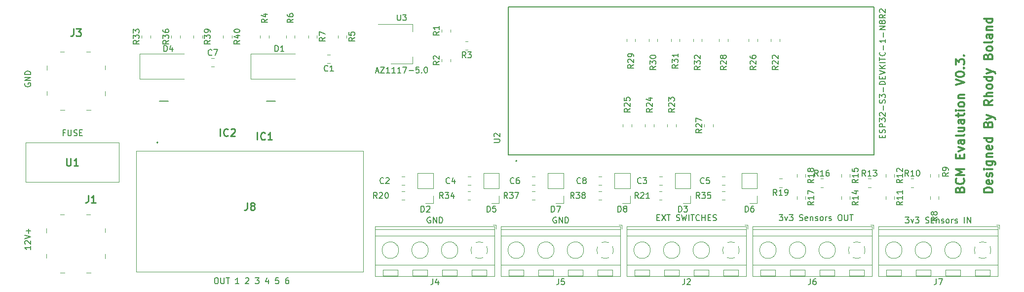
<source format=gbr>
%TF.GenerationSoftware,KiCad,Pcbnew,7.0.5*%
%TF.CreationDate,2023-07-11T20:53:32+10:00*%
%TF.ProjectId,BCM-ESP32-S3,42434d2d-4553-4503-9332-2d53332e6b69,rev?*%
%TF.SameCoordinates,Original*%
%TF.FileFunction,Legend,Top*%
%TF.FilePolarity,Positive*%
%FSLAX46Y46*%
G04 Gerber Fmt 4.6, Leading zero omitted, Abs format (unit mm)*
G04 Created by KiCad (PCBNEW 7.0.5) date 2023-07-11 20:53:32*
%MOMM*%
%LPD*%
G01*
G04 APERTURE LIST*
%ADD10C,0.150000*%
%ADD11C,0.300000*%
%ADD12C,0.254000*%
%ADD13C,0.100000*%
%ADD14C,0.120000*%
%ADD15C,0.127000*%
%ADD16C,0.200000*%
G04 APERTURE END LIST*
D10*
X51327255Y-148094819D02*
X51517731Y-148094819D01*
X51517731Y-148094819D02*
X51612969Y-148142438D01*
X51612969Y-148142438D02*
X51708207Y-148237676D01*
X51708207Y-148237676D02*
X51755826Y-148428152D01*
X51755826Y-148428152D02*
X51755826Y-148761485D01*
X51755826Y-148761485D02*
X51708207Y-148951961D01*
X51708207Y-148951961D02*
X51612969Y-149047200D01*
X51612969Y-149047200D02*
X51517731Y-149094819D01*
X51517731Y-149094819D02*
X51327255Y-149094819D01*
X51327255Y-149094819D02*
X51232017Y-149047200D01*
X51232017Y-149047200D02*
X51136779Y-148951961D01*
X51136779Y-148951961D02*
X51089160Y-148761485D01*
X51089160Y-148761485D02*
X51089160Y-148428152D01*
X51089160Y-148428152D02*
X51136779Y-148237676D01*
X51136779Y-148237676D02*
X51232017Y-148142438D01*
X51232017Y-148142438D02*
X51327255Y-148094819D01*
X52184398Y-148094819D02*
X52184398Y-148904342D01*
X52184398Y-148904342D02*
X52232017Y-148999580D01*
X52232017Y-148999580D02*
X52279636Y-149047200D01*
X52279636Y-149047200D02*
X52374874Y-149094819D01*
X52374874Y-149094819D02*
X52565350Y-149094819D01*
X52565350Y-149094819D02*
X52660588Y-149047200D01*
X52660588Y-149047200D02*
X52708207Y-148999580D01*
X52708207Y-148999580D02*
X52755826Y-148904342D01*
X52755826Y-148904342D02*
X52755826Y-148094819D01*
X53089160Y-148094819D02*
X53660588Y-148094819D01*
X53374874Y-149094819D02*
X53374874Y-148094819D01*
X55279636Y-149094819D02*
X54708208Y-149094819D01*
X54993922Y-149094819D02*
X54993922Y-148094819D01*
X54993922Y-148094819D02*
X54898684Y-148237676D01*
X54898684Y-148237676D02*
X54803446Y-148332914D01*
X54803446Y-148332914D02*
X54708208Y-148380533D01*
X56422494Y-148190057D02*
X56470113Y-148142438D01*
X56470113Y-148142438D02*
X56565351Y-148094819D01*
X56565351Y-148094819D02*
X56803446Y-148094819D01*
X56803446Y-148094819D02*
X56898684Y-148142438D01*
X56898684Y-148142438D02*
X56946303Y-148190057D01*
X56946303Y-148190057D02*
X56993922Y-148285295D01*
X56993922Y-148285295D02*
X56993922Y-148380533D01*
X56993922Y-148380533D02*
X56946303Y-148523390D01*
X56946303Y-148523390D02*
X56374875Y-149094819D01*
X56374875Y-149094819D02*
X56993922Y-149094819D01*
X58089161Y-148094819D02*
X58708208Y-148094819D01*
X58708208Y-148094819D02*
X58374875Y-148475771D01*
X58374875Y-148475771D02*
X58517732Y-148475771D01*
X58517732Y-148475771D02*
X58612970Y-148523390D01*
X58612970Y-148523390D02*
X58660589Y-148571009D01*
X58660589Y-148571009D02*
X58708208Y-148666247D01*
X58708208Y-148666247D02*
X58708208Y-148904342D01*
X58708208Y-148904342D02*
X58660589Y-148999580D01*
X58660589Y-148999580D02*
X58612970Y-149047200D01*
X58612970Y-149047200D02*
X58517732Y-149094819D01*
X58517732Y-149094819D02*
X58232018Y-149094819D01*
X58232018Y-149094819D02*
X58136780Y-149047200D01*
X58136780Y-149047200D02*
X58089161Y-148999580D01*
X60327256Y-148428152D02*
X60327256Y-149094819D01*
X60089161Y-148047200D02*
X59851066Y-148761485D01*
X59851066Y-148761485D02*
X60470113Y-148761485D01*
X62089161Y-148094819D02*
X61612971Y-148094819D01*
X61612971Y-148094819D02*
X61565352Y-148571009D01*
X61565352Y-148571009D02*
X61612971Y-148523390D01*
X61612971Y-148523390D02*
X61708209Y-148475771D01*
X61708209Y-148475771D02*
X61946304Y-148475771D01*
X61946304Y-148475771D02*
X62041542Y-148523390D01*
X62041542Y-148523390D02*
X62089161Y-148571009D01*
X62089161Y-148571009D02*
X62136780Y-148666247D01*
X62136780Y-148666247D02*
X62136780Y-148904342D01*
X62136780Y-148904342D02*
X62089161Y-148999580D01*
X62089161Y-148999580D02*
X62041542Y-149047200D01*
X62041542Y-149047200D02*
X61946304Y-149094819D01*
X61946304Y-149094819D02*
X61708209Y-149094819D01*
X61708209Y-149094819D02*
X61612971Y-149047200D01*
X61612971Y-149047200D02*
X61565352Y-148999580D01*
X63755828Y-148094819D02*
X63565352Y-148094819D01*
X63565352Y-148094819D02*
X63470114Y-148142438D01*
X63470114Y-148142438D02*
X63422495Y-148190057D01*
X63422495Y-148190057D02*
X63327257Y-148332914D01*
X63327257Y-148332914D02*
X63279638Y-148523390D01*
X63279638Y-148523390D02*
X63279638Y-148904342D01*
X63279638Y-148904342D02*
X63327257Y-148999580D01*
X63327257Y-148999580D02*
X63374876Y-149047200D01*
X63374876Y-149047200D02*
X63470114Y-149094819D01*
X63470114Y-149094819D02*
X63660590Y-149094819D01*
X63660590Y-149094819D02*
X63755828Y-149047200D01*
X63755828Y-149047200D02*
X63803447Y-148999580D01*
X63803447Y-148999580D02*
X63851066Y-148904342D01*
X63851066Y-148904342D02*
X63851066Y-148666247D01*
X63851066Y-148666247D02*
X63803447Y-148571009D01*
X63803447Y-148571009D02*
X63755828Y-148523390D01*
X63755828Y-148523390D02*
X63660590Y-148475771D01*
X63660590Y-148475771D02*
X63470114Y-148475771D01*
X63470114Y-148475771D02*
X63374876Y-148523390D01*
X63374876Y-148523390D02*
X63327257Y-148571009D01*
X63327257Y-148571009D02*
X63279638Y-148666247D01*
X25435112Y-123171009D02*
X25101779Y-123171009D01*
X25101779Y-123694819D02*
X25101779Y-122694819D01*
X25101779Y-122694819D02*
X25577969Y-122694819D01*
X25958922Y-122694819D02*
X25958922Y-123504342D01*
X25958922Y-123504342D02*
X26006541Y-123599580D01*
X26006541Y-123599580D02*
X26054160Y-123647200D01*
X26054160Y-123647200D02*
X26149398Y-123694819D01*
X26149398Y-123694819D02*
X26339874Y-123694819D01*
X26339874Y-123694819D02*
X26435112Y-123647200D01*
X26435112Y-123647200D02*
X26482731Y-123599580D01*
X26482731Y-123599580D02*
X26530350Y-123504342D01*
X26530350Y-123504342D02*
X26530350Y-122694819D01*
X26958922Y-123647200D02*
X27101779Y-123694819D01*
X27101779Y-123694819D02*
X27339874Y-123694819D01*
X27339874Y-123694819D02*
X27435112Y-123647200D01*
X27435112Y-123647200D02*
X27482731Y-123599580D01*
X27482731Y-123599580D02*
X27530350Y-123504342D01*
X27530350Y-123504342D02*
X27530350Y-123409104D01*
X27530350Y-123409104D02*
X27482731Y-123313866D01*
X27482731Y-123313866D02*
X27435112Y-123266247D01*
X27435112Y-123266247D02*
X27339874Y-123218628D01*
X27339874Y-123218628D02*
X27149398Y-123171009D01*
X27149398Y-123171009D02*
X27054160Y-123123390D01*
X27054160Y-123123390D02*
X27006541Y-123075771D01*
X27006541Y-123075771D02*
X26958922Y-122980533D01*
X26958922Y-122980533D02*
X26958922Y-122885295D01*
X26958922Y-122885295D02*
X27006541Y-122790057D01*
X27006541Y-122790057D02*
X27054160Y-122742438D01*
X27054160Y-122742438D02*
X27149398Y-122694819D01*
X27149398Y-122694819D02*
X27387493Y-122694819D01*
X27387493Y-122694819D02*
X27530350Y-122742438D01*
X27958922Y-123171009D02*
X28292255Y-123171009D01*
X28435112Y-123694819D02*
X27958922Y-123694819D01*
X27958922Y-123694819D02*
X27958922Y-122694819D01*
X27958922Y-122694819D02*
X28435112Y-122694819D01*
X18602438Y-114709411D02*
X18554819Y-114804649D01*
X18554819Y-114804649D02*
X18554819Y-114947506D01*
X18554819Y-114947506D02*
X18602438Y-115090363D01*
X18602438Y-115090363D02*
X18697676Y-115185601D01*
X18697676Y-115185601D02*
X18792914Y-115233220D01*
X18792914Y-115233220D02*
X18983390Y-115280839D01*
X18983390Y-115280839D02*
X19126247Y-115280839D01*
X19126247Y-115280839D02*
X19316723Y-115233220D01*
X19316723Y-115233220D02*
X19411961Y-115185601D01*
X19411961Y-115185601D02*
X19507200Y-115090363D01*
X19507200Y-115090363D02*
X19554819Y-114947506D01*
X19554819Y-114947506D02*
X19554819Y-114852268D01*
X19554819Y-114852268D02*
X19507200Y-114709411D01*
X19507200Y-114709411D02*
X19459580Y-114661792D01*
X19459580Y-114661792D02*
X19126247Y-114661792D01*
X19126247Y-114661792D02*
X19126247Y-114852268D01*
X19554819Y-114233220D02*
X18554819Y-114233220D01*
X18554819Y-114233220D02*
X19554819Y-113661792D01*
X19554819Y-113661792D02*
X18554819Y-113661792D01*
X19554819Y-113185601D02*
X18554819Y-113185601D01*
X18554819Y-113185601D02*
X18554819Y-112947506D01*
X18554819Y-112947506D02*
X18602438Y-112804649D01*
X18602438Y-112804649D02*
X18697676Y-112709411D01*
X18697676Y-112709411D02*
X18792914Y-112661792D01*
X18792914Y-112661792D02*
X18983390Y-112614173D01*
X18983390Y-112614173D02*
X19126247Y-112614173D01*
X19126247Y-112614173D02*
X19316723Y-112661792D01*
X19316723Y-112661792D02*
X19411961Y-112709411D01*
X19411961Y-112709411D02*
X19507200Y-112804649D01*
X19507200Y-112804649D02*
X19554819Y-112947506D01*
X19554819Y-112947506D02*
X19554819Y-113185601D01*
X19554819Y-142649411D02*
X19554819Y-143220839D01*
X19554819Y-142935125D02*
X18554819Y-142935125D01*
X18554819Y-142935125D02*
X18697676Y-143030363D01*
X18697676Y-143030363D02*
X18792914Y-143125601D01*
X18792914Y-143125601D02*
X18840533Y-143220839D01*
X18650057Y-142268458D02*
X18602438Y-142220839D01*
X18602438Y-142220839D02*
X18554819Y-142125601D01*
X18554819Y-142125601D02*
X18554819Y-141887506D01*
X18554819Y-141887506D02*
X18602438Y-141792268D01*
X18602438Y-141792268D02*
X18650057Y-141744649D01*
X18650057Y-141744649D02*
X18745295Y-141697030D01*
X18745295Y-141697030D02*
X18840533Y-141697030D01*
X18840533Y-141697030D02*
X18983390Y-141744649D01*
X18983390Y-141744649D02*
X19554819Y-142316077D01*
X19554819Y-142316077D02*
X19554819Y-141697030D01*
X18554819Y-141411315D02*
X19554819Y-141077982D01*
X19554819Y-141077982D02*
X18554819Y-140744649D01*
X19173866Y-140411315D02*
X19173866Y-139649411D01*
X19554819Y-140030363D02*
X18792914Y-140030363D01*
D11*
X178970114Y-132930489D02*
X179041542Y-132716203D01*
X179041542Y-132716203D02*
X179112971Y-132644774D01*
X179112971Y-132644774D02*
X179255828Y-132573346D01*
X179255828Y-132573346D02*
X179470114Y-132573346D01*
X179470114Y-132573346D02*
X179612971Y-132644774D01*
X179612971Y-132644774D02*
X179684400Y-132716203D01*
X179684400Y-132716203D02*
X179755828Y-132859060D01*
X179755828Y-132859060D02*
X179755828Y-133430489D01*
X179755828Y-133430489D02*
X178255828Y-133430489D01*
X178255828Y-133430489D02*
X178255828Y-132930489D01*
X178255828Y-132930489D02*
X178327257Y-132787632D01*
X178327257Y-132787632D02*
X178398685Y-132716203D01*
X178398685Y-132716203D02*
X178541542Y-132644774D01*
X178541542Y-132644774D02*
X178684400Y-132644774D01*
X178684400Y-132644774D02*
X178827257Y-132716203D01*
X178827257Y-132716203D02*
X178898685Y-132787632D01*
X178898685Y-132787632D02*
X178970114Y-132930489D01*
X178970114Y-132930489D02*
X178970114Y-133430489D01*
X179612971Y-131073346D02*
X179684400Y-131144774D01*
X179684400Y-131144774D02*
X179755828Y-131359060D01*
X179755828Y-131359060D02*
X179755828Y-131501917D01*
X179755828Y-131501917D02*
X179684400Y-131716203D01*
X179684400Y-131716203D02*
X179541542Y-131859060D01*
X179541542Y-131859060D02*
X179398685Y-131930489D01*
X179398685Y-131930489D02*
X179112971Y-132001917D01*
X179112971Y-132001917D02*
X178898685Y-132001917D01*
X178898685Y-132001917D02*
X178612971Y-131930489D01*
X178612971Y-131930489D02*
X178470114Y-131859060D01*
X178470114Y-131859060D02*
X178327257Y-131716203D01*
X178327257Y-131716203D02*
X178255828Y-131501917D01*
X178255828Y-131501917D02*
X178255828Y-131359060D01*
X178255828Y-131359060D02*
X178327257Y-131144774D01*
X178327257Y-131144774D02*
X178398685Y-131073346D01*
X179755828Y-130430489D02*
X178255828Y-130430489D01*
X178255828Y-130430489D02*
X179327257Y-129930489D01*
X179327257Y-129930489D02*
X178255828Y-129430489D01*
X178255828Y-129430489D02*
X179755828Y-129430489D01*
X178970114Y-127573346D02*
X178970114Y-127073346D01*
X179755828Y-126859060D02*
X179755828Y-127573346D01*
X179755828Y-127573346D02*
X178255828Y-127573346D01*
X178255828Y-127573346D02*
X178255828Y-126859060D01*
X178755828Y-126359060D02*
X179755828Y-126001917D01*
X179755828Y-126001917D02*
X178755828Y-125644774D01*
X179755828Y-124430489D02*
X178970114Y-124430489D01*
X178970114Y-124430489D02*
X178827257Y-124501917D01*
X178827257Y-124501917D02*
X178755828Y-124644774D01*
X178755828Y-124644774D02*
X178755828Y-124930489D01*
X178755828Y-124930489D02*
X178827257Y-125073346D01*
X179684400Y-124430489D02*
X179755828Y-124573346D01*
X179755828Y-124573346D02*
X179755828Y-124930489D01*
X179755828Y-124930489D02*
X179684400Y-125073346D01*
X179684400Y-125073346D02*
X179541542Y-125144774D01*
X179541542Y-125144774D02*
X179398685Y-125144774D01*
X179398685Y-125144774D02*
X179255828Y-125073346D01*
X179255828Y-125073346D02*
X179184400Y-124930489D01*
X179184400Y-124930489D02*
X179184400Y-124573346D01*
X179184400Y-124573346D02*
X179112971Y-124430489D01*
X179755828Y-123501917D02*
X179684400Y-123644774D01*
X179684400Y-123644774D02*
X179541542Y-123716203D01*
X179541542Y-123716203D02*
X178255828Y-123716203D01*
X178755828Y-122287632D02*
X179755828Y-122287632D01*
X178755828Y-122930489D02*
X179541542Y-122930489D01*
X179541542Y-122930489D02*
X179684400Y-122859060D01*
X179684400Y-122859060D02*
X179755828Y-122716203D01*
X179755828Y-122716203D02*
X179755828Y-122501917D01*
X179755828Y-122501917D02*
X179684400Y-122359060D01*
X179684400Y-122359060D02*
X179612971Y-122287632D01*
X179755828Y-120930489D02*
X178970114Y-120930489D01*
X178970114Y-120930489D02*
X178827257Y-121001917D01*
X178827257Y-121001917D02*
X178755828Y-121144774D01*
X178755828Y-121144774D02*
X178755828Y-121430489D01*
X178755828Y-121430489D02*
X178827257Y-121573346D01*
X179684400Y-120930489D02*
X179755828Y-121073346D01*
X179755828Y-121073346D02*
X179755828Y-121430489D01*
X179755828Y-121430489D02*
X179684400Y-121573346D01*
X179684400Y-121573346D02*
X179541542Y-121644774D01*
X179541542Y-121644774D02*
X179398685Y-121644774D01*
X179398685Y-121644774D02*
X179255828Y-121573346D01*
X179255828Y-121573346D02*
X179184400Y-121430489D01*
X179184400Y-121430489D02*
X179184400Y-121073346D01*
X179184400Y-121073346D02*
X179112971Y-120930489D01*
X178755828Y-120430488D02*
X178755828Y-119859060D01*
X178255828Y-120216203D02*
X179541542Y-120216203D01*
X179541542Y-120216203D02*
X179684400Y-120144774D01*
X179684400Y-120144774D02*
X179755828Y-120001917D01*
X179755828Y-120001917D02*
X179755828Y-119859060D01*
X179755828Y-119359060D02*
X178755828Y-119359060D01*
X178255828Y-119359060D02*
X178327257Y-119430488D01*
X178327257Y-119430488D02*
X178398685Y-119359060D01*
X178398685Y-119359060D02*
X178327257Y-119287631D01*
X178327257Y-119287631D02*
X178255828Y-119359060D01*
X178255828Y-119359060D02*
X178398685Y-119359060D01*
X179755828Y-118430488D02*
X179684400Y-118573345D01*
X179684400Y-118573345D02*
X179612971Y-118644774D01*
X179612971Y-118644774D02*
X179470114Y-118716202D01*
X179470114Y-118716202D02*
X179041542Y-118716202D01*
X179041542Y-118716202D02*
X178898685Y-118644774D01*
X178898685Y-118644774D02*
X178827257Y-118573345D01*
X178827257Y-118573345D02*
X178755828Y-118430488D01*
X178755828Y-118430488D02*
X178755828Y-118216202D01*
X178755828Y-118216202D02*
X178827257Y-118073345D01*
X178827257Y-118073345D02*
X178898685Y-118001917D01*
X178898685Y-118001917D02*
X179041542Y-117930488D01*
X179041542Y-117930488D02*
X179470114Y-117930488D01*
X179470114Y-117930488D02*
X179612971Y-118001917D01*
X179612971Y-118001917D02*
X179684400Y-118073345D01*
X179684400Y-118073345D02*
X179755828Y-118216202D01*
X179755828Y-118216202D02*
X179755828Y-118430488D01*
X178755828Y-117287631D02*
X179755828Y-117287631D01*
X178898685Y-117287631D02*
X178827257Y-117216202D01*
X178827257Y-117216202D02*
X178755828Y-117073345D01*
X178755828Y-117073345D02*
X178755828Y-116859059D01*
X178755828Y-116859059D02*
X178827257Y-116716202D01*
X178827257Y-116716202D02*
X178970114Y-116644774D01*
X178970114Y-116644774D02*
X179755828Y-116644774D01*
X178255828Y-115001916D02*
X179755828Y-114501916D01*
X179755828Y-114501916D02*
X178255828Y-114001916D01*
X178255828Y-113216202D02*
X178255828Y-113073345D01*
X178255828Y-113073345D02*
X178327257Y-112930488D01*
X178327257Y-112930488D02*
X178398685Y-112859060D01*
X178398685Y-112859060D02*
X178541542Y-112787631D01*
X178541542Y-112787631D02*
X178827257Y-112716202D01*
X178827257Y-112716202D02*
X179184400Y-112716202D01*
X179184400Y-112716202D02*
X179470114Y-112787631D01*
X179470114Y-112787631D02*
X179612971Y-112859060D01*
X179612971Y-112859060D02*
X179684400Y-112930488D01*
X179684400Y-112930488D02*
X179755828Y-113073345D01*
X179755828Y-113073345D02*
X179755828Y-113216202D01*
X179755828Y-113216202D02*
X179684400Y-113359060D01*
X179684400Y-113359060D02*
X179612971Y-113430488D01*
X179612971Y-113430488D02*
X179470114Y-113501917D01*
X179470114Y-113501917D02*
X179184400Y-113573345D01*
X179184400Y-113573345D02*
X178827257Y-113573345D01*
X178827257Y-113573345D02*
X178541542Y-113501917D01*
X178541542Y-113501917D02*
X178398685Y-113430488D01*
X178398685Y-113430488D02*
X178327257Y-113359060D01*
X178327257Y-113359060D02*
X178255828Y-113216202D01*
X179612971Y-112073346D02*
X179684400Y-112001917D01*
X179684400Y-112001917D02*
X179755828Y-112073346D01*
X179755828Y-112073346D02*
X179684400Y-112144774D01*
X179684400Y-112144774D02*
X179612971Y-112073346D01*
X179612971Y-112073346D02*
X179755828Y-112073346D01*
X178255828Y-111501917D02*
X178255828Y-110573345D01*
X178255828Y-110573345D02*
X178827257Y-111073345D01*
X178827257Y-111073345D02*
X178827257Y-110859060D01*
X178827257Y-110859060D02*
X178898685Y-110716203D01*
X178898685Y-110716203D02*
X178970114Y-110644774D01*
X178970114Y-110644774D02*
X179112971Y-110573345D01*
X179112971Y-110573345D02*
X179470114Y-110573345D01*
X179470114Y-110573345D02*
X179612971Y-110644774D01*
X179612971Y-110644774D02*
X179684400Y-110716203D01*
X179684400Y-110716203D02*
X179755828Y-110859060D01*
X179755828Y-110859060D02*
X179755828Y-111287631D01*
X179755828Y-111287631D02*
X179684400Y-111430488D01*
X179684400Y-111430488D02*
X179612971Y-111501917D01*
X179612971Y-109930489D02*
X179684400Y-109859060D01*
X179684400Y-109859060D02*
X179755828Y-109930489D01*
X179755828Y-109930489D02*
X179684400Y-110001917D01*
X179684400Y-110001917D02*
X179612971Y-109930489D01*
X179612971Y-109930489D02*
X179755828Y-109930489D01*
X184585828Y-133430489D02*
X183085828Y-133430489D01*
X183085828Y-133430489D02*
X183085828Y-133073346D01*
X183085828Y-133073346D02*
X183157257Y-132859060D01*
X183157257Y-132859060D02*
X183300114Y-132716203D01*
X183300114Y-132716203D02*
X183442971Y-132644774D01*
X183442971Y-132644774D02*
X183728685Y-132573346D01*
X183728685Y-132573346D02*
X183942971Y-132573346D01*
X183942971Y-132573346D02*
X184228685Y-132644774D01*
X184228685Y-132644774D02*
X184371542Y-132716203D01*
X184371542Y-132716203D02*
X184514400Y-132859060D01*
X184514400Y-132859060D02*
X184585828Y-133073346D01*
X184585828Y-133073346D02*
X184585828Y-133430489D01*
X184514400Y-131359060D02*
X184585828Y-131501917D01*
X184585828Y-131501917D02*
X184585828Y-131787632D01*
X184585828Y-131787632D02*
X184514400Y-131930489D01*
X184514400Y-131930489D02*
X184371542Y-132001917D01*
X184371542Y-132001917D02*
X183800114Y-132001917D01*
X183800114Y-132001917D02*
X183657257Y-131930489D01*
X183657257Y-131930489D02*
X183585828Y-131787632D01*
X183585828Y-131787632D02*
X183585828Y-131501917D01*
X183585828Y-131501917D02*
X183657257Y-131359060D01*
X183657257Y-131359060D02*
X183800114Y-131287632D01*
X183800114Y-131287632D02*
X183942971Y-131287632D01*
X183942971Y-131287632D02*
X184085828Y-132001917D01*
X184514400Y-130716203D02*
X184585828Y-130573346D01*
X184585828Y-130573346D02*
X184585828Y-130287632D01*
X184585828Y-130287632D02*
X184514400Y-130144775D01*
X184514400Y-130144775D02*
X184371542Y-130073346D01*
X184371542Y-130073346D02*
X184300114Y-130073346D01*
X184300114Y-130073346D02*
X184157257Y-130144775D01*
X184157257Y-130144775D02*
X184085828Y-130287632D01*
X184085828Y-130287632D02*
X184085828Y-130501918D01*
X184085828Y-130501918D02*
X184014400Y-130644775D01*
X184014400Y-130644775D02*
X183871542Y-130716203D01*
X183871542Y-130716203D02*
X183800114Y-130716203D01*
X183800114Y-130716203D02*
X183657257Y-130644775D01*
X183657257Y-130644775D02*
X183585828Y-130501918D01*
X183585828Y-130501918D02*
X183585828Y-130287632D01*
X183585828Y-130287632D02*
X183657257Y-130144775D01*
X184585828Y-129430489D02*
X183585828Y-129430489D01*
X183085828Y-129430489D02*
X183157257Y-129501917D01*
X183157257Y-129501917D02*
X183228685Y-129430489D01*
X183228685Y-129430489D02*
X183157257Y-129359060D01*
X183157257Y-129359060D02*
X183085828Y-129430489D01*
X183085828Y-129430489D02*
X183228685Y-129430489D01*
X183585828Y-128073346D02*
X184800114Y-128073346D01*
X184800114Y-128073346D02*
X184942971Y-128144774D01*
X184942971Y-128144774D02*
X185014400Y-128216203D01*
X185014400Y-128216203D02*
X185085828Y-128359060D01*
X185085828Y-128359060D02*
X185085828Y-128573346D01*
X185085828Y-128573346D02*
X185014400Y-128716203D01*
X184514400Y-128073346D02*
X184585828Y-128216203D01*
X184585828Y-128216203D02*
X184585828Y-128501917D01*
X184585828Y-128501917D02*
X184514400Y-128644774D01*
X184514400Y-128644774D02*
X184442971Y-128716203D01*
X184442971Y-128716203D02*
X184300114Y-128787631D01*
X184300114Y-128787631D02*
X183871542Y-128787631D01*
X183871542Y-128787631D02*
X183728685Y-128716203D01*
X183728685Y-128716203D02*
X183657257Y-128644774D01*
X183657257Y-128644774D02*
X183585828Y-128501917D01*
X183585828Y-128501917D02*
X183585828Y-128216203D01*
X183585828Y-128216203D02*
X183657257Y-128073346D01*
X183585828Y-127359060D02*
X184585828Y-127359060D01*
X183728685Y-127359060D02*
X183657257Y-127287631D01*
X183657257Y-127287631D02*
X183585828Y-127144774D01*
X183585828Y-127144774D02*
X183585828Y-126930488D01*
X183585828Y-126930488D02*
X183657257Y-126787631D01*
X183657257Y-126787631D02*
X183800114Y-126716203D01*
X183800114Y-126716203D02*
X184585828Y-126716203D01*
X184514400Y-125430488D02*
X184585828Y-125573345D01*
X184585828Y-125573345D02*
X184585828Y-125859060D01*
X184585828Y-125859060D02*
X184514400Y-126001917D01*
X184514400Y-126001917D02*
X184371542Y-126073345D01*
X184371542Y-126073345D02*
X183800114Y-126073345D01*
X183800114Y-126073345D02*
X183657257Y-126001917D01*
X183657257Y-126001917D02*
X183585828Y-125859060D01*
X183585828Y-125859060D02*
X183585828Y-125573345D01*
X183585828Y-125573345D02*
X183657257Y-125430488D01*
X183657257Y-125430488D02*
X183800114Y-125359060D01*
X183800114Y-125359060D02*
X183942971Y-125359060D01*
X183942971Y-125359060D02*
X184085828Y-126073345D01*
X184585828Y-124073346D02*
X183085828Y-124073346D01*
X184514400Y-124073346D02*
X184585828Y-124216203D01*
X184585828Y-124216203D02*
X184585828Y-124501917D01*
X184585828Y-124501917D02*
X184514400Y-124644774D01*
X184514400Y-124644774D02*
X184442971Y-124716203D01*
X184442971Y-124716203D02*
X184300114Y-124787631D01*
X184300114Y-124787631D02*
X183871542Y-124787631D01*
X183871542Y-124787631D02*
X183728685Y-124716203D01*
X183728685Y-124716203D02*
X183657257Y-124644774D01*
X183657257Y-124644774D02*
X183585828Y-124501917D01*
X183585828Y-124501917D02*
X183585828Y-124216203D01*
X183585828Y-124216203D02*
X183657257Y-124073346D01*
X183800114Y-121716203D02*
X183871542Y-121501917D01*
X183871542Y-121501917D02*
X183942971Y-121430488D01*
X183942971Y-121430488D02*
X184085828Y-121359060D01*
X184085828Y-121359060D02*
X184300114Y-121359060D01*
X184300114Y-121359060D02*
X184442971Y-121430488D01*
X184442971Y-121430488D02*
X184514400Y-121501917D01*
X184514400Y-121501917D02*
X184585828Y-121644774D01*
X184585828Y-121644774D02*
X184585828Y-122216203D01*
X184585828Y-122216203D02*
X183085828Y-122216203D01*
X183085828Y-122216203D02*
X183085828Y-121716203D01*
X183085828Y-121716203D02*
X183157257Y-121573346D01*
X183157257Y-121573346D02*
X183228685Y-121501917D01*
X183228685Y-121501917D02*
X183371542Y-121430488D01*
X183371542Y-121430488D02*
X183514400Y-121430488D01*
X183514400Y-121430488D02*
X183657257Y-121501917D01*
X183657257Y-121501917D02*
X183728685Y-121573346D01*
X183728685Y-121573346D02*
X183800114Y-121716203D01*
X183800114Y-121716203D02*
X183800114Y-122216203D01*
X183585828Y-120859060D02*
X184585828Y-120501917D01*
X183585828Y-120144774D02*
X184585828Y-120501917D01*
X184585828Y-120501917D02*
X184942971Y-120644774D01*
X184942971Y-120644774D02*
X185014400Y-120716203D01*
X185014400Y-120716203D02*
X185085828Y-120859060D01*
X184585828Y-117573346D02*
X183871542Y-118073346D01*
X184585828Y-118430489D02*
X183085828Y-118430489D01*
X183085828Y-118430489D02*
X183085828Y-117859060D01*
X183085828Y-117859060D02*
X183157257Y-117716203D01*
X183157257Y-117716203D02*
X183228685Y-117644774D01*
X183228685Y-117644774D02*
X183371542Y-117573346D01*
X183371542Y-117573346D02*
X183585828Y-117573346D01*
X183585828Y-117573346D02*
X183728685Y-117644774D01*
X183728685Y-117644774D02*
X183800114Y-117716203D01*
X183800114Y-117716203D02*
X183871542Y-117859060D01*
X183871542Y-117859060D02*
X183871542Y-118430489D01*
X184585828Y-116930489D02*
X183085828Y-116930489D01*
X184585828Y-116287632D02*
X183800114Y-116287632D01*
X183800114Y-116287632D02*
X183657257Y-116359060D01*
X183657257Y-116359060D02*
X183585828Y-116501917D01*
X183585828Y-116501917D02*
X183585828Y-116716203D01*
X183585828Y-116716203D02*
X183657257Y-116859060D01*
X183657257Y-116859060D02*
X183728685Y-116930489D01*
X184585828Y-115359060D02*
X184514400Y-115501917D01*
X184514400Y-115501917D02*
X184442971Y-115573346D01*
X184442971Y-115573346D02*
X184300114Y-115644774D01*
X184300114Y-115644774D02*
X183871542Y-115644774D01*
X183871542Y-115644774D02*
X183728685Y-115573346D01*
X183728685Y-115573346D02*
X183657257Y-115501917D01*
X183657257Y-115501917D02*
X183585828Y-115359060D01*
X183585828Y-115359060D02*
X183585828Y-115144774D01*
X183585828Y-115144774D02*
X183657257Y-115001917D01*
X183657257Y-115001917D02*
X183728685Y-114930489D01*
X183728685Y-114930489D02*
X183871542Y-114859060D01*
X183871542Y-114859060D02*
X184300114Y-114859060D01*
X184300114Y-114859060D02*
X184442971Y-114930489D01*
X184442971Y-114930489D02*
X184514400Y-115001917D01*
X184514400Y-115001917D02*
X184585828Y-115144774D01*
X184585828Y-115144774D02*
X184585828Y-115359060D01*
X184585828Y-113573346D02*
X183085828Y-113573346D01*
X184514400Y-113573346D02*
X184585828Y-113716203D01*
X184585828Y-113716203D02*
X184585828Y-114001917D01*
X184585828Y-114001917D02*
X184514400Y-114144774D01*
X184514400Y-114144774D02*
X184442971Y-114216203D01*
X184442971Y-114216203D02*
X184300114Y-114287631D01*
X184300114Y-114287631D02*
X183871542Y-114287631D01*
X183871542Y-114287631D02*
X183728685Y-114216203D01*
X183728685Y-114216203D02*
X183657257Y-114144774D01*
X183657257Y-114144774D02*
X183585828Y-114001917D01*
X183585828Y-114001917D02*
X183585828Y-113716203D01*
X183585828Y-113716203D02*
X183657257Y-113573346D01*
X183585828Y-113001917D02*
X184585828Y-112644774D01*
X183585828Y-112287631D02*
X184585828Y-112644774D01*
X184585828Y-112644774D02*
X184942971Y-112787631D01*
X184942971Y-112787631D02*
X185014400Y-112859060D01*
X185014400Y-112859060D02*
X185085828Y-113001917D01*
X183800114Y-110073346D02*
X183871542Y-109859060D01*
X183871542Y-109859060D02*
X183942971Y-109787631D01*
X183942971Y-109787631D02*
X184085828Y-109716203D01*
X184085828Y-109716203D02*
X184300114Y-109716203D01*
X184300114Y-109716203D02*
X184442971Y-109787631D01*
X184442971Y-109787631D02*
X184514400Y-109859060D01*
X184514400Y-109859060D02*
X184585828Y-110001917D01*
X184585828Y-110001917D02*
X184585828Y-110573346D01*
X184585828Y-110573346D02*
X183085828Y-110573346D01*
X183085828Y-110573346D02*
X183085828Y-110073346D01*
X183085828Y-110073346D02*
X183157257Y-109930489D01*
X183157257Y-109930489D02*
X183228685Y-109859060D01*
X183228685Y-109859060D02*
X183371542Y-109787631D01*
X183371542Y-109787631D02*
X183514400Y-109787631D01*
X183514400Y-109787631D02*
X183657257Y-109859060D01*
X183657257Y-109859060D02*
X183728685Y-109930489D01*
X183728685Y-109930489D02*
X183800114Y-110073346D01*
X183800114Y-110073346D02*
X183800114Y-110573346D01*
X184585828Y-108859060D02*
X184514400Y-109001917D01*
X184514400Y-109001917D02*
X184442971Y-109073346D01*
X184442971Y-109073346D02*
X184300114Y-109144774D01*
X184300114Y-109144774D02*
X183871542Y-109144774D01*
X183871542Y-109144774D02*
X183728685Y-109073346D01*
X183728685Y-109073346D02*
X183657257Y-109001917D01*
X183657257Y-109001917D02*
X183585828Y-108859060D01*
X183585828Y-108859060D02*
X183585828Y-108644774D01*
X183585828Y-108644774D02*
X183657257Y-108501917D01*
X183657257Y-108501917D02*
X183728685Y-108430489D01*
X183728685Y-108430489D02*
X183871542Y-108359060D01*
X183871542Y-108359060D02*
X184300114Y-108359060D01*
X184300114Y-108359060D02*
X184442971Y-108430489D01*
X184442971Y-108430489D02*
X184514400Y-108501917D01*
X184514400Y-108501917D02*
X184585828Y-108644774D01*
X184585828Y-108644774D02*
X184585828Y-108859060D01*
X184585828Y-107501917D02*
X184514400Y-107644774D01*
X184514400Y-107644774D02*
X184371542Y-107716203D01*
X184371542Y-107716203D02*
X183085828Y-107716203D01*
X184585828Y-106287632D02*
X183800114Y-106287632D01*
X183800114Y-106287632D02*
X183657257Y-106359060D01*
X183657257Y-106359060D02*
X183585828Y-106501917D01*
X183585828Y-106501917D02*
X183585828Y-106787632D01*
X183585828Y-106787632D02*
X183657257Y-106930489D01*
X184514400Y-106287632D02*
X184585828Y-106430489D01*
X184585828Y-106430489D02*
X184585828Y-106787632D01*
X184585828Y-106787632D02*
X184514400Y-106930489D01*
X184514400Y-106930489D02*
X184371542Y-107001917D01*
X184371542Y-107001917D02*
X184228685Y-107001917D01*
X184228685Y-107001917D02*
X184085828Y-106930489D01*
X184085828Y-106930489D02*
X184014400Y-106787632D01*
X184014400Y-106787632D02*
X184014400Y-106430489D01*
X184014400Y-106430489D02*
X183942971Y-106287632D01*
X183585828Y-105573346D02*
X184585828Y-105573346D01*
X183728685Y-105573346D02*
X183657257Y-105501917D01*
X183657257Y-105501917D02*
X183585828Y-105359060D01*
X183585828Y-105359060D02*
X183585828Y-105144774D01*
X183585828Y-105144774D02*
X183657257Y-105001917D01*
X183657257Y-105001917D02*
X183800114Y-104930489D01*
X183800114Y-104930489D02*
X184585828Y-104930489D01*
X184585828Y-103573346D02*
X183085828Y-103573346D01*
X184514400Y-103573346D02*
X184585828Y-103716203D01*
X184585828Y-103716203D02*
X184585828Y-104001917D01*
X184585828Y-104001917D02*
X184514400Y-104144774D01*
X184514400Y-104144774D02*
X184442971Y-104216203D01*
X184442971Y-104216203D02*
X184300114Y-104287631D01*
X184300114Y-104287631D02*
X183871542Y-104287631D01*
X183871542Y-104287631D02*
X183728685Y-104216203D01*
X183728685Y-104216203D02*
X183657257Y-104144774D01*
X183657257Y-104144774D02*
X183585828Y-104001917D01*
X183585828Y-104001917D02*
X183585828Y-103716203D01*
X183585828Y-103716203D02*
X183657257Y-103573346D01*
D12*
%TO.C,U1*%
X25702380Y-127574318D02*
X25702380Y-128602413D01*
X25702380Y-128602413D02*
X25762857Y-128723365D01*
X25762857Y-128723365D02*
X25823333Y-128783842D01*
X25823333Y-128783842D02*
X25944285Y-128844318D01*
X25944285Y-128844318D02*
X26186190Y-128844318D01*
X26186190Y-128844318D02*
X26307142Y-128783842D01*
X26307142Y-128783842D02*
X26367619Y-128723365D01*
X26367619Y-128723365D02*
X26428095Y-128602413D01*
X26428095Y-128602413D02*
X26428095Y-127574318D01*
X27698095Y-128844318D02*
X26972380Y-128844318D01*
X27335237Y-128844318D02*
X27335237Y-127574318D01*
X27335237Y-127574318D02*
X27214285Y-127755746D01*
X27214285Y-127755746D02*
X27093333Y-127876699D01*
X27093333Y-127876699D02*
X26972380Y-127937175D01*
D10*
%TO.C,D8*%
X120314405Y-136769819D02*
X120314405Y-135769819D01*
X120314405Y-135769819D02*
X120552500Y-135769819D01*
X120552500Y-135769819D02*
X120695357Y-135817438D01*
X120695357Y-135817438D02*
X120790595Y-135912676D01*
X120790595Y-135912676D02*
X120838214Y-136007914D01*
X120838214Y-136007914D02*
X120885833Y-136198390D01*
X120885833Y-136198390D02*
X120885833Y-136341247D01*
X120885833Y-136341247D02*
X120838214Y-136531723D01*
X120838214Y-136531723D02*
X120790595Y-136626961D01*
X120790595Y-136626961D02*
X120695357Y-136722200D01*
X120695357Y-136722200D02*
X120552500Y-136769819D01*
X120552500Y-136769819D02*
X120314405Y-136769819D01*
X121457262Y-136198390D02*
X121362024Y-136150771D01*
X121362024Y-136150771D02*
X121314405Y-136103152D01*
X121314405Y-136103152D02*
X121266786Y-136007914D01*
X121266786Y-136007914D02*
X121266786Y-135960295D01*
X121266786Y-135960295D02*
X121314405Y-135865057D01*
X121314405Y-135865057D02*
X121362024Y-135817438D01*
X121362024Y-135817438D02*
X121457262Y-135769819D01*
X121457262Y-135769819D02*
X121647738Y-135769819D01*
X121647738Y-135769819D02*
X121742976Y-135817438D01*
X121742976Y-135817438D02*
X121790595Y-135865057D01*
X121790595Y-135865057D02*
X121838214Y-135960295D01*
X121838214Y-135960295D02*
X121838214Y-136007914D01*
X121838214Y-136007914D02*
X121790595Y-136103152D01*
X121790595Y-136103152D02*
X121742976Y-136150771D01*
X121742976Y-136150771D02*
X121647738Y-136198390D01*
X121647738Y-136198390D02*
X121457262Y-136198390D01*
X121457262Y-136198390D02*
X121362024Y-136246009D01*
X121362024Y-136246009D02*
X121314405Y-136293628D01*
X121314405Y-136293628D02*
X121266786Y-136388866D01*
X121266786Y-136388866D02*
X121266786Y-136579342D01*
X121266786Y-136579342D02*
X121314405Y-136674580D01*
X121314405Y-136674580D02*
X121362024Y-136722200D01*
X121362024Y-136722200D02*
X121457262Y-136769819D01*
X121457262Y-136769819D02*
X121647738Y-136769819D01*
X121647738Y-136769819D02*
X121742976Y-136722200D01*
X121742976Y-136722200D02*
X121790595Y-136674580D01*
X121790595Y-136674580D02*
X121838214Y-136579342D01*
X121838214Y-136579342D02*
X121838214Y-136388866D01*
X121838214Y-136388866D02*
X121790595Y-136293628D01*
X121790595Y-136293628D02*
X121742976Y-136246009D01*
X121742976Y-136246009D02*
X121647738Y-136198390D01*
%TO.C,D7*%
X108884405Y-136769819D02*
X108884405Y-135769819D01*
X108884405Y-135769819D02*
X109122500Y-135769819D01*
X109122500Y-135769819D02*
X109265357Y-135817438D01*
X109265357Y-135817438D02*
X109360595Y-135912676D01*
X109360595Y-135912676D02*
X109408214Y-136007914D01*
X109408214Y-136007914D02*
X109455833Y-136198390D01*
X109455833Y-136198390D02*
X109455833Y-136341247D01*
X109455833Y-136341247D02*
X109408214Y-136531723D01*
X109408214Y-136531723D02*
X109360595Y-136626961D01*
X109360595Y-136626961D02*
X109265357Y-136722200D01*
X109265357Y-136722200D02*
X109122500Y-136769819D01*
X109122500Y-136769819D02*
X108884405Y-136769819D01*
X109789167Y-135769819D02*
X110455833Y-135769819D01*
X110455833Y-135769819D02*
X110027262Y-136769819D01*
%TO.C,D6*%
X142136905Y-136769819D02*
X142136905Y-135769819D01*
X142136905Y-135769819D02*
X142375000Y-135769819D01*
X142375000Y-135769819D02*
X142517857Y-135817438D01*
X142517857Y-135817438D02*
X142613095Y-135912676D01*
X142613095Y-135912676D02*
X142660714Y-136007914D01*
X142660714Y-136007914D02*
X142708333Y-136198390D01*
X142708333Y-136198390D02*
X142708333Y-136341247D01*
X142708333Y-136341247D02*
X142660714Y-136531723D01*
X142660714Y-136531723D02*
X142613095Y-136626961D01*
X142613095Y-136626961D02*
X142517857Y-136722200D01*
X142517857Y-136722200D02*
X142375000Y-136769819D01*
X142375000Y-136769819D02*
X142136905Y-136769819D01*
X143565476Y-135769819D02*
X143375000Y-135769819D01*
X143375000Y-135769819D02*
X143279762Y-135817438D01*
X143279762Y-135817438D02*
X143232143Y-135865057D01*
X143232143Y-135865057D02*
X143136905Y-136007914D01*
X143136905Y-136007914D02*
X143089286Y-136198390D01*
X143089286Y-136198390D02*
X143089286Y-136579342D01*
X143089286Y-136579342D02*
X143136905Y-136674580D01*
X143136905Y-136674580D02*
X143184524Y-136722200D01*
X143184524Y-136722200D02*
X143279762Y-136769819D01*
X143279762Y-136769819D02*
X143470238Y-136769819D01*
X143470238Y-136769819D02*
X143565476Y-136722200D01*
X143565476Y-136722200D02*
X143613095Y-136674580D01*
X143613095Y-136674580D02*
X143660714Y-136579342D01*
X143660714Y-136579342D02*
X143660714Y-136341247D01*
X143660714Y-136341247D02*
X143613095Y-136246009D01*
X143613095Y-136246009D02*
X143565476Y-136198390D01*
X143565476Y-136198390D02*
X143470238Y-136150771D01*
X143470238Y-136150771D02*
X143279762Y-136150771D01*
X143279762Y-136150771D02*
X143184524Y-136198390D01*
X143184524Y-136198390D02*
X143136905Y-136246009D01*
X143136905Y-136246009D02*
X143089286Y-136341247D01*
%TO.C,D5*%
X97856905Y-136769819D02*
X97856905Y-135769819D01*
X97856905Y-135769819D02*
X98095000Y-135769819D01*
X98095000Y-135769819D02*
X98237857Y-135817438D01*
X98237857Y-135817438D02*
X98333095Y-135912676D01*
X98333095Y-135912676D02*
X98380714Y-136007914D01*
X98380714Y-136007914D02*
X98428333Y-136198390D01*
X98428333Y-136198390D02*
X98428333Y-136341247D01*
X98428333Y-136341247D02*
X98380714Y-136531723D01*
X98380714Y-136531723D02*
X98333095Y-136626961D01*
X98333095Y-136626961D02*
X98237857Y-136722200D01*
X98237857Y-136722200D02*
X98095000Y-136769819D01*
X98095000Y-136769819D02*
X97856905Y-136769819D01*
X99333095Y-135769819D02*
X98856905Y-135769819D01*
X98856905Y-135769819D02*
X98809286Y-136246009D01*
X98809286Y-136246009D02*
X98856905Y-136198390D01*
X98856905Y-136198390D02*
X98952143Y-136150771D01*
X98952143Y-136150771D02*
X99190238Y-136150771D01*
X99190238Y-136150771D02*
X99285476Y-136198390D01*
X99285476Y-136198390D02*
X99333095Y-136246009D01*
X99333095Y-136246009D02*
X99380714Y-136341247D01*
X99380714Y-136341247D02*
X99380714Y-136579342D01*
X99380714Y-136579342D02*
X99333095Y-136674580D01*
X99333095Y-136674580D02*
X99285476Y-136722200D01*
X99285476Y-136722200D02*
X99190238Y-136769819D01*
X99190238Y-136769819D02*
X98952143Y-136769819D01*
X98952143Y-136769819D02*
X98856905Y-136722200D01*
X98856905Y-136722200D02*
X98809286Y-136674580D01*
%TO.C,D3*%
X130706905Y-136769819D02*
X130706905Y-135769819D01*
X130706905Y-135769819D02*
X130945000Y-135769819D01*
X130945000Y-135769819D02*
X131087857Y-135817438D01*
X131087857Y-135817438D02*
X131183095Y-135912676D01*
X131183095Y-135912676D02*
X131230714Y-136007914D01*
X131230714Y-136007914D02*
X131278333Y-136198390D01*
X131278333Y-136198390D02*
X131278333Y-136341247D01*
X131278333Y-136341247D02*
X131230714Y-136531723D01*
X131230714Y-136531723D02*
X131183095Y-136626961D01*
X131183095Y-136626961D02*
X131087857Y-136722200D01*
X131087857Y-136722200D02*
X130945000Y-136769819D01*
X130945000Y-136769819D02*
X130706905Y-136769819D01*
X131611667Y-135769819D02*
X132230714Y-135769819D01*
X132230714Y-135769819D02*
X131897381Y-136150771D01*
X131897381Y-136150771D02*
X132040238Y-136150771D01*
X132040238Y-136150771D02*
X132135476Y-136198390D01*
X132135476Y-136198390D02*
X132183095Y-136246009D01*
X132183095Y-136246009D02*
X132230714Y-136341247D01*
X132230714Y-136341247D02*
X132230714Y-136579342D01*
X132230714Y-136579342D02*
X132183095Y-136674580D01*
X132183095Y-136674580D02*
X132135476Y-136722200D01*
X132135476Y-136722200D02*
X132040238Y-136769819D01*
X132040238Y-136769819D02*
X131754524Y-136769819D01*
X131754524Y-136769819D02*
X131659286Y-136722200D01*
X131659286Y-136722200D02*
X131611667Y-136674580D01*
%TO.C,D2*%
X86526905Y-136769819D02*
X86526905Y-135769819D01*
X86526905Y-135769819D02*
X86765000Y-135769819D01*
X86765000Y-135769819D02*
X86907857Y-135817438D01*
X86907857Y-135817438D02*
X87003095Y-135912676D01*
X87003095Y-135912676D02*
X87050714Y-136007914D01*
X87050714Y-136007914D02*
X87098333Y-136198390D01*
X87098333Y-136198390D02*
X87098333Y-136341247D01*
X87098333Y-136341247D02*
X87050714Y-136531723D01*
X87050714Y-136531723D02*
X87003095Y-136626961D01*
X87003095Y-136626961D02*
X86907857Y-136722200D01*
X86907857Y-136722200D02*
X86765000Y-136769819D01*
X86765000Y-136769819D02*
X86526905Y-136769819D01*
X87479286Y-135865057D02*
X87526905Y-135817438D01*
X87526905Y-135817438D02*
X87622143Y-135769819D01*
X87622143Y-135769819D02*
X87860238Y-135769819D01*
X87860238Y-135769819D02*
X87955476Y-135817438D01*
X87955476Y-135817438D02*
X88003095Y-135865057D01*
X88003095Y-135865057D02*
X88050714Y-135960295D01*
X88050714Y-135960295D02*
X88050714Y-136055533D01*
X88050714Y-136055533D02*
X88003095Y-136198390D01*
X88003095Y-136198390D02*
X87431667Y-136769819D01*
X87431667Y-136769819D02*
X88050714Y-136769819D01*
%TO.C,U3*%
X82448095Y-102904819D02*
X82448095Y-103714342D01*
X82448095Y-103714342D02*
X82495714Y-103809580D01*
X82495714Y-103809580D02*
X82543333Y-103857200D01*
X82543333Y-103857200D02*
X82638571Y-103904819D01*
X82638571Y-103904819D02*
X82829047Y-103904819D01*
X82829047Y-103904819D02*
X82924285Y-103857200D01*
X82924285Y-103857200D02*
X82971904Y-103809580D01*
X82971904Y-103809580D02*
X83019523Y-103714342D01*
X83019523Y-103714342D02*
X83019523Y-102904819D01*
X83400476Y-102904819D02*
X84019523Y-102904819D01*
X84019523Y-102904819D02*
X83686190Y-103285771D01*
X83686190Y-103285771D02*
X83829047Y-103285771D01*
X83829047Y-103285771D02*
X83924285Y-103333390D01*
X83924285Y-103333390D02*
X83971904Y-103381009D01*
X83971904Y-103381009D02*
X84019523Y-103476247D01*
X84019523Y-103476247D02*
X84019523Y-103714342D01*
X84019523Y-103714342D02*
X83971904Y-103809580D01*
X83971904Y-103809580D02*
X83924285Y-103857200D01*
X83924285Y-103857200D02*
X83829047Y-103904819D01*
X83829047Y-103904819D02*
X83543333Y-103904819D01*
X83543333Y-103904819D02*
X83448095Y-103857200D01*
X83448095Y-103857200D02*
X83400476Y-103809580D01*
X78781429Y-112619104D02*
X79257619Y-112619104D01*
X78686191Y-112904819D02*
X79019524Y-111904819D01*
X79019524Y-111904819D02*
X79352857Y-112904819D01*
X79590953Y-111904819D02*
X80257619Y-111904819D01*
X80257619Y-111904819D02*
X79590953Y-112904819D01*
X79590953Y-112904819D02*
X80257619Y-112904819D01*
X81162381Y-112904819D02*
X80590953Y-112904819D01*
X80876667Y-112904819D02*
X80876667Y-111904819D01*
X80876667Y-111904819D02*
X80781429Y-112047676D01*
X80781429Y-112047676D02*
X80686191Y-112142914D01*
X80686191Y-112142914D02*
X80590953Y-112190533D01*
X82114762Y-112904819D02*
X81543334Y-112904819D01*
X81829048Y-112904819D02*
X81829048Y-111904819D01*
X81829048Y-111904819D02*
X81733810Y-112047676D01*
X81733810Y-112047676D02*
X81638572Y-112142914D01*
X81638572Y-112142914D02*
X81543334Y-112190533D01*
X83067143Y-112904819D02*
X82495715Y-112904819D01*
X82781429Y-112904819D02*
X82781429Y-111904819D01*
X82781429Y-111904819D02*
X82686191Y-112047676D01*
X82686191Y-112047676D02*
X82590953Y-112142914D01*
X82590953Y-112142914D02*
X82495715Y-112190533D01*
X83400477Y-111904819D02*
X84067143Y-111904819D01*
X84067143Y-111904819D02*
X83638572Y-112904819D01*
X84448096Y-112523866D02*
X85210001Y-112523866D01*
X86162381Y-111904819D02*
X85686191Y-111904819D01*
X85686191Y-111904819D02*
X85638572Y-112381009D01*
X85638572Y-112381009D02*
X85686191Y-112333390D01*
X85686191Y-112333390D02*
X85781429Y-112285771D01*
X85781429Y-112285771D02*
X86019524Y-112285771D01*
X86019524Y-112285771D02*
X86114762Y-112333390D01*
X86114762Y-112333390D02*
X86162381Y-112381009D01*
X86162381Y-112381009D02*
X86210000Y-112476247D01*
X86210000Y-112476247D02*
X86210000Y-112714342D01*
X86210000Y-112714342D02*
X86162381Y-112809580D01*
X86162381Y-112809580D02*
X86114762Y-112857200D01*
X86114762Y-112857200D02*
X86019524Y-112904819D01*
X86019524Y-112904819D02*
X85781429Y-112904819D01*
X85781429Y-112904819D02*
X85686191Y-112857200D01*
X85686191Y-112857200D02*
X85638572Y-112809580D01*
X86638572Y-112809580D02*
X86686191Y-112857200D01*
X86686191Y-112857200D02*
X86638572Y-112904819D01*
X86638572Y-112904819D02*
X86590953Y-112857200D01*
X86590953Y-112857200D02*
X86638572Y-112809580D01*
X86638572Y-112809580D02*
X86638572Y-112904819D01*
X87305238Y-111904819D02*
X87400476Y-111904819D01*
X87400476Y-111904819D02*
X87495714Y-111952438D01*
X87495714Y-111952438D02*
X87543333Y-112000057D01*
X87543333Y-112000057D02*
X87590952Y-112095295D01*
X87590952Y-112095295D02*
X87638571Y-112285771D01*
X87638571Y-112285771D02*
X87638571Y-112523866D01*
X87638571Y-112523866D02*
X87590952Y-112714342D01*
X87590952Y-112714342D02*
X87543333Y-112809580D01*
X87543333Y-112809580D02*
X87495714Y-112857200D01*
X87495714Y-112857200D02*
X87400476Y-112904819D01*
X87400476Y-112904819D02*
X87305238Y-112904819D01*
X87305238Y-112904819D02*
X87210000Y-112857200D01*
X87210000Y-112857200D02*
X87162381Y-112809580D01*
X87162381Y-112809580D02*
X87114762Y-112714342D01*
X87114762Y-112714342D02*
X87067143Y-112523866D01*
X87067143Y-112523866D02*
X87067143Y-112285771D01*
X87067143Y-112285771D02*
X87114762Y-112095295D01*
X87114762Y-112095295D02*
X87162381Y-112000057D01*
X87162381Y-112000057D02*
X87210000Y-111952438D01*
X87210000Y-111952438D02*
X87305238Y-111904819D01*
%TO.C,U2*%
X99039819Y-124836904D02*
X99849342Y-124836904D01*
X99849342Y-124836904D02*
X99944580Y-124789285D01*
X99944580Y-124789285D02*
X99992200Y-124741666D01*
X99992200Y-124741666D02*
X100039819Y-124646428D01*
X100039819Y-124646428D02*
X100039819Y-124455952D01*
X100039819Y-124455952D02*
X99992200Y-124360714D01*
X99992200Y-124360714D02*
X99944580Y-124313095D01*
X99944580Y-124313095D02*
X99849342Y-124265476D01*
X99849342Y-124265476D02*
X99039819Y-124265476D01*
X99135057Y-123836904D02*
X99087438Y-123789285D01*
X99087438Y-123789285D02*
X99039819Y-123694047D01*
X99039819Y-123694047D02*
X99039819Y-123455952D01*
X99039819Y-123455952D02*
X99087438Y-123360714D01*
X99087438Y-123360714D02*
X99135057Y-123313095D01*
X99135057Y-123313095D02*
X99230295Y-123265476D01*
X99230295Y-123265476D02*
X99325533Y-123265476D01*
X99325533Y-123265476D02*
X99468390Y-123313095D01*
X99468390Y-123313095D02*
X100039819Y-123884523D01*
X100039819Y-123884523D02*
X100039819Y-123265476D01*
X165666009Y-124053808D02*
X165666009Y-123720475D01*
X166189819Y-123577618D02*
X166189819Y-124053808D01*
X166189819Y-124053808D02*
X165189819Y-124053808D01*
X165189819Y-124053808D02*
X165189819Y-123577618D01*
X166142200Y-123196665D02*
X166189819Y-123053808D01*
X166189819Y-123053808D02*
X166189819Y-122815713D01*
X166189819Y-122815713D02*
X166142200Y-122720475D01*
X166142200Y-122720475D02*
X166094580Y-122672856D01*
X166094580Y-122672856D02*
X165999342Y-122625237D01*
X165999342Y-122625237D02*
X165904104Y-122625237D01*
X165904104Y-122625237D02*
X165808866Y-122672856D01*
X165808866Y-122672856D02*
X165761247Y-122720475D01*
X165761247Y-122720475D02*
X165713628Y-122815713D01*
X165713628Y-122815713D02*
X165666009Y-123006189D01*
X165666009Y-123006189D02*
X165618390Y-123101427D01*
X165618390Y-123101427D02*
X165570771Y-123149046D01*
X165570771Y-123149046D02*
X165475533Y-123196665D01*
X165475533Y-123196665D02*
X165380295Y-123196665D01*
X165380295Y-123196665D02*
X165285057Y-123149046D01*
X165285057Y-123149046D02*
X165237438Y-123101427D01*
X165237438Y-123101427D02*
X165189819Y-123006189D01*
X165189819Y-123006189D02*
X165189819Y-122768094D01*
X165189819Y-122768094D02*
X165237438Y-122625237D01*
X166189819Y-122196665D02*
X165189819Y-122196665D01*
X165189819Y-122196665D02*
X165189819Y-121815713D01*
X165189819Y-121815713D02*
X165237438Y-121720475D01*
X165237438Y-121720475D02*
X165285057Y-121672856D01*
X165285057Y-121672856D02*
X165380295Y-121625237D01*
X165380295Y-121625237D02*
X165523152Y-121625237D01*
X165523152Y-121625237D02*
X165618390Y-121672856D01*
X165618390Y-121672856D02*
X165666009Y-121720475D01*
X165666009Y-121720475D02*
X165713628Y-121815713D01*
X165713628Y-121815713D02*
X165713628Y-122196665D01*
X165189819Y-121291903D02*
X165189819Y-120672856D01*
X165189819Y-120672856D02*
X165570771Y-121006189D01*
X165570771Y-121006189D02*
X165570771Y-120863332D01*
X165570771Y-120863332D02*
X165618390Y-120768094D01*
X165618390Y-120768094D02*
X165666009Y-120720475D01*
X165666009Y-120720475D02*
X165761247Y-120672856D01*
X165761247Y-120672856D02*
X165999342Y-120672856D01*
X165999342Y-120672856D02*
X166094580Y-120720475D01*
X166094580Y-120720475D02*
X166142200Y-120768094D01*
X166142200Y-120768094D02*
X166189819Y-120863332D01*
X166189819Y-120863332D02*
X166189819Y-121149046D01*
X166189819Y-121149046D02*
X166142200Y-121244284D01*
X166142200Y-121244284D02*
X166094580Y-121291903D01*
X165285057Y-120291903D02*
X165237438Y-120244284D01*
X165237438Y-120244284D02*
X165189819Y-120149046D01*
X165189819Y-120149046D02*
X165189819Y-119910951D01*
X165189819Y-119910951D02*
X165237438Y-119815713D01*
X165237438Y-119815713D02*
X165285057Y-119768094D01*
X165285057Y-119768094D02*
X165380295Y-119720475D01*
X165380295Y-119720475D02*
X165475533Y-119720475D01*
X165475533Y-119720475D02*
X165618390Y-119768094D01*
X165618390Y-119768094D02*
X166189819Y-120339522D01*
X166189819Y-120339522D02*
X166189819Y-119720475D01*
X165808866Y-119291903D02*
X165808866Y-118529999D01*
X166142200Y-118101427D02*
X166189819Y-117958570D01*
X166189819Y-117958570D02*
X166189819Y-117720475D01*
X166189819Y-117720475D02*
X166142200Y-117625237D01*
X166142200Y-117625237D02*
X166094580Y-117577618D01*
X166094580Y-117577618D02*
X165999342Y-117529999D01*
X165999342Y-117529999D02*
X165904104Y-117529999D01*
X165904104Y-117529999D02*
X165808866Y-117577618D01*
X165808866Y-117577618D02*
X165761247Y-117625237D01*
X165761247Y-117625237D02*
X165713628Y-117720475D01*
X165713628Y-117720475D02*
X165666009Y-117910951D01*
X165666009Y-117910951D02*
X165618390Y-118006189D01*
X165618390Y-118006189D02*
X165570771Y-118053808D01*
X165570771Y-118053808D02*
X165475533Y-118101427D01*
X165475533Y-118101427D02*
X165380295Y-118101427D01*
X165380295Y-118101427D02*
X165285057Y-118053808D01*
X165285057Y-118053808D02*
X165237438Y-118006189D01*
X165237438Y-118006189D02*
X165189819Y-117910951D01*
X165189819Y-117910951D02*
X165189819Y-117672856D01*
X165189819Y-117672856D02*
X165237438Y-117529999D01*
X165189819Y-117196665D02*
X165189819Y-116577618D01*
X165189819Y-116577618D02*
X165570771Y-116910951D01*
X165570771Y-116910951D02*
X165570771Y-116768094D01*
X165570771Y-116768094D02*
X165618390Y-116672856D01*
X165618390Y-116672856D02*
X165666009Y-116625237D01*
X165666009Y-116625237D02*
X165761247Y-116577618D01*
X165761247Y-116577618D02*
X165999342Y-116577618D01*
X165999342Y-116577618D02*
X166094580Y-116625237D01*
X166094580Y-116625237D02*
X166142200Y-116672856D01*
X166142200Y-116672856D02*
X166189819Y-116768094D01*
X166189819Y-116768094D02*
X166189819Y-117053808D01*
X166189819Y-117053808D02*
X166142200Y-117149046D01*
X166142200Y-117149046D02*
X166094580Y-117196665D01*
X165808866Y-116149046D02*
X165808866Y-115387142D01*
X166189819Y-114910951D02*
X165189819Y-114910951D01*
X165189819Y-114910951D02*
X165189819Y-114672856D01*
X165189819Y-114672856D02*
X165237438Y-114529999D01*
X165237438Y-114529999D02*
X165332676Y-114434761D01*
X165332676Y-114434761D02*
X165427914Y-114387142D01*
X165427914Y-114387142D02*
X165618390Y-114339523D01*
X165618390Y-114339523D02*
X165761247Y-114339523D01*
X165761247Y-114339523D02*
X165951723Y-114387142D01*
X165951723Y-114387142D02*
X166046961Y-114434761D01*
X166046961Y-114434761D02*
X166142200Y-114529999D01*
X166142200Y-114529999D02*
X166189819Y-114672856D01*
X166189819Y-114672856D02*
X166189819Y-114910951D01*
X165666009Y-113910951D02*
X165666009Y-113577618D01*
X166189819Y-113434761D02*
X166189819Y-113910951D01*
X166189819Y-113910951D02*
X165189819Y-113910951D01*
X165189819Y-113910951D02*
X165189819Y-113434761D01*
X165189819Y-113149046D02*
X166189819Y-112815713D01*
X166189819Y-112815713D02*
X165189819Y-112482380D01*
X166189819Y-112149046D02*
X165189819Y-112149046D01*
X166189819Y-111577618D02*
X165618390Y-112006189D01*
X165189819Y-111577618D02*
X165761247Y-112149046D01*
X166189819Y-111149046D02*
X165189819Y-111149046D01*
X165189819Y-110815713D02*
X165189819Y-110244285D01*
X166189819Y-110529999D02*
X165189819Y-110529999D01*
X166094580Y-109339523D02*
X166142200Y-109387142D01*
X166142200Y-109387142D02*
X166189819Y-109529999D01*
X166189819Y-109529999D02*
X166189819Y-109625237D01*
X166189819Y-109625237D02*
X166142200Y-109768094D01*
X166142200Y-109768094D02*
X166046961Y-109863332D01*
X166046961Y-109863332D02*
X165951723Y-109910951D01*
X165951723Y-109910951D02*
X165761247Y-109958570D01*
X165761247Y-109958570D02*
X165618390Y-109958570D01*
X165618390Y-109958570D02*
X165427914Y-109910951D01*
X165427914Y-109910951D02*
X165332676Y-109863332D01*
X165332676Y-109863332D02*
X165237438Y-109768094D01*
X165237438Y-109768094D02*
X165189819Y-109625237D01*
X165189819Y-109625237D02*
X165189819Y-109529999D01*
X165189819Y-109529999D02*
X165237438Y-109387142D01*
X165237438Y-109387142D02*
X165285057Y-109339523D01*
X165808866Y-108910951D02*
X165808866Y-108149047D01*
X166189819Y-107149047D02*
X166189819Y-107720475D01*
X166189819Y-107434761D02*
X165189819Y-107434761D01*
X165189819Y-107434761D02*
X165332676Y-107529999D01*
X165332676Y-107529999D02*
X165427914Y-107625237D01*
X165427914Y-107625237D02*
X165475533Y-107720475D01*
X165808866Y-106720475D02*
X165808866Y-105958571D01*
X166189819Y-105482380D02*
X165189819Y-105482380D01*
X165189819Y-105482380D02*
X166189819Y-104910952D01*
X166189819Y-104910952D02*
X165189819Y-104910952D01*
X165618390Y-104291904D02*
X165570771Y-104387142D01*
X165570771Y-104387142D02*
X165523152Y-104434761D01*
X165523152Y-104434761D02*
X165427914Y-104482380D01*
X165427914Y-104482380D02*
X165380295Y-104482380D01*
X165380295Y-104482380D02*
X165285057Y-104434761D01*
X165285057Y-104434761D02*
X165237438Y-104387142D01*
X165237438Y-104387142D02*
X165189819Y-104291904D01*
X165189819Y-104291904D02*
X165189819Y-104101428D01*
X165189819Y-104101428D02*
X165237438Y-104006190D01*
X165237438Y-104006190D02*
X165285057Y-103958571D01*
X165285057Y-103958571D02*
X165380295Y-103910952D01*
X165380295Y-103910952D02*
X165427914Y-103910952D01*
X165427914Y-103910952D02*
X165523152Y-103958571D01*
X165523152Y-103958571D02*
X165570771Y-104006190D01*
X165570771Y-104006190D02*
X165618390Y-104101428D01*
X165618390Y-104101428D02*
X165618390Y-104291904D01*
X165618390Y-104291904D02*
X165666009Y-104387142D01*
X165666009Y-104387142D02*
X165713628Y-104434761D01*
X165713628Y-104434761D02*
X165808866Y-104482380D01*
X165808866Y-104482380D02*
X165999342Y-104482380D01*
X165999342Y-104482380D02*
X166094580Y-104434761D01*
X166094580Y-104434761D02*
X166142200Y-104387142D01*
X166142200Y-104387142D02*
X166189819Y-104291904D01*
X166189819Y-104291904D02*
X166189819Y-104101428D01*
X166189819Y-104101428D02*
X166142200Y-104006190D01*
X166142200Y-104006190D02*
X166094580Y-103958571D01*
X166094580Y-103958571D02*
X165999342Y-103910952D01*
X165999342Y-103910952D02*
X165808866Y-103910952D01*
X165808866Y-103910952D02*
X165713628Y-103958571D01*
X165713628Y-103958571D02*
X165666009Y-104006190D01*
X165666009Y-104006190D02*
X165618390Y-104101428D01*
X166189819Y-102910952D02*
X165713628Y-103244285D01*
X166189819Y-103482380D02*
X165189819Y-103482380D01*
X165189819Y-103482380D02*
X165189819Y-103101428D01*
X165189819Y-103101428D02*
X165237438Y-103006190D01*
X165237438Y-103006190D02*
X165285057Y-102958571D01*
X165285057Y-102958571D02*
X165380295Y-102910952D01*
X165380295Y-102910952D02*
X165523152Y-102910952D01*
X165523152Y-102910952D02*
X165618390Y-102958571D01*
X165618390Y-102958571D02*
X165666009Y-103006190D01*
X165666009Y-103006190D02*
X165713628Y-103101428D01*
X165713628Y-103101428D02*
X165713628Y-103482380D01*
X165285057Y-102529999D02*
X165237438Y-102482380D01*
X165237438Y-102482380D02*
X165189819Y-102387142D01*
X165189819Y-102387142D02*
X165189819Y-102149047D01*
X165189819Y-102149047D02*
X165237438Y-102053809D01*
X165237438Y-102053809D02*
X165285057Y-102006190D01*
X165285057Y-102006190D02*
X165380295Y-101958571D01*
X165380295Y-101958571D02*
X165475533Y-101958571D01*
X165475533Y-101958571D02*
X165618390Y-102006190D01*
X165618390Y-102006190D02*
X166189819Y-102577618D01*
X166189819Y-102577618D02*
X166189819Y-101958571D01*
D12*
%TO.C,J8*%
X56726667Y-135194318D02*
X56726667Y-136101461D01*
X56726667Y-136101461D02*
X56666190Y-136282889D01*
X56666190Y-136282889D02*
X56545238Y-136403842D01*
X56545238Y-136403842D02*
X56363809Y-136464318D01*
X56363809Y-136464318D02*
X56242857Y-136464318D01*
X57512857Y-135738603D02*
X57391905Y-135678127D01*
X57391905Y-135678127D02*
X57331428Y-135617651D01*
X57331428Y-135617651D02*
X57270952Y-135496699D01*
X57270952Y-135496699D02*
X57270952Y-135436222D01*
X57270952Y-135436222D02*
X57331428Y-135315270D01*
X57331428Y-135315270D02*
X57391905Y-135254794D01*
X57391905Y-135254794D02*
X57512857Y-135194318D01*
X57512857Y-135194318D02*
X57754762Y-135194318D01*
X57754762Y-135194318D02*
X57875714Y-135254794D01*
X57875714Y-135254794D02*
X57936190Y-135315270D01*
X57936190Y-135315270D02*
X57996667Y-135436222D01*
X57996667Y-135436222D02*
X57996667Y-135496699D01*
X57996667Y-135496699D02*
X57936190Y-135617651D01*
X57936190Y-135617651D02*
X57875714Y-135678127D01*
X57875714Y-135678127D02*
X57754762Y-135738603D01*
X57754762Y-135738603D02*
X57512857Y-135738603D01*
X57512857Y-135738603D02*
X57391905Y-135799080D01*
X57391905Y-135799080D02*
X57331428Y-135859556D01*
X57331428Y-135859556D02*
X57270952Y-135980508D01*
X57270952Y-135980508D02*
X57270952Y-136222413D01*
X57270952Y-136222413D02*
X57331428Y-136343365D01*
X57331428Y-136343365D02*
X57391905Y-136403842D01*
X57391905Y-136403842D02*
X57512857Y-136464318D01*
X57512857Y-136464318D02*
X57754762Y-136464318D01*
X57754762Y-136464318D02*
X57875714Y-136403842D01*
X57875714Y-136403842D02*
X57936190Y-136343365D01*
X57936190Y-136343365D02*
X57996667Y-136222413D01*
X57996667Y-136222413D02*
X57996667Y-135980508D01*
X57996667Y-135980508D02*
X57936190Y-135859556D01*
X57936190Y-135859556D02*
X57875714Y-135799080D01*
X57875714Y-135799080D02*
X57754762Y-135738603D01*
%TO.C,J3*%
X26881667Y-105349318D02*
X26881667Y-106256461D01*
X26881667Y-106256461D02*
X26821190Y-106437889D01*
X26821190Y-106437889D02*
X26700238Y-106558842D01*
X26700238Y-106558842D02*
X26518809Y-106619318D01*
X26518809Y-106619318D02*
X26397857Y-106619318D01*
X27365476Y-105349318D02*
X28151667Y-105349318D01*
X28151667Y-105349318D02*
X27728333Y-105833127D01*
X27728333Y-105833127D02*
X27909762Y-105833127D01*
X27909762Y-105833127D02*
X28030714Y-105893603D01*
X28030714Y-105893603D02*
X28091190Y-105954080D01*
X28091190Y-105954080D02*
X28151667Y-106075032D01*
X28151667Y-106075032D02*
X28151667Y-106377413D01*
X28151667Y-106377413D02*
X28091190Y-106498365D01*
X28091190Y-106498365D02*
X28030714Y-106558842D01*
X28030714Y-106558842D02*
X27909762Y-106619318D01*
X27909762Y-106619318D02*
X27546905Y-106619318D01*
X27546905Y-106619318D02*
X27425952Y-106558842D01*
X27425952Y-106558842D02*
X27365476Y-106498365D01*
%TO.C,J1*%
X29421667Y-133924318D02*
X29421667Y-134831461D01*
X29421667Y-134831461D02*
X29361190Y-135012889D01*
X29361190Y-135012889D02*
X29240238Y-135133842D01*
X29240238Y-135133842D02*
X29058809Y-135194318D01*
X29058809Y-135194318D02*
X28937857Y-135194318D01*
X30691667Y-135194318D02*
X29965952Y-135194318D01*
X30328809Y-135194318D02*
X30328809Y-133924318D01*
X30328809Y-133924318D02*
X30207857Y-134105746D01*
X30207857Y-134105746D02*
X30086905Y-134226699D01*
X30086905Y-134226699D02*
X29965952Y-134287175D01*
%TO.C,IC2*%
X52100237Y-123764318D02*
X52100237Y-122494318D01*
X53430714Y-123643365D02*
X53370238Y-123703842D01*
X53370238Y-123703842D02*
X53188809Y-123764318D01*
X53188809Y-123764318D02*
X53067857Y-123764318D01*
X53067857Y-123764318D02*
X52886428Y-123703842D01*
X52886428Y-123703842D02*
X52765476Y-123582889D01*
X52765476Y-123582889D02*
X52704999Y-123461937D01*
X52704999Y-123461937D02*
X52644523Y-123220032D01*
X52644523Y-123220032D02*
X52644523Y-123038603D01*
X52644523Y-123038603D02*
X52704999Y-122796699D01*
X52704999Y-122796699D02*
X52765476Y-122675746D01*
X52765476Y-122675746D02*
X52886428Y-122554794D01*
X52886428Y-122554794D02*
X53067857Y-122494318D01*
X53067857Y-122494318D02*
X53188809Y-122494318D01*
X53188809Y-122494318D02*
X53370238Y-122554794D01*
X53370238Y-122554794D02*
X53430714Y-122615270D01*
X53914523Y-122615270D02*
X53974999Y-122554794D01*
X53974999Y-122554794D02*
X54095952Y-122494318D01*
X54095952Y-122494318D02*
X54398333Y-122494318D01*
X54398333Y-122494318D02*
X54519285Y-122554794D01*
X54519285Y-122554794D02*
X54579761Y-122615270D01*
X54579761Y-122615270D02*
X54640238Y-122736222D01*
X54640238Y-122736222D02*
X54640238Y-122857175D01*
X54640238Y-122857175D02*
X54579761Y-123038603D01*
X54579761Y-123038603D02*
X53854047Y-123764318D01*
X53854047Y-123764318D02*
X54640238Y-123764318D01*
%TO.C,IC1*%
X58450237Y-124399318D02*
X58450237Y-123129318D01*
X59780714Y-124278365D02*
X59720238Y-124338842D01*
X59720238Y-124338842D02*
X59538809Y-124399318D01*
X59538809Y-124399318D02*
X59417857Y-124399318D01*
X59417857Y-124399318D02*
X59236428Y-124338842D01*
X59236428Y-124338842D02*
X59115476Y-124217889D01*
X59115476Y-124217889D02*
X59054999Y-124096937D01*
X59054999Y-124096937D02*
X58994523Y-123855032D01*
X58994523Y-123855032D02*
X58994523Y-123673603D01*
X58994523Y-123673603D02*
X59054999Y-123431699D01*
X59054999Y-123431699D02*
X59115476Y-123310746D01*
X59115476Y-123310746D02*
X59236428Y-123189794D01*
X59236428Y-123189794D02*
X59417857Y-123129318D01*
X59417857Y-123129318D02*
X59538809Y-123129318D01*
X59538809Y-123129318D02*
X59720238Y-123189794D01*
X59720238Y-123189794D02*
X59780714Y-123250270D01*
X60990238Y-124399318D02*
X60264523Y-124399318D01*
X60627380Y-124399318D02*
X60627380Y-123129318D01*
X60627380Y-123129318D02*
X60506428Y-123310746D01*
X60506428Y-123310746D02*
X60385476Y-123431699D01*
X60385476Y-123431699D02*
X60264523Y-123492175D01*
D10*
%TO.C,R40*%
X55444819Y-107322857D02*
X54968628Y-107656190D01*
X55444819Y-107894285D02*
X54444819Y-107894285D01*
X54444819Y-107894285D02*
X54444819Y-107513333D01*
X54444819Y-107513333D02*
X54492438Y-107418095D01*
X54492438Y-107418095D02*
X54540057Y-107370476D01*
X54540057Y-107370476D02*
X54635295Y-107322857D01*
X54635295Y-107322857D02*
X54778152Y-107322857D01*
X54778152Y-107322857D02*
X54873390Y-107370476D01*
X54873390Y-107370476D02*
X54921009Y-107418095D01*
X54921009Y-107418095D02*
X54968628Y-107513333D01*
X54968628Y-107513333D02*
X54968628Y-107894285D01*
X54778152Y-106465714D02*
X55444819Y-106465714D01*
X54397200Y-106703809D02*
X55111485Y-106941904D01*
X55111485Y-106941904D02*
X55111485Y-106322857D01*
X54444819Y-105751428D02*
X54444819Y-105656190D01*
X54444819Y-105656190D02*
X54492438Y-105560952D01*
X54492438Y-105560952D02*
X54540057Y-105513333D01*
X54540057Y-105513333D02*
X54635295Y-105465714D01*
X54635295Y-105465714D02*
X54825771Y-105418095D01*
X54825771Y-105418095D02*
X55063866Y-105418095D01*
X55063866Y-105418095D02*
X55254342Y-105465714D01*
X55254342Y-105465714D02*
X55349580Y-105513333D01*
X55349580Y-105513333D02*
X55397200Y-105560952D01*
X55397200Y-105560952D02*
X55444819Y-105656190D01*
X55444819Y-105656190D02*
X55444819Y-105751428D01*
X55444819Y-105751428D02*
X55397200Y-105846666D01*
X55397200Y-105846666D02*
X55349580Y-105894285D01*
X55349580Y-105894285D02*
X55254342Y-105941904D01*
X55254342Y-105941904D02*
X55063866Y-105989523D01*
X55063866Y-105989523D02*
X54825771Y-105989523D01*
X54825771Y-105989523D02*
X54635295Y-105941904D01*
X54635295Y-105941904D02*
X54540057Y-105894285D01*
X54540057Y-105894285D02*
X54492438Y-105846666D01*
X54492438Y-105846666D02*
X54444819Y-105751428D01*
%TO.C,R39*%
X50364819Y-107322857D02*
X49888628Y-107656190D01*
X50364819Y-107894285D02*
X49364819Y-107894285D01*
X49364819Y-107894285D02*
X49364819Y-107513333D01*
X49364819Y-107513333D02*
X49412438Y-107418095D01*
X49412438Y-107418095D02*
X49460057Y-107370476D01*
X49460057Y-107370476D02*
X49555295Y-107322857D01*
X49555295Y-107322857D02*
X49698152Y-107322857D01*
X49698152Y-107322857D02*
X49793390Y-107370476D01*
X49793390Y-107370476D02*
X49841009Y-107418095D01*
X49841009Y-107418095D02*
X49888628Y-107513333D01*
X49888628Y-107513333D02*
X49888628Y-107894285D01*
X49364819Y-106989523D02*
X49364819Y-106370476D01*
X49364819Y-106370476D02*
X49745771Y-106703809D01*
X49745771Y-106703809D02*
X49745771Y-106560952D01*
X49745771Y-106560952D02*
X49793390Y-106465714D01*
X49793390Y-106465714D02*
X49841009Y-106418095D01*
X49841009Y-106418095D02*
X49936247Y-106370476D01*
X49936247Y-106370476D02*
X50174342Y-106370476D01*
X50174342Y-106370476D02*
X50269580Y-106418095D01*
X50269580Y-106418095D02*
X50317200Y-106465714D01*
X50317200Y-106465714D02*
X50364819Y-106560952D01*
X50364819Y-106560952D02*
X50364819Y-106846666D01*
X50364819Y-106846666D02*
X50317200Y-106941904D01*
X50317200Y-106941904D02*
X50269580Y-106989523D01*
X50364819Y-105894285D02*
X50364819Y-105703809D01*
X50364819Y-105703809D02*
X50317200Y-105608571D01*
X50317200Y-105608571D02*
X50269580Y-105560952D01*
X50269580Y-105560952D02*
X50126723Y-105465714D01*
X50126723Y-105465714D02*
X49936247Y-105418095D01*
X49936247Y-105418095D02*
X49555295Y-105418095D01*
X49555295Y-105418095D02*
X49460057Y-105465714D01*
X49460057Y-105465714D02*
X49412438Y-105513333D01*
X49412438Y-105513333D02*
X49364819Y-105608571D01*
X49364819Y-105608571D02*
X49364819Y-105799047D01*
X49364819Y-105799047D02*
X49412438Y-105894285D01*
X49412438Y-105894285D02*
X49460057Y-105941904D01*
X49460057Y-105941904D02*
X49555295Y-105989523D01*
X49555295Y-105989523D02*
X49793390Y-105989523D01*
X49793390Y-105989523D02*
X49888628Y-105941904D01*
X49888628Y-105941904D02*
X49936247Y-105894285D01*
X49936247Y-105894285D02*
X49983866Y-105799047D01*
X49983866Y-105799047D02*
X49983866Y-105608571D01*
X49983866Y-105608571D02*
X49936247Y-105513333D01*
X49936247Y-105513333D02*
X49888628Y-105465714D01*
X49888628Y-105465714D02*
X49793390Y-105418095D01*
%TO.C,R38*%
X112789642Y-134439819D02*
X112456309Y-133963628D01*
X112218214Y-134439819D02*
X112218214Y-133439819D01*
X112218214Y-133439819D02*
X112599166Y-133439819D01*
X112599166Y-133439819D02*
X112694404Y-133487438D01*
X112694404Y-133487438D02*
X112742023Y-133535057D01*
X112742023Y-133535057D02*
X112789642Y-133630295D01*
X112789642Y-133630295D02*
X112789642Y-133773152D01*
X112789642Y-133773152D02*
X112742023Y-133868390D01*
X112742023Y-133868390D02*
X112694404Y-133916009D01*
X112694404Y-133916009D02*
X112599166Y-133963628D01*
X112599166Y-133963628D02*
X112218214Y-133963628D01*
X113122976Y-133439819D02*
X113742023Y-133439819D01*
X113742023Y-133439819D02*
X113408690Y-133820771D01*
X113408690Y-133820771D02*
X113551547Y-133820771D01*
X113551547Y-133820771D02*
X113646785Y-133868390D01*
X113646785Y-133868390D02*
X113694404Y-133916009D01*
X113694404Y-133916009D02*
X113742023Y-134011247D01*
X113742023Y-134011247D02*
X113742023Y-134249342D01*
X113742023Y-134249342D02*
X113694404Y-134344580D01*
X113694404Y-134344580D02*
X113646785Y-134392200D01*
X113646785Y-134392200D02*
X113551547Y-134439819D01*
X113551547Y-134439819D02*
X113265833Y-134439819D01*
X113265833Y-134439819D02*
X113170595Y-134392200D01*
X113170595Y-134392200D02*
X113122976Y-134344580D01*
X114313452Y-133868390D02*
X114218214Y-133820771D01*
X114218214Y-133820771D02*
X114170595Y-133773152D01*
X114170595Y-133773152D02*
X114122976Y-133677914D01*
X114122976Y-133677914D02*
X114122976Y-133630295D01*
X114122976Y-133630295D02*
X114170595Y-133535057D01*
X114170595Y-133535057D02*
X114218214Y-133487438D01*
X114218214Y-133487438D02*
X114313452Y-133439819D01*
X114313452Y-133439819D02*
X114503928Y-133439819D01*
X114503928Y-133439819D02*
X114599166Y-133487438D01*
X114599166Y-133487438D02*
X114646785Y-133535057D01*
X114646785Y-133535057D02*
X114694404Y-133630295D01*
X114694404Y-133630295D02*
X114694404Y-133677914D01*
X114694404Y-133677914D02*
X114646785Y-133773152D01*
X114646785Y-133773152D02*
X114599166Y-133820771D01*
X114599166Y-133820771D02*
X114503928Y-133868390D01*
X114503928Y-133868390D02*
X114313452Y-133868390D01*
X114313452Y-133868390D02*
X114218214Y-133916009D01*
X114218214Y-133916009D02*
X114170595Y-133963628D01*
X114170595Y-133963628D02*
X114122976Y-134058866D01*
X114122976Y-134058866D02*
X114122976Y-134249342D01*
X114122976Y-134249342D02*
X114170595Y-134344580D01*
X114170595Y-134344580D02*
X114218214Y-134392200D01*
X114218214Y-134392200D02*
X114313452Y-134439819D01*
X114313452Y-134439819D02*
X114503928Y-134439819D01*
X114503928Y-134439819D02*
X114599166Y-134392200D01*
X114599166Y-134392200D02*
X114646785Y-134344580D01*
X114646785Y-134344580D02*
X114694404Y-134249342D01*
X114694404Y-134249342D02*
X114694404Y-134058866D01*
X114694404Y-134058866D02*
X114646785Y-133963628D01*
X114646785Y-133963628D02*
X114599166Y-133916009D01*
X114599166Y-133916009D02*
X114503928Y-133868390D01*
%TO.C,R37*%
X101359642Y-134439819D02*
X101026309Y-133963628D01*
X100788214Y-134439819D02*
X100788214Y-133439819D01*
X100788214Y-133439819D02*
X101169166Y-133439819D01*
X101169166Y-133439819D02*
X101264404Y-133487438D01*
X101264404Y-133487438D02*
X101312023Y-133535057D01*
X101312023Y-133535057D02*
X101359642Y-133630295D01*
X101359642Y-133630295D02*
X101359642Y-133773152D01*
X101359642Y-133773152D02*
X101312023Y-133868390D01*
X101312023Y-133868390D02*
X101264404Y-133916009D01*
X101264404Y-133916009D02*
X101169166Y-133963628D01*
X101169166Y-133963628D02*
X100788214Y-133963628D01*
X101692976Y-133439819D02*
X102312023Y-133439819D01*
X102312023Y-133439819D02*
X101978690Y-133820771D01*
X101978690Y-133820771D02*
X102121547Y-133820771D01*
X102121547Y-133820771D02*
X102216785Y-133868390D01*
X102216785Y-133868390D02*
X102264404Y-133916009D01*
X102264404Y-133916009D02*
X102312023Y-134011247D01*
X102312023Y-134011247D02*
X102312023Y-134249342D01*
X102312023Y-134249342D02*
X102264404Y-134344580D01*
X102264404Y-134344580D02*
X102216785Y-134392200D01*
X102216785Y-134392200D02*
X102121547Y-134439819D01*
X102121547Y-134439819D02*
X101835833Y-134439819D01*
X101835833Y-134439819D02*
X101740595Y-134392200D01*
X101740595Y-134392200D02*
X101692976Y-134344580D01*
X102645357Y-133439819D02*
X103312023Y-133439819D01*
X103312023Y-133439819D02*
X102883452Y-134439819D01*
%TO.C,R36*%
X43254819Y-107322857D02*
X42778628Y-107656190D01*
X43254819Y-107894285D02*
X42254819Y-107894285D01*
X42254819Y-107894285D02*
X42254819Y-107513333D01*
X42254819Y-107513333D02*
X42302438Y-107418095D01*
X42302438Y-107418095D02*
X42350057Y-107370476D01*
X42350057Y-107370476D02*
X42445295Y-107322857D01*
X42445295Y-107322857D02*
X42588152Y-107322857D01*
X42588152Y-107322857D02*
X42683390Y-107370476D01*
X42683390Y-107370476D02*
X42731009Y-107418095D01*
X42731009Y-107418095D02*
X42778628Y-107513333D01*
X42778628Y-107513333D02*
X42778628Y-107894285D01*
X42254819Y-106989523D02*
X42254819Y-106370476D01*
X42254819Y-106370476D02*
X42635771Y-106703809D01*
X42635771Y-106703809D02*
X42635771Y-106560952D01*
X42635771Y-106560952D02*
X42683390Y-106465714D01*
X42683390Y-106465714D02*
X42731009Y-106418095D01*
X42731009Y-106418095D02*
X42826247Y-106370476D01*
X42826247Y-106370476D02*
X43064342Y-106370476D01*
X43064342Y-106370476D02*
X43159580Y-106418095D01*
X43159580Y-106418095D02*
X43207200Y-106465714D01*
X43207200Y-106465714D02*
X43254819Y-106560952D01*
X43254819Y-106560952D02*
X43254819Y-106846666D01*
X43254819Y-106846666D02*
X43207200Y-106941904D01*
X43207200Y-106941904D02*
X43159580Y-106989523D01*
X42254819Y-105513333D02*
X42254819Y-105703809D01*
X42254819Y-105703809D02*
X42302438Y-105799047D01*
X42302438Y-105799047D02*
X42350057Y-105846666D01*
X42350057Y-105846666D02*
X42492914Y-105941904D01*
X42492914Y-105941904D02*
X42683390Y-105989523D01*
X42683390Y-105989523D02*
X43064342Y-105989523D01*
X43064342Y-105989523D02*
X43159580Y-105941904D01*
X43159580Y-105941904D02*
X43207200Y-105894285D01*
X43207200Y-105894285D02*
X43254819Y-105799047D01*
X43254819Y-105799047D02*
X43254819Y-105608571D01*
X43254819Y-105608571D02*
X43207200Y-105513333D01*
X43207200Y-105513333D02*
X43159580Y-105465714D01*
X43159580Y-105465714D02*
X43064342Y-105418095D01*
X43064342Y-105418095D02*
X42826247Y-105418095D01*
X42826247Y-105418095D02*
X42731009Y-105465714D01*
X42731009Y-105465714D02*
X42683390Y-105513333D01*
X42683390Y-105513333D02*
X42635771Y-105608571D01*
X42635771Y-105608571D02*
X42635771Y-105799047D01*
X42635771Y-105799047D02*
X42683390Y-105894285D01*
X42683390Y-105894285D02*
X42731009Y-105941904D01*
X42731009Y-105941904D02*
X42826247Y-105989523D01*
%TO.C,R35*%
X134342142Y-134439819D02*
X134008809Y-133963628D01*
X133770714Y-134439819D02*
X133770714Y-133439819D01*
X133770714Y-133439819D02*
X134151666Y-133439819D01*
X134151666Y-133439819D02*
X134246904Y-133487438D01*
X134246904Y-133487438D02*
X134294523Y-133535057D01*
X134294523Y-133535057D02*
X134342142Y-133630295D01*
X134342142Y-133630295D02*
X134342142Y-133773152D01*
X134342142Y-133773152D02*
X134294523Y-133868390D01*
X134294523Y-133868390D02*
X134246904Y-133916009D01*
X134246904Y-133916009D02*
X134151666Y-133963628D01*
X134151666Y-133963628D02*
X133770714Y-133963628D01*
X134675476Y-133439819D02*
X135294523Y-133439819D01*
X135294523Y-133439819D02*
X134961190Y-133820771D01*
X134961190Y-133820771D02*
X135104047Y-133820771D01*
X135104047Y-133820771D02*
X135199285Y-133868390D01*
X135199285Y-133868390D02*
X135246904Y-133916009D01*
X135246904Y-133916009D02*
X135294523Y-134011247D01*
X135294523Y-134011247D02*
X135294523Y-134249342D01*
X135294523Y-134249342D02*
X135246904Y-134344580D01*
X135246904Y-134344580D02*
X135199285Y-134392200D01*
X135199285Y-134392200D02*
X135104047Y-134439819D01*
X135104047Y-134439819D02*
X134818333Y-134439819D01*
X134818333Y-134439819D02*
X134723095Y-134392200D01*
X134723095Y-134392200D02*
X134675476Y-134344580D01*
X136199285Y-133439819D02*
X135723095Y-133439819D01*
X135723095Y-133439819D02*
X135675476Y-133916009D01*
X135675476Y-133916009D02*
X135723095Y-133868390D01*
X135723095Y-133868390D02*
X135818333Y-133820771D01*
X135818333Y-133820771D02*
X136056428Y-133820771D01*
X136056428Y-133820771D02*
X136151666Y-133868390D01*
X136151666Y-133868390D02*
X136199285Y-133916009D01*
X136199285Y-133916009D02*
X136246904Y-134011247D01*
X136246904Y-134011247D02*
X136246904Y-134249342D01*
X136246904Y-134249342D02*
X136199285Y-134344580D01*
X136199285Y-134344580D02*
X136151666Y-134392200D01*
X136151666Y-134392200D02*
X136056428Y-134439819D01*
X136056428Y-134439819D02*
X135818333Y-134439819D01*
X135818333Y-134439819D02*
X135723095Y-134392200D01*
X135723095Y-134392200D02*
X135675476Y-134344580D01*
%TO.C,R34*%
X90332142Y-134439819D02*
X89998809Y-133963628D01*
X89760714Y-134439819D02*
X89760714Y-133439819D01*
X89760714Y-133439819D02*
X90141666Y-133439819D01*
X90141666Y-133439819D02*
X90236904Y-133487438D01*
X90236904Y-133487438D02*
X90284523Y-133535057D01*
X90284523Y-133535057D02*
X90332142Y-133630295D01*
X90332142Y-133630295D02*
X90332142Y-133773152D01*
X90332142Y-133773152D02*
X90284523Y-133868390D01*
X90284523Y-133868390D02*
X90236904Y-133916009D01*
X90236904Y-133916009D02*
X90141666Y-133963628D01*
X90141666Y-133963628D02*
X89760714Y-133963628D01*
X90665476Y-133439819D02*
X91284523Y-133439819D01*
X91284523Y-133439819D02*
X90951190Y-133820771D01*
X90951190Y-133820771D02*
X91094047Y-133820771D01*
X91094047Y-133820771D02*
X91189285Y-133868390D01*
X91189285Y-133868390D02*
X91236904Y-133916009D01*
X91236904Y-133916009D02*
X91284523Y-134011247D01*
X91284523Y-134011247D02*
X91284523Y-134249342D01*
X91284523Y-134249342D02*
X91236904Y-134344580D01*
X91236904Y-134344580D02*
X91189285Y-134392200D01*
X91189285Y-134392200D02*
X91094047Y-134439819D01*
X91094047Y-134439819D02*
X90808333Y-134439819D01*
X90808333Y-134439819D02*
X90713095Y-134392200D01*
X90713095Y-134392200D02*
X90665476Y-134344580D01*
X92141666Y-133773152D02*
X92141666Y-134439819D01*
X91903571Y-133392200D02*
X91665476Y-134106485D01*
X91665476Y-134106485D02*
X92284523Y-134106485D01*
%TO.C,R33*%
X38174819Y-107322857D02*
X37698628Y-107656190D01*
X38174819Y-107894285D02*
X37174819Y-107894285D01*
X37174819Y-107894285D02*
X37174819Y-107513333D01*
X37174819Y-107513333D02*
X37222438Y-107418095D01*
X37222438Y-107418095D02*
X37270057Y-107370476D01*
X37270057Y-107370476D02*
X37365295Y-107322857D01*
X37365295Y-107322857D02*
X37508152Y-107322857D01*
X37508152Y-107322857D02*
X37603390Y-107370476D01*
X37603390Y-107370476D02*
X37651009Y-107418095D01*
X37651009Y-107418095D02*
X37698628Y-107513333D01*
X37698628Y-107513333D02*
X37698628Y-107894285D01*
X37174819Y-106989523D02*
X37174819Y-106370476D01*
X37174819Y-106370476D02*
X37555771Y-106703809D01*
X37555771Y-106703809D02*
X37555771Y-106560952D01*
X37555771Y-106560952D02*
X37603390Y-106465714D01*
X37603390Y-106465714D02*
X37651009Y-106418095D01*
X37651009Y-106418095D02*
X37746247Y-106370476D01*
X37746247Y-106370476D02*
X37984342Y-106370476D01*
X37984342Y-106370476D02*
X38079580Y-106418095D01*
X38079580Y-106418095D02*
X38127200Y-106465714D01*
X38127200Y-106465714D02*
X38174819Y-106560952D01*
X38174819Y-106560952D02*
X38174819Y-106846666D01*
X38174819Y-106846666D02*
X38127200Y-106941904D01*
X38127200Y-106941904D02*
X38079580Y-106989523D01*
X37174819Y-106037142D02*
X37174819Y-105418095D01*
X37174819Y-105418095D02*
X37555771Y-105751428D01*
X37555771Y-105751428D02*
X37555771Y-105608571D01*
X37555771Y-105608571D02*
X37603390Y-105513333D01*
X37603390Y-105513333D02*
X37651009Y-105465714D01*
X37651009Y-105465714D02*
X37746247Y-105418095D01*
X37746247Y-105418095D02*
X37984342Y-105418095D01*
X37984342Y-105418095D02*
X38079580Y-105465714D01*
X38079580Y-105465714D02*
X38127200Y-105513333D01*
X38127200Y-105513333D02*
X38174819Y-105608571D01*
X38174819Y-105608571D02*
X38174819Y-105894285D01*
X38174819Y-105894285D02*
X38127200Y-105989523D01*
X38127200Y-105989523D02*
X38079580Y-106037142D01*
%TO.C,R32*%
X134439819Y-111767857D02*
X133963628Y-112101190D01*
X134439819Y-112339285D02*
X133439819Y-112339285D01*
X133439819Y-112339285D02*
X133439819Y-111958333D01*
X133439819Y-111958333D02*
X133487438Y-111863095D01*
X133487438Y-111863095D02*
X133535057Y-111815476D01*
X133535057Y-111815476D02*
X133630295Y-111767857D01*
X133630295Y-111767857D02*
X133773152Y-111767857D01*
X133773152Y-111767857D02*
X133868390Y-111815476D01*
X133868390Y-111815476D02*
X133916009Y-111863095D01*
X133916009Y-111863095D02*
X133963628Y-111958333D01*
X133963628Y-111958333D02*
X133963628Y-112339285D01*
X133439819Y-111434523D02*
X133439819Y-110815476D01*
X133439819Y-110815476D02*
X133820771Y-111148809D01*
X133820771Y-111148809D02*
X133820771Y-111005952D01*
X133820771Y-111005952D02*
X133868390Y-110910714D01*
X133868390Y-110910714D02*
X133916009Y-110863095D01*
X133916009Y-110863095D02*
X134011247Y-110815476D01*
X134011247Y-110815476D02*
X134249342Y-110815476D01*
X134249342Y-110815476D02*
X134344580Y-110863095D01*
X134344580Y-110863095D02*
X134392200Y-110910714D01*
X134392200Y-110910714D02*
X134439819Y-111005952D01*
X134439819Y-111005952D02*
X134439819Y-111291666D01*
X134439819Y-111291666D02*
X134392200Y-111386904D01*
X134392200Y-111386904D02*
X134344580Y-111434523D01*
X133535057Y-110434523D02*
X133487438Y-110386904D01*
X133487438Y-110386904D02*
X133439819Y-110291666D01*
X133439819Y-110291666D02*
X133439819Y-110053571D01*
X133439819Y-110053571D02*
X133487438Y-109958333D01*
X133487438Y-109958333D02*
X133535057Y-109910714D01*
X133535057Y-109910714D02*
X133630295Y-109863095D01*
X133630295Y-109863095D02*
X133725533Y-109863095D01*
X133725533Y-109863095D02*
X133868390Y-109910714D01*
X133868390Y-109910714D02*
X134439819Y-110482142D01*
X134439819Y-110482142D02*
X134439819Y-109863095D01*
%TO.C,R31*%
X130629819Y-111497857D02*
X130153628Y-111831190D01*
X130629819Y-112069285D02*
X129629819Y-112069285D01*
X129629819Y-112069285D02*
X129629819Y-111688333D01*
X129629819Y-111688333D02*
X129677438Y-111593095D01*
X129677438Y-111593095D02*
X129725057Y-111545476D01*
X129725057Y-111545476D02*
X129820295Y-111497857D01*
X129820295Y-111497857D02*
X129963152Y-111497857D01*
X129963152Y-111497857D02*
X130058390Y-111545476D01*
X130058390Y-111545476D02*
X130106009Y-111593095D01*
X130106009Y-111593095D02*
X130153628Y-111688333D01*
X130153628Y-111688333D02*
X130153628Y-112069285D01*
X129629819Y-111164523D02*
X129629819Y-110545476D01*
X129629819Y-110545476D02*
X130010771Y-110878809D01*
X130010771Y-110878809D02*
X130010771Y-110735952D01*
X130010771Y-110735952D02*
X130058390Y-110640714D01*
X130058390Y-110640714D02*
X130106009Y-110593095D01*
X130106009Y-110593095D02*
X130201247Y-110545476D01*
X130201247Y-110545476D02*
X130439342Y-110545476D01*
X130439342Y-110545476D02*
X130534580Y-110593095D01*
X130534580Y-110593095D02*
X130582200Y-110640714D01*
X130582200Y-110640714D02*
X130629819Y-110735952D01*
X130629819Y-110735952D02*
X130629819Y-111021666D01*
X130629819Y-111021666D02*
X130582200Y-111116904D01*
X130582200Y-111116904D02*
X130534580Y-111164523D01*
X130629819Y-109593095D02*
X130629819Y-110164523D01*
X130629819Y-109878809D02*
X129629819Y-109878809D01*
X129629819Y-109878809D02*
X129772676Y-109974047D01*
X129772676Y-109974047D02*
X129867914Y-110069285D01*
X129867914Y-110069285D02*
X129915533Y-110164523D01*
%TO.C,R30*%
X126819819Y-111767857D02*
X126343628Y-112101190D01*
X126819819Y-112339285D02*
X125819819Y-112339285D01*
X125819819Y-112339285D02*
X125819819Y-111958333D01*
X125819819Y-111958333D02*
X125867438Y-111863095D01*
X125867438Y-111863095D02*
X125915057Y-111815476D01*
X125915057Y-111815476D02*
X126010295Y-111767857D01*
X126010295Y-111767857D02*
X126153152Y-111767857D01*
X126153152Y-111767857D02*
X126248390Y-111815476D01*
X126248390Y-111815476D02*
X126296009Y-111863095D01*
X126296009Y-111863095D02*
X126343628Y-111958333D01*
X126343628Y-111958333D02*
X126343628Y-112339285D01*
X125819819Y-111434523D02*
X125819819Y-110815476D01*
X125819819Y-110815476D02*
X126200771Y-111148809D01*
X126200771Y-111148809D02*
X126200771Y-111005952D01*
X126200771Y-111005952D02*
X126248390Y-110910714D01*
X126248390Y-110910714D02*
X126296009Y-110863095D01*
X126296009Y-110863095D02*
X126391247Y-110815476D01*
X126391247Y-110815476D02*
X126629342Y-110815476D01*
X126629342Y-110815476D02*
X126724580Y-110863095D01*
X126724580Y-110863095D02*
X126772200Y-110910714D01*
X126772200Y-110910714D02*
X126819819Y-111005952D01*
X126819819Y-111005952D02*
X126819819Y-111291666D01*
X126819819Y-111291666D02*
X126772200Y-111386904D01*
X126772200Y-111386904D02*
X126724580Y-111434523D01*
X125819819Y-110196428D02*
X125819819Y-110101190D01*
X125819819Y-110101190D02*
X125867438Y-110005952D01*
X125867438Y-110005952D02*
X125915057Y-109958333D01*
X125915057Y-109958333D02*
X126010295Y-109910714D01*
X126010295Y-109910714D02*
X126200771Y-109863095D01*
X126200771Y-109863095D02*
X126438866Y-109863095D01*
X126438866Y-109863095D02*
X126629342Y-109910714D01*
X126629342Y-109910714D02*
X126724580Y-109958333D01*
X126724580Y-109958333D02*
X126772200Y-110005952D01*
X126772200Y-110005952D02*
X126819819Y-110101190D01*
X126819819Y-110101190D02*
X126819819Y-110196428D01*
X126819819Y-110196428D02*
X126772200Y-110291666D01*
X126772200Y-110291666D02*
X126724580Y-110339285D01*
X126724580Y-110339285D02*
X126629342Y-110386904D01*
X126629342Y-110386904D02*
X126438866Y-110434523D01*
X126438866Y-110434523D02*
X126200771Y-110434523D01*
X126200771Y-110434523D02*
X126010295Y-110386904D01*
X126010295Y-110386904D02*
X125915057Y-110339285D01*
X125915057Y-110339285D02*
X125867438Y-110291666D01*
X125867438Y-110291666D02*
X125819819Y-110196428D01*
%TO.C,R29*%
X123009819Y-111497857D02*
X122533628Y-111831190D01*
X123009819Y-112069285D02*
X122009819Y-112069285D01*
X122009819Y-112069285D02*
X122009819Y-111688333D01*
X122009819Y-111688333D02*
X122057438Y-111593095D01*
X122057438Y-111593095D02*
X122105057Y-111545476D01*
X122105057Y-111545476D02*
X122200295Y-111497857D01*
X122200295Y-111497857D02*
X122343152Y-111497857D01*
X122343152Y-111497857D02*
X122438390Y-111545476D01*
X122438390Y-111545476D02*
X122486009Y-111593095D01*
X122486009Y-111593095D02*
X122533628Y-111688333D01*
X122533628Y-111688333D02*
X122533628Y-112069285D01*
X122105057Y-111116904D02*
X122057438Y-111069285D01*
X122057438Y-111069285D02*
X122009819Y-110974047D01*
X122009819Y-110974047D02*
X122009819Y-110735952D01*
X122009819Y-110735952D02*
X122057438Y-110640714D01*
X122057438Y-110640714D02*
X122105057Y-110593095D01*
X122105057Y-110593095D02*
X122200295Y-110545476D01*
X122200295Y-110545476D02*
X122295533Y-110545476D01*
X122295533Y-110545476D02*
X122438390Y-110593095D01*
X122438390Y-110593095D02*
X123009819Y-111164523D01*
X123009819Y-111164523D02*
X123009819Y-110545476D01*
X123009819Y-110069285D02*
X123009819Y-109878809D01*
X123009819Y-109878809D02*
X122962200Y-109783571D01*
X122962200Y-109783571D02*
X122914580Y-109735952D01*
X122914580Y-109735952D02*
X122771723Y-109640714D01*
X122771723Y-109640714D02*
X122581247Y-109593095D01*
X122581247Y-109593095D02*
X122200295Y-109593095D01*
X122200295Y-109593095D02*
X122105057Y-109640714D01*
X122105057Y-109640714D02*
X122057438Y-109688333D01*
X122057438Y-109688333D02*
X122009819Y-109783571D01*
X122009819Y-109783571D02*
X122009819Y-109974047D01*
X122009819Y-109974047D02*
X122057438Y-110069285D01*
X122057438Y-110069285D02*
X122105057Y-110116904D01*
X122105057Y-110116904D02*
X122200295Y-110164523D01*
X122200295Y-110164523D02*
X122438390Y-110164523D01*
X122438390Y-110164523D02*
X122533628Y-110116904D01*
X122533628Y-110116904D02*
X122581247Y-110069285D01*
X122581247Y-110069285D02*
X122628866Y-109974047D01*
X122628866Y-109974047D02*
X122628866Y-109783571D01*
X122628866Y-109783571D02*
X122581247Y-109688333D01*
X122581247Y-109688333D02*
X122533628Y-109640714D01*
X122533628Y-109640714D02*
X122438390Y-109593095D01*
%TO.C,R28*%
X138884819Y-111767857D02*
X138408628Y-112101190D01*
X138884819Y-112339285D02*
X137884819Y-112339285D01*
X137884819Y-112339285D02*
X137884819Y-111958333D01*
X137884819Y-111958333D02*
X137932438Y-111863095D01*
X137932438Y-111863095D02*
X137980057Y-111815476D01*
X137980057Y-111815476D02*
X138075295Y-111767857D01*
X138075295Y-111767857D02*
X138218152Y-111767857D01*
X138218152Y-111767857D02*
X138313390Y-111815476D01*
X138313390Y-111815476D02*
X138361009Y-111863095D01*
X138361009Y-111863095D02*
X138408628Y-111958333D01*
X138408628Y-111958333D02*
X138408628Y-112339285D01*
X137980057Y-111386904D02*
X137932438Y-111339285D01*
X137932438Y-111339285D02*
X137884819Y-111244047D01*
X137884819Y-111244047D02*
X137884819Y-111005952D01*
X137884819Y-111005952D02*
X137932438Y-110910714D01*
X137932438Y-110910714D02*
X137980057Y-110863095D01*
X137980057Y-110863095D02*
X138075295Y-110815476D01*
X138075295Y-110815476D02*
X138170533Y-110815476D01*
X138170533Y-110815476D02*
X138313390Y-110863095D01*
X138313390Y-110863095D02*
X138884819Y-111434523D01*
X138884819Y-111434523D02*
X138884819Y-110815476D01*
X138313390Y-110244047D02*
X138265771Y-110339285D01*
X138265771Y-110339285D02*
X138218152Y-110386904D01*
X138218152Y-110386904D02*
X138122914Y-110434523D01*
X138122914Y-110434523D02*
X138075295Y-110434523D01*
X138075295Y-110434523D02*
X137980057Y-110386904D01*
X137980057Y-110386904D02*
X137932438Y-110339285D01*
X137932438Y-110339285D02*
X137884819Y-110244047D01*
X137884819Y-110244047D02*
X137884819Y-110053571D01*
X137884819Y-110053571D02*
X137932438Y-109958333D01*
X137932438Y-109958333D02*
X137980057Y-109910714D01*
X137980057Y-109910714D02*
X138075295Y-109863095D01*
X138075295Y-109863095D02*
X138122914Y-109863095D01*
X138122914Y-109863095D02*
X138218152Y-109910714D01*
X138218152Y-109910714D02*
X138265771Y-109958333D01*
X138265771Y-109958333D02*
X138313390Y-110053571D01*
X138313390Y-110053571D02*
X138313390Y-110244047D01*
X138313390Y-110244047D02*
X138361009Y-110339285D01*
X138361009Y-110339285D02*
X138408628Y-110386904D01*
X138408628Y-110386904D02*
X138503866Y-110434523D01*
X138503866Y-110434523D02*
X138694342Y-110434523D01*
X138694342Y-110434523D02*
X138789580Y-110386904D01*
X138789580Y-110386904D02*
X138837200Y-110339285D01*
X138837200Y-110339285D02*
X138884819Y-110244047D01*
X138884819Y-110244047D02*
X138884819Y-110053571D01*
X138884819Y-110053571D02*
X138837200Y-109958333D01*
X138837200Y-109958333D02*
X138789580Y-109910714D01*
X138789580Y-109910714D02*
X138694342Y-109863095D01*
X138694342Y-109863095D02*
X138503866Y-109863095D01*
X138503866Y-109863095D02*
X138408628Y-109910714D01*
X138408628Y-109910714D02*
X138361009Y-109958333D01*
X138361009Y-109958333D02*
X138313390Y-110053571D01*
%TO.C,R27*%
X134694819Y-122562857D02*
X134218628Y-122896190D01*
X134694819Y-123134285D02*
X133694819Y-123134285D01*
X133694819Y-123134285D02*
X133694819Y-122753333D01*
X133694819Y-122753333D02*
X133742438Y-122658095D01*
X133742438Y-122658095D02*
X133790057Y-122610476D01*
X133790057Y-122610476D02*
X133885295Y-122562857D01*
X133885295Y-122562857D02*
X134028152Y-122562857D01*
X134028152Y-122562857D02*
X134123390Y-122610476D01*
X134123390Y-122610476D02*
X134171009Y-122658095D01*
X134171009Y-122658095D02*
X134218628Y-122753333D01*
X134218628Y-122753333D02*
X134218628Y-123134285D01*
X133790057Y-122181904D02*
X133742438Y-122134285D01*
X133742438Y-122134285D02*
X133694819Y-122039047D01*
X133694819Y-122039047D02*
X133694819Y-121800952D01*
X133694819Y-121800952D02*
X133742438Y-121705714D01*
X133742438Y-121705714D02*
X133790057Y-121658095D01*
X133790057Y-121658095D02*
X133885295Y-121610476D01*
X133885295Y-121610476D02*
X133980533Y-121610476D01*
X133980533Y-121610476D02*
X134123390Y-121658095D01*
X134123390Y-121658095D02*
X134694819Y-122229523D01*
X134694819Y-122229523D02*
X134694819Y-121610476D01*
X133694819Y-121277142D02*
X133694819Y-120610476D01*
X133694819Y-120610476D02*
X134694819Y-121039047D01*
%TO.C,R26*%
X143964819Y-111767857D02*
X143488628Y-112101190D01*
X143964819Y-112339285D02*
X142964819Y-112339285D01*
X142964819Y-112339285D02*
X142964819Y-111958333D01*
X142964819Y-111958333D02*
X143012438Y-111863095D01*
X143012438Y-111863095D02*
X143060057Y-111815476D01*
X143060057Y-111815476D02*
X143155295Y-111767857D01*
X143155295Y-111767857D02*
X143298152Y-111767857D01*
X143298152Y-111767857D02*
X143393390Y-111815476D01*
X143393390Y-111815476D02*
X143441009Y-111863095D01*
X143441009Y-111863095D02*
X143488628Y-111958333D01*
X143488628Y-111958333D02*
X143488628Y-112339285D01*
X143060057Y-111386904D02*
X143012438Y-111339285D01*
X143012438Y-111339285D02*
X142964819Y-111244047D01*
X142964819Y-111244047D02*
X142964819Y-111005952D01*
X142964819Y-111005952D02*
X143012438Y-110910714D01*
X143012438Y-110910714D02*
X143060057Y-110863095D01*
X143060057Y-110863095D02*
X143155295Y-110815476D01*
X143155295Y-110815476D02*
X143250533Y-110815476D01*
X143250533Y-110815476D02*
X143393390Y-110863095D01*
X143393390Y-110863095D02*
X143964819Y-111434523D01*
X143964819Y-111434523D02*
X143964819Y-110815476D01*
X142964819Y-109958333D02*
X142964819Y-110148809D01*
X142964819Y-110148809D02*
X143012438Y-110244047D01*
X143012438Y-110244047D02*
X143060057Y-110291666D01*
X143060057Y-110291666D02*
X143202914Y-110386904D01*
X143202914Y-110386904D02*
X143393390Y-110434523D01*
X143393390Y-110434523D02*
X143774342Y-110434523D01*
X143774342Y-110434523D02*
X143869580Y-110386904D01*
X143869580Y-110386904D02*
X143917200Y-110339285D01*
X143917200Y-110339285D02*
X143964819Y-110244047D01*
X143964819Y-110244047D02*
X143964819Y-110053571D01*
X143964819Y-110053571D02*
X143917200Y-109958333D01*
X143917200Y-109958333D02*
X143869580Y-109910714D01*
X143869580Y-109910714D02*
X143774342Y-109863095D01*
X143774342Y-109863095D02*
X143536247Y-109863095D01*
X143536247Y-109863095D02*
X143441009Y-109910714D01*
X143441009Y-109910714D02*
X143393390Y-109958333D01*
X143393390Y-109958333D02*
X143345771Y-110053571D01*
X143345771Y-110053571D02*
X143345771Y-110244047D01*
X143345771Y-110244047D02*
X143393390Y-110339285D01*
X143393390Y-110339285D02*
X143441009Y-110386904D01*
X143441009Y-110386904D02*
X143536247Y-110434523D01*
%TO.C,R25*%
X122374819Y-119022857D02*
X121898628Y-119356190D01*
X122374819Y-119594285D02*
X121374819Y-119594285D01*
X121374819Y-119594285D02*
X121374819Y-119213333D01*
X121374819Y-119213333D02*
X121422438Y-119118095D01*
X121422438Y-119118095D02*
X121470057Y-119070476D01*
X121470057Y-119070476D02*
X121565295Y-119022857D01*
X121565295Y-119022857D02*
X121708152Y-119022857D01*
X121708152Y-119022857D02*
X121803390Y-119070476D01*
X121803390Y-119070476D02*
X121851009Y-119118095D01*
X121851009Y-119118095D02*
X121898628Y-119213333D01*
X121898628Y-119213333D02*
X121898628Y-119594285D01*
X121470057Y-118641904D02*
X121422438Y-118594285D01*
X121422438Y-118594285D02*
X121374819Y-118499047D01*
X121374819Y-118499047D02*
X121374819Y-118260952D01*
X121374819Y-118260952D02*
X121422438Y-118165714D01*
X121422438Y-118165714D02*
X121470057Y-118118095D01*
X121470057Y-118118095D02*
X121565295Y-118070476D01*
X121565295Y-118070476D02*
X121660533Y-118070476D01*
X121660533Y-118070476D02*
X121803390Y-118118095D01*
X121803390Y-118118095D02*
X122374819Y-118689523D01*
X122374819Y-118689523D02*
X122374819Y-118070476D01*
X121374819Y-117165714D02*
X121374819Y-117641904D01*
X121374819Y-117641904D02*
X121851009Y-117689523D01*
X121851009Y-117689523D02*
X121803390Y-117641904D01*
X121803390Y-117641904D02*
X121755771Y-117546666D01*
X121755771Y-117546666D02*
X121755771Y-117308571D01*
X121755771Y-117308571D02*
X121803390Y-117213333D01*
X121803390Y-117213333D02*
X121851009Y-117165714D01*
X121851009Y-117165714D02*
X121946247Y-117118095D01*
X121946247Y-117118095D02*
X122184342Y-117118095D01*
X122184342Y-117118095D02*
X122279580Y-117165714D01*
X122279580Y-117165714D02*
X122327200Y-117213333D01*
X122327200Y-117213333D02*
X122374819Y-117308571D01*
X122374819Y-117308571D02*
X122374819Y-117546666D01*
X122374819Y-117546666D02*
X122327200Y-117641904D01*
X122327200Y-117641904D02*
X122279580Y-117689523D01*
%TO.C,R24*%
X126184819Y-119022857D02*
X125708628Y-119356190D01*
X126184819Y-119594285D02*
X125184819Y-119594285D01*
X125184819Y-119594285D02*
X125184819Y-119213333D01*
X125184819Y-119213333D02*
X125232438Y-119118095D01*
X125232438Y-119118095D02*
X125280057Y-119070476D01*
X125280057Y-119070476D02*
X125375295Y-119022857D01*
X125375295Y-119022857D02*
X125518152Y-119022857D01*
X125518152Y-119022857D02*
X125613390Y-119070476D01*
X125613390Y-119070476D02*
X125661009Y-119118095D01*
X125661009Y-119118095D02*
X125708628Y-119213333D01*
X125708628Y-119213333D02*
X125708628Y-119594285D01*
X125280057Y-118641904D02*
X125232438Y-118594285D01*
X125232438Y-118594285D02*
X125184819Y-118499047D01*
X125184819Y-118499047D02*
X125184819Y-118260952D01*
X125184819Y-118260952D02*
X125232438Y-118165714D01*
X125232438Y-118165714D02*
X125280057Y-118118095D01*
X125280057Y-118118095D02*
X125375295Y-118070476D01*
X125375295Y-118070476D02*
X125470533Y-118070476D01*
X125470533Y-118070476D02*
X125613390Y-118118095D01*
X125613390Y-118118095D02*
X126184819Y-118689523D01*
X126184819Y-118689523D02*
X126184819Y-118070476D01*
X125518152Y-117213333D02*
X126184819Y-117213333D01*
X125137200Y-117451428D02*
X125851485Y-117689523D01*
X125851485Y-117689523D02*
X125851485Y-117070476D01*
%TO.C,R23*%
X129994819Y-119022857D02*
X129518628Y-119356190D01*
X129994819Y-119594285D02*
X128994819Y-119594285D01*
X128994819Y-119594285D02*
X128994819Y-119213333D01*
X128994819Y-119213333D02*
X129042438Y-119118095D01*
X129042438Y-119118095D02*
X129090057Y-119070476D01*
X129090057Y-119070476D02*
X129185295Y-119022857D01*
X129185295Y-119022857D02*
X129328152Y-119022857D01*
X129328152Y-119022857D02*
X129423390Y-119070476D01*
X129423390Y-119070476D02*
X129471009Y-119118095D01*
X129471009Y-119118095D02*
X129518628Y-119213333D01*
X129518628Y-119213333D02*
X129518628Y-119594285D01*
X129090057Y-118641904D02*
X129042438Y-118594285D01*
X129042438Y-118594285D02*
X128994819Y-118499047D01*
X128994819Y-118499047D02*
X128994819Y-118260952D01*
X128994819Y-118260952D02*
X129042438Y-118165714D01*
X129042438Y-118165714D02*
X129090057Y-118118095D01*
X129090057Y-118118095D02*
X129185295Y-118070476D01*
X129185295Y-118070476D02*
X129280533Y-118070476D01*
X129280533Y-118070476D02*
X129423390Y-118118095D01*
X129423390Y-118118095D02*
X129994819Y-118689523D01*
X129994819Y-118689523D02*
X129994819Y-118070476D01*
X128994819Y-117737142D02*
X128994819Y-117118095D01*
X128994819Y-117118095D02*
X129375771Y-117451428D01*
X129375771Y-117451428D02*
X129375771Y-117308571D01*
X129375771Y-117308571D02*
X129423390Y-117213333D01*
X129423390Y-117213333D02*
X129471009Y-117165714D01*
X129471009Y-117165714D02*
X129566247Y-117118095D01*
X129566247Y-117118095D02*
X129804342Y-117118095D01*
X129804342Y-117118095D02*
X129899580Y-117165714D01*
X129899580Y-117165714D02*
X129947200Y-117213333D01*
X129947200Y-117213333D02*
X129994819Y-117308571D01*
X129994819Y-117308571D02*
X129994819Y-117594285D01*
X129994819Y-117594285D02*
X129947200Y-117689523D01*
X129947200Y-117689523D02*
X129899580Y-117737142D01*
%TO.C,R22*%
X147774819Y-111767857D02*
X147298628Y-112101190D01*
X147774819Y-112339285D02*
X146774819Y-112339285D01*
X146774819Y-112339285D02*
X146774819Y-111958333D01*
X146774819Y-111958333D02*
X146822438Y-111863095D01*
X146822438Y-111863095D02*
X146870057Y-111815476D01*
X146870057Y-111815476D02*
X146965295Y-111767857D01*
X146965295Y-111767857D02*
X147108152Y-111767857D01*
X147108152Y-111767857D02*
X147203390Y-111815476D01*
X147203390Y-111815476D02*
X147251009Y-111863095D01*
X147251009Y-111863095D02*
X147298628Y-111958333D01*
X147298628Y-111958333D02*
X147298628Y-112339285D01*
X146870057Y-111386904D02*
X146822438Y-111339285D01*
X146822438Y-111339285D02*
X146774819Y-111244047D01*
X146774819Y-111244047D02*
X146774819Y-111005952D01*
X146774819Y-111005952D02*
X146822438Y-110910714D01*
X146822438Y-110910714D02*
X146870057Y-110863095D01*
X146870057Y-110863095D02*
X146965295Y-110815476D01*
X146965295Y-110815476D02*
X147060533Y-110815476D01*
X147060533Y-110815476D02*
X147203390Y-110863095D01*
X147203390Y-110863095D02*
X147774819Y-111434523D01*
X147774819Y-111434523D02*
X147774819Y-110815476D01*
X146870057Y-110434523D02*
X146822438Y-110386904D01*
X146822438Y-110386904D02*
X146774819Y-110291666D01*
X146774819Y-110291666D02*
X146774819Y-110053571D01*
X146774819Y-110053571D02*
X146822438Y-109958333D01*
X146822438Y-109958333D02*
X146870057Y-109910714D01*
X146870057Y-109910714D02*
X146965295Y-109863095D01*
X146965295Y-109863095D02*
X147060533Y-109863095D01*
X147060533Y-109863095D02*
X147203390Y-109910714D01*
X147203390Y-109910714D02*
X147774819Y-110482142D01*
X147774819Y-110482142D02*
X147774819Y-109863095D01*
%TO.C,R21*%
X123817142Y-134439819D02*
X123483809Y-133963628D01*
X123245714Y-134439819D02*
X123245714Y-133439819D01*
X123245714Y-133439819D02*
X123626666Y-133439819D01*
X123626666Y-133439819D02*
X123721904Y-133487438D01*
X123721904Y-133487438D02*
X123769523Y-133535057D01*
X123769523Y-133535057D02*
X123817142Y-133630295D01*
X123817142Y-133630295D02*
X123817142Y-133773152D01*
X123817142Y-133773152D02*
X123769523Y-133868390D01*
X123769523Y-133868390D02*
X123721904Y-133916009D01*
X123721904Y-133916009D02*
X123626666Y-133963628D01*
X123626666Y-133963628D02*
X123245714Y-133963628D01*
X124198095Y-133535057D02*
X124245714Y-133487438D01*
X124245714Y-133487438D02*
X124340952Y-133439819D01*
X124340952Y-133439819D02*
X124579047Y-133439819D01*
X124579047Y-133439819D02*
X124674285Y-133487438D01*
X124674285Y-133487438D02*
X124721904Y-133535057D01*
X124721904Y-133535057D02*
X124769523Y-133630295D01*
X124769523Y-133630295D02*
X124769523Y-133725533D01*
X124769523Y-133725533D02*
X124721904Y-133868390D01*
X124721904Y-133868390D02*
X124150476Y-134439819D01*
X124150476Y-134439819D02*
X124769523Y-134439819D01*
X125721904Y-134439819D02*
X125150476Y-134439819D01*
X125436190Y-134439819D02*
X125436190Y-133439819D01*
X125436190Y-133439819D02*
X125340952Y-133582676D01*
X125340952Y-133582676D02*
X125245714Y-133677914D01*
X125245714Y-133677914D02*
X125150476Y-133725533D01*
%TO.C,R20*%
X79002142Y-134434819D02*
X78668809Y-133958628D01*
X78430714Y-134434819D02*
X78430714Y-133434819D01*
X78430714Y-133434819D02*
X78811666Y-133434819D01*
X78811666Y-133434819D02*
X78906904Y-133482438D01*
X78906904Y-133482438D02*
X78954523Y-133530057D01*
X78954523Y-133530057D02*
X79002142Y-133625295D01*
X79002142Y-133625295D02*
X79002142Y-133768152D01*
X79002142Y-133768152D02*
X78954523Y-133863390D01*
X78954523Y-133863390D02*
X78906904Y-133911009D01*
X78906904Y-133911009D02*
X78811666Y-133958628D01*
X78811666Y-133958628D02*
X78430714Y-133958628D01*
X79383095Y-133530057D02*
X79430714Y-133482438D01*
X79430714Y-133482438D02*
X79525952Y-133434819D01*
X79525952Y-133434819D02*
X79764047Y-133434819D01*
X79764047Y-133434819D02*
X79859285Y-133482438D01*
X79859285Y-133482438D02*
X79906904Y-133530057D01*
X79906904Y-133530057D02*
X79954523Y-133625295D01*
X79954523Y-133625295D02*
X79954523Y-133720533D01*
X79954523Y-133720533D02*
X79906904Y-133863390D01*
X79906904Y-133863390D02*
X79335476Y-134434819D01*
X79335476Y-134434819D02*
X79954523Y-134434819D01*
X80573571Y-133434819D02*
X80668809Y-133434819D01*
X80668809Y-133434819D02*
X80764047Y-133482438D01*
X80764047Y-133482438D02*
X80811666Y-133530057D01*
X80811666Y-133530057D02*
X80859285Y-133625295D01*
X80859285Y-133625295D02*
X80906904Y-133815771D01*
X80906904Y-133815771D02*
X80906904Y-134053866D01*
X80906904Y-134053866D02*
X80859285Y-134244342D01*
X80859285Y-134244342D02*
X80811666Y-134339580D01*
X80811666Y-134339580D02*
X80764047Y-134387200D01*
X80764047Y-134387200D02*
X80668809Y-134434819D01*
X80668809Y-134434819D02*
X80573571Y-134434819D01*
X80573571Y-134434819D02*
X80478333Y-134387200D01*
X80478333Y-134387200D02*
X80430714Y-134339580D01*
X80430714Y-134339580D02*
X80383095Y-134244342D01*
X80383095Y-134244342D02*
X80335476Y-134053866D01*
X80335476Y-134053866D02*
X80335476Y-133815771D01*
X80335476Y-133815771D02*
X80383095Y-133625295D01*
X80383095Y-133625295D02*
X80430714Y-133530057D01*
X80430714Y-133530057D02*
X80478333Y-133482438D01*
X80478333Y-133482438D02*
X80573571Y-133434819D01*
%TO.C,R19*%
X147582142Y-133914819D02*
X147248809Y-133438628D01*
X147010714Y-133914819D02*
X147010714Y-132914819D01*
X147010714Y-132914819D02*
X147391666Y-132914819D01*
X147391666Y-132914819D02*
X147486904Y-132962438D01*
X147486904Y-132962438D02*
X147534523Y-133010057D01*
X147534523Y-133010057D02*
X147582142Y-133105295D01*
X147582142Y-133105295D02*
X147582142Y-133248152D01*
X147582142Y-133248152D02*
X147534523Y-133343390D01*
X147534523Y-133343390D02*
X147486904Y-133391009D01*
X147486904Y-133391009D02*
X147391666Y-133438628D01*
X147391666Y-133438628D02*
X147010714Y-133438628D01*
X148534523Y-133914819D02*
X147963095Y-133914819D01*
X148248809Y-133914819D02*
X148248809Y-132914819D01*
X148248809Y-132914819D02*
X148153571Y-133057676D01*
X148153571Y-133057676D02*
X148058333Y-133152914D01*
X148058333Y-133152914D02*
X147963095Y-133200533D01*
X149010714Y-133914819D02*
X149201190Y-133914819D01*
X149201190Y-133914819D02*
X149296428Y-133867200D01*
X149296428Y-133867200D02*
X149344047Y-133819580D01*
X149344047Y-133819580D02*
X149439285Y-133676723D01*
X149439285Y-133676723D02*
X149486904Y-133486247D01*
X149486904Y-133486247D02*
X149486904Y-133105295D01*
X149486904Y-133105295D02*
X149439285Y-133010057D01*
X149439285Y-133010057D02*
X149391666Y-132962438D01*
X149391666Y-132962438D02*
X149296428Y-132914819D01*
X149296428Y-132914819D02*
X149105952Y-132914819D01*
X149105952Y-132914819D02*
X149010714Y-132962438D01*
X149010714Y-132962438D02*
X148963095Y-133010057D01*
X148963095Y-133010057D02*
X148915476Y-133105295D01*
X148915476Y-133105295D02*
X148915476Y-133343390D01*
X148915476Y-133343390D02*
X148963095Y-133438628D01*
X148963095Y-133438628D02*
X149010714Y-133486247D01*
X149010714Y-133486247D02*
X149105952Y-133533866D01*
X149105952Y-133533866D02*
X149296428Y-133533866D01*
X149296428Y-133533866D02*
X149391666Y-133486247D01*
X149391666Y-133486247D02*
X149439285Y-133438628D01*
X149439285Y-133438628D02*
X149486904Y-133343390D01*
%TO.C,R18*%
X153869819Y-131182857D02*
X153393628Y-131516190D01*
X153869819Y-131754285D02*
X152869819Y-131754285D01*
X152869819Y-131754285D02*
X152869819Y-131373333D01*
X152869819Y-131373333D02*
X152917438Y-131278095D01*
X152917438Y-131278095D02*
X152965057Y-131230476D01*
X152965057Y-131230476D02*
X153060295Y-131182857D01*
X153060295Y-131182857D02*
X153203152Y-131182857D01*
X153203152Y-131182857D02*
X153298390Y-131230476D01*
X153298390Y-131230476D02*
X153346009Y-131278095D01*
X153346009Y-131278095D02*
X153393628Y-131373333D01*
X153393628Y-131373333D02*
X153393628Y-131754285D01*
X153869819Y-130230476D02*
X153869819Y-130801904D01*
X153869819Y-130516190D02*
X152869819Y-130516190D01*
X152869819Y-130516190D02*
X153012676Y-130611428D01*
X153012676Y-130611428D02*
X153107914Y-130706666D01*
X153107914Y-130706666D02*
X153155533Y-130801904D01*
X153298390Y-129659047D02*
X153250771Y-129754285D01*
X153250771Y-129754285D02*
X153203152Y-129801904D01*
X153203152Y-129801904D02*
X153107914Y-129849523D01*
X153107914Y-129849523D02*
X153060295Y-129849523D01*
X153060295Y-129849523D02*
X152965057Y-129801904D01*
X152965057Y-129801904D02*
X152917438Y-129754285D01*
X152917438Y-129754285D02*
X152869819Y-129659047D01*
X152869819Y-129659047D02*
X152869819Y-129468571D01*
X152869819Y-129468571D02*
X152917438Y-129373333D01*
X152917438Y-129373333D02*
X152965057Y-129325714D01*
X152965057Y-129325714D02*
X153060295Y-129278095D01*
X153060295Y-129278095D02*
X153107914Y-129278095D01*
X153107914Y-129278095D02*
X153203152Y-129325714D01*
X153203152Y-129325714D02*
X153250771Y-129373333D01*
X153250771Y-129373333D02*
X153298390Y-129468571D01*
X153298390Y-129468571D02*
X153298390Y-129659047D01*
X153298390Y-129659047D02*
X153346009Y-129754285D01*
X153346009Y-129754285D02*
X153393628Y-129801904D01*
X153393628Y-129801904D02*
X153488866Y-129849523D01*
X153488866Y-129849523D02*
X153679342Y-129849523D01*
X153679342Y-129849523D02*
X153774580Y-129801904D01*
X153774580Y-129801904D02*
X153822200Y-129754285D01*
X153822200Y-129754285D02*
X153869819Y-129659047D01*
X153869819Y-129659047D02*
X153869819Y-129468571D01*
X153869819Y-129468571D02*
X153822200Y-129373333D01*
X153822200Y-129373333D02*
X153774580Y-129325714D01*
X153774580Y-129325714D02*
X153679342Y-129278095D01*
X153679342Y-129278095D02*
X153488866Y-129278095D01*
X153488866Y-129278095D02*
X153393628Y-129325714D01*
X153393628Y-129325714D02*
X153346009Y-129373333D01*
X153346009Y-129373333D02*
X153298390Y-129468571D01*
%TO.C,R17*%
X153869819Y-134992857D02*
X153393628Y-135326190D01*
X153869819Y-135564285D02*
X152869819Y-135564285D01*
X152869819Y-135564285D02*
X152869819Y-135183333D01*
X152869819Y-135183333D02*
X152917438Y-135088095D01*
X152917438Y-135088095D02*
X152965057Y-135040476D01*
X152965057Y-135040476D02*
X153060295Y-134992857D01*
X153060295Y-134992857D02*
X153203152Y-134992857D01*
X153203152Y-134992857D02*
X153298390Y-135040476D01*
X153298390Y-135040476D02*
X153346009Y-135088095D01*
X153346009Y-135088095D02*
X153393628Y-135183333D01*
X153393628Y-135183333D02*
X153393628Y-135564285D01*
X153869819Y-134040476D02*
X153869819Y-134611904D01*
X153869819Y-134326190D02*
X152869819Y-134326190D01*
X152869819Y-134326190D02*
X153012676Y-134421428D01*
X153012676Y-134421428D02*
X153107914Y-134516666D01*
X153107914Y-134516666D02*
X153155533Y-134611904D01*
X152869819Y-133707142D02*
X152869819Y-133040476D01*
X152869819Y-133040476D02*
X153869819Y-133469047D01*
%TO.C,R16*%
X154662142Y-130614819D02*
X154328809Y-130138628D01*
X154090714Y-130614819D02*
X154090714Y-129614819D01*
X154090714Y-129614819D02*
X154471666Y-129614819D01*
X154471666Y-129614819D02*
X154566904Y-129662438D01*
X154566904Y-129662438D02*
X154614523Y-129710057D01*
X154614523Y-129710057D02*
X154662142Y-129805295D01*
X154662142Y-129805295D02*
X154662142Y-129948152D01*
X154662142Y-129948152D02*
X154614523Y-130043390D01*
X154614523Y-130043390D02*
X154566904Y-130091009D01*
X154566904Y-130091009D02*
X154471666Y-130138628D01*
X154471666Y-130138628D02*
X154090714Y-130138628D01*
X155614523Y-130614819D02*
X155043095Y-130614819D01*
X155328809Y-130614819D02*
X155328809Y-129614819D01*
X155328809Y-129614819D02*
X155233571Y-129757676D01*
X155233571Y-129757676D02*
X155138333Y-129852914D01*
X155138333Y-129852914D02*
X155043095Y-129900533D01*
X156471666Y-129614819D02*
X156281190Y-129614819D01*
X156281190Y-129614819D02*
X156185952Y-129662438D01*
X156185952Y-129662438D02*
X156138333Y-129710057D01*
X156138333Y-129710057D02*
X156043095Y-129852914D01*
X156043095Y-129852914D02*
X155995476Y-130043390D01*
X155995476Y-130043390D02*
X155995476Y-130424342D01*
X155995476Y-130424342D02*
X156043095Y-130519580D01*
X156043095Y-130519580D02*
X156090714Y-130567200D01*
X156090714Y-130567200D02*
X156185952Y-130614819D01*
X156185952Y-130614819D02*
X156376428Y-130614819D01*
X156376428Y-130614819D02*
X156471666Y-130567200D01*
X156471666Y-130567200D02*
X156519285Y-130519580D01*
X156519285Y-130519580D02*
X156566904Y-130424342D01*
X156566904Y-130424342D02*
X156566904Y-130186247D01*
X156566904Y-130186247D02*
X156519285Y-130091009D01*
X156519285Y-130091009D02*
X156471666Y-130043390D01*
X156471666Y-130043390D02*
X156376428Y-129995771D01*
X156376428Y-129995771D02*
X156185952Y-129995771D01*
X156185952Y-129995771D02*
X156090714Y-130043390D01*
X156090714Y-130043390D02*
X156043095Y-130091009D01*
X156043095Y-130091009D02*
X155995476Y-130186247D01*
%TO.C,R15*%
X161489819Y-131182857D02*
X161013628Y-131516190D01*
X161489819Y-131754285D02*
X160489819Y-131754285D01*
X160489819Y-131754285D02*
X160489819Y-131373333D01*
X160489819Y-131373333D02*
X160537438Y-131278095D01*
X160537438Y-131278095D02*
X160585057Y-131230476D01*
X160585057Y-131230476D02*
X160680295Y-131182857D01*
X160680295Y-131182857D02*
X160823152Y-131182857D01*
X160823152Y-131182857D02*
X160918390Y-131230476D01*
X160918390Y-131230476D02*
X160966009Y-131278095D01*
X160966009Y-131278095D02*
X161013628Y-131373333D01*
X161013628Y-131373333D02*
X161013628Y-131754285D01*
X161489819Y-130230476D02*
X161489819Y-130801904D01*
X161489819Y-130516190D02*
X160489819Y-130516190D01*
X160489819Y-130516190D02*
X160632676Y-130611428D01*
X160632676Y-130611428D02*
X160727914Y-130706666D01*
X160727914Y-130706666D02*
X160775533Y-130801904D01*
X160489819Y-129325714D02*
X160489819Y-129801904D01*
X160489819Y-129801904D02*
X160966009Y-129849523D01*
X160966009Y-129849523D02*
X160918390Y-129801904D01*
X160918390Y-129801904D02*
X160870771Y-129706666D01*
X160870771Y-129706666D02*
X160870771Y-129468571D01*
X160870771Y-129468571D02*
X160918390Y-129373333D01*
X160918390Y-129373333D02*
X160966009Y-129325714D01*
X160966009Y-129325714D02*
X161061247Y-129278095D01*
X161061247Y-129278095D02*
X161299342Y-129278095D01*
X161299342Y-129278095D02*
X161394580Y-129325714D01*
X161394580Y-129325714D02*
X161442200Y-129373333D01*
X161442200Y-129373333D02*
X161489819Y-129468571D01*
X161489819Y-129468571D02*
X161489819Y-129706666D01*
X161489819Y-129706666D02*
X161442200Y-129801904D01*
X161442200Y-129801904D02*
X161394580Y-129849523D01*
%TO.C,R14*%
X161489819Y-134992857D02*
X161013628Y-135326190D01*
X161489819Y-135564285D02*
X160489819Y-135564285D01*
X160489819Y-135564285D02*
X160489819Y-135183333D01*
X160489819Y-135183333D02*
X160537438Y-135088095D01*
X160537438Y-135088095D02*
X160585057Y-135040476D01*
X160585057Y-135040476D02*
X160680295Y-134992857D01*
X160680295Y-134992857D02*
X160823152Y-134992857D01*
X160823152Y-134992857D02*
X160918390Y-135040476D01*
X160918390Y-135040476D02*
X160966009Y-135088095D01*
X160966009Y-135088095D02*
X161013628Y-135183333D01*
X161013628Y-135183333D02*
X161013628Y-135564285D01*
X161489819Y-134040476D02*
X161489819Y-134611904D01*
X161489819Y-134326190D02*
X160489819Y-134326190D01*
X160489819Y-134326190D02*
X160632676Y-134421428D01*
X160632676Y-134421428D02*
X160727914Y-134516666D01*
X160727914Y-134516666D02*
X160775533Y-134611904D01*
X160823152Y-133183333D02*
X161489819Y-133183333D01*
X160442200Y-133421428D02*
X161156485Y-133659523D01*
X161156485Y-133659523D02*
X161156485Y-133040476D01*
%TO.C,R13*%
X162822142Y-130614819D02*
X162488809Y-130138628D01*
X162250714Y-130614819D02*
X162250714Y-129614819D01*
X162250714Y-129614819D02*
X162631666Y-129614819D01*
X162631666Y-129614819D02*
X162726904Y-129662438D01*
X162726904Y-129662438D02*
X162774523Y-129710057D01*
X162774523Y-129710057D02*
X162822142Y-129805295D01*
X162822142Y-129805295D02*
X162822142Y-129948152D01*
X162822142Y-129948152D02*
X162774523Y-130043390D01*
X162774523Y-130043390D02*
X162726904Y-130091009D01*
X162726904Y-130091009D02*
X162631666Y-130138628D01*
X162631666Y-130138628D02*
X162250714Y-130138628D01*
X163774523Y-130614819D02*
X163203095Y-130614819D01*
X163488809Y-130614819D02*
X163488809Y-129614819D01*
X163488809Y-129614819D02*
X163393571Y-129757676D01*
X163393571Y-129757676D02*
X163298333Y-129852914D01*
X163298333Y-129852914D02*
X163203095Y-129900533D01*
X164107857Y-129614819D02*
X164726904Y-129614819D01*
X164726904Y-129614819D02*
X164393571Y-129995771D01*
X164393571Y-129995771D02*
X164536428Y-129995771D01*
X164536428Y-129995771D02*
X164631666Y-130043390D01*
X164631666Y-130043390D02*
X164679285Y-130091009D01*
X164679285Y-130091009D02*
X164726904Y-130186247D01*
X164726904Y-130186247D02*
X164726904Y-130424342D01*
X164726904Y-130424342D02*
X164679285Y-130519580D01*
X164679285Y-130519580D02*
X164631666Y-130567200D01*
X164631666Y-130567200D02*
X164536428Y-130614819D01*
X164536428Y-130614819D02*
X164250714Y-130614819D01*
X164250714Y-130614819D02*
X164155476Y-130567200D01*
X164155476Y-130567200D02*
X164107857Y-130519580D01*
%TO.C,R12*%
X169109819Y-131182857D02*
X168633628Y-131516190D01*
X169109819Y-131754285D02*
X168109819Y-131754285D01*
X168109819Y-131754285D02*
X168109819Y-131373333D01*
X168109819Y-131373333D02*
X168157438Y-131278095D01*
X168157438Y-131278095D02*
X168205057Y-131230476D01*
X168205057Y-131230476D02*
X168300295Y-131182857D01*
X168300295Y-131182857D02*
X168443152Y-131182857D01*
X168443152Y-131182857D02*
X168538390Y-131230476D01*
X168538390Y-131230476D02*
X168586009Y-131278095D01*
X168586009Y-131278095D02*
X168633628Y-131373333D01*
X168633628Y-131373333D02*
X168633628Y-131754285D01*
X169109819Y-130230476D02*
X169109819Y-130801904D01*
X169109819Y-130516190D02*
X168109819Y-130516190D01*
X168109819Y-130516190D02*
X168252676Y-130611428D01*
X168252676Y-130611428D02*
X168347914Y-130706666D01*
X168347914Y-130706666D02*
X168395533Y-130801904D01*
X168205057Y-129849523D02*
X168157438Y-129801904D01*
X168157438Y-129801904D02*
X168109819Y-129706666D01*
X168109819Y-129706666D02*
X168109819Y-129468571D01*
X168109819Y-129468571D02*
X168157438Y-129373333D01*
X168157438Y-129373333D02*
X168205057Y-129325714D01*
X168205057Y-129325714D02*
X168300295Y-129278095D01*
X168300295Y-129278095D02*
X168395533Y-129278095D01*
X168395533Y-129278095D02*
X168538390Y-129325714D01*
X168538390Y-129325714D02*
X169109819Y-129897142D01*
X169109819Y-129897142D02*
X169109819Y-129278095D01*
%TO.C,R11*%
X169109819Y-134992857D02*
X168633628Y-135326190D01*
X169109819Y-135564285D02*
X168109819Y-135564285D01*
X168109819Y-135564285D02*
X168109819Y-135183333D01*
X168109819Y-135183333D02*
X168157438Y-135088095D01*
X168157438Y-135088095D02*
X168205057Y-135040476D01*
X168205057Y-135040476D02*
X168300295Y-134992857D01*
X168300295Y-134992857D02*
X168443152Y-134992857D01*
X168443152Y-134992857D02*
X168538390Y-135040476D01*
X168538390Y-135040476D02*
X168586009Y-135088095D01*
X168586009Y-135088095D02*
X168633628Y-135183333D01*
X168633628Y-135183333D02*
X168633628Y-135564285D01*
X169109819Y-134040476D02*
X169109819Y-134611904D01*
X169109819Y-134326190D02*
X168109819Y-134326190D01*
X168109819Y-134326190D02*
X168252676Y-134421428D01*
X168252676Y-134421428D02*
X168347914Y-134516666D01*
X168347914Y-134516666D02*
X168395533Y-134611904D01*
X169109819Y-133088095D02*
X169109819Y-133659523D01*
X169109819Y-133373809D02*
X168109819Y-133373809D01*
X168109819Y-133373809D02*
X168252676Y-133469047D01*
X168252676Y-133469047D02*
X168347914Y-133564285D01*
X168347914Y-133564285D02*
X168395533Y-133659523D01*
%TO.C,R10*%
X170172142Y-130614819D02*
X169838809Y-130138628D01*
X169600714Y-130614819D02*
X169600714Y-129614819D01*
X169600714Y-129614819D02*
X169981666Y-129614819D01*
X169981666Y-129614819D02*
X170076904Y-129662438D01*
X170076904Y-129662438D02*
X170124523Y-129710057D01*
X170124523Y-129710057D02*
X170172142Y-129805295D01*
X170172142Y-129805295D02*
X170172142Y-129948152D01*
X170172142Y-129948152D02*
X170124523Y-130043390D01*
X170124523Y-130043390D02*
X170076904Y-130091009D01*
X170076904Y-130091009D02*
X169981666Y-130138628D01*
X169981666Y-130138628D02*
X169600714Y-130138628D01*
X171124523Y-130614819D02*
X170553095Y-130614819D01*
X170838809Y-130614819D02*
X170838809Y-129614819D01*
X170838809Y-129614819D02*
X170743571Y-129757676D01*
X170743571Y-129757676D02*
X170648333Y-129852914D01*
X170648333Y-129852914D02*
X170553095Y-129900533D01*
X171743571Y-129614819D02*
X171838809Y-129614819D01*
X171838809Y-129614819D02*
X171934047Y-129662438D01*
X171934047Y-129662438D02*
X171981666Y-129710057D01*
X171981666Y-129710057D02*
X172029285Y-129805295D01*
X172029285Y-129805295D02*
X172076904Y-129995771D01*
X172076904Y-129995771D02*
X172076904Y-130233866D01*
X172076904Y-130233866D02*
X172029285Y-130424342D01*
X172029285Y-130424342D02*
X171981666Y-130519580D01*
X171981666Y-130519580D02*
X171934047Y-130567200D01*
X171934047Y-130567200D02*
X171838809Y-130614819D01*
X171838809Y-130614819D02*
X171743571Y-130614819D01*
X171743571Y-130614819D02*
X171648333Y-130567200D01*
X171648333Y-130567200D02*
X171600714Y-130519580D01*
X171600714Y-130519580D02*
X171553095Y-130424342D01*
X171553095Y-130424342D02*
X171505476Y-130233866D01*
X171505476Y-130233866D02*
X171505476Y-129995771D01*
X171505476Y-129995771D02*
X171553095Y-129805295D01*
X171553095Y-129805295D02*
X171600714Y-129710057D01*
X171600714Y-129710057D02*
X171648333Y-129662438D01*
X171648333Y-129662438D02*
X171743571Y-129614819D01*
%TO.C,R9*%
X176984819Y-130071666D02*
X176508628Y-130404999D01*
X176984819Y-130643094D02*
X175984819Y-130643094D01*
X175984819Y-130643094D02*
X175984819Y-130262142D01*
X175984819Y-130262142D02*
X176032438Y-130166904D01*
X176032438Y-130166904D02*
X176080057Y-130119285D01*
X176080057Y-130119285D02*
X176175295Y-130071666D01*
X176175295Y-130071666D02*
X176318152Y-130071666D01*
X176318152Y-130071666D02*
X176413390Y-130119285D01*
X176413390Y-130119285D02*
X176461009Y-130166904D01*
X176461009Y-130166904D02*
X176508628Y-130262142D01*
X176508628Y-130262142D02*
X176508628Y-130643094D01*
X176984819Y-129595475D02*
X176984819Y-129404999D01*
X176984819Y-129404999D02*
X176937200Y-129309761D01*
X176937200Y-129309761D02*
X176889580Y-129262142D01*
X176889580Y-129262142D02*
X176746723Y-129166904D01*
X176746723Y-129166904D02*
X176556247Y-129119285D01*
X176556247Y-129119285D02*
X176175295Y-129119285D01*
X176175295Y-129119285D02*
X176080057Y-129166904D01*
X176080057Y-129166904D02*
X176032438Y-129214523D01*
X176032438Y-129214523D02*
X175984819Y-129309761D01*
X175984819Y-129309761D02*
X175984819Y-129500237D01*
X175984819Y-129500237D02*
X176032438Y-129595475D01*
X176032438Y-129595475D02*
X176080057Y-129643094D01*
X176080057Y-129643094D02*
X176175295Y-129690713D01*
X176175295Y-129690713D02*
X176413390Y-129690713D01*
X176413390Y-129690713D02*
X176508628Y-129643094D01*
X176508628Y-129643094D02*
X176556247Y-129595475D01*
X176556247Y-129595475D02*
X176603866Y-129500237D01*
X176603866Y-129500237D02*
X176603866Y-129309761D01*
X176603866Y-129309761D02*
X176556247Y-129214523D01*
X176556247Y-129214523D02*
X176508628Y-129166904D01*
X176508628Y-129166904D02*
X176413390Y-129119285D01*
%TO.C,R8*%
X175079819Y-137691666D02*
X174603628Y-138024999D01*
X175079819Y-138263094D02*
X174079819Y-138263094D01*
X174079819Y-138263094D02*
X174079819Y-137882142D01*
X174079819Y-137882142D02*
X174127438Y-137786904D01*
X174127438Y-137786904D02*
X174175057Y-137739285D01*
X174175057Y-137739285D02*
X174270295Y-137691666D01*
X174270295Y-137691666D02*
X174413152Y-137691666D01*
X174413152Y-137691666D02*
X174508390Y-137739285D01*
X174508390Y-137739285D02*
X174556009Y-137786904D01*
X174556009Y-137786904D02*
X174603628Y-137882142D01*
X174603628Y-137882142D02*
X174603628Y-138263094D01*
X174508390Y-137120237D02*
X174460771Y-137215475D01*
X174460771Y-137215475D02*
X174413152Y-137263094D01*
X174413152Y-137263094D02*
X174317914Y-137310713D01*
X174317914Y-137310713D02*
X174270295Y-137310713D01*
X174270295Y-137310713D02*
X174175057Y-137263094D01*
X174175057Y-137263094D02*
X174127438Y-137215475D01*
X174127438Y-137215475D02*
X174079819Y-137120237D01*
X174079819Y-137120237D02*
X174079819Y-136929761D01*
X174079819Y-136929761D02*
X174127438Y-136834523D01*
X174127438Y-136834523D02*
X174175057Y-136786904D01*
X174175057Y-136786904D02*
X174270295Y-136739285D01*
X174270295Y-136739285D02*
X174317914Y-136739285D01*
X174317914Y-136739285D02*
X174413152Y-136786904D01*
X174413152Y-136786904D02*
X174460771Y-136834523D01*
X174460771Y-136834523D02*
X174508390Y-136929761D01*
X174508390Y-136929761D02*
X174508390Y-137120237D01*
X174508390Y-137120237D02*
X174556009Y-137215475D01*
X174556009Y-137215475D02*
X174603628Y-137263094D01*
X174603628Y-137263094D02*
X174698866Y-137310713D01*
X174698866Y-137310713D02*
X174889342Y-137310713D01*
X174889342Y-137310713D02*
X174984580Y-137263094D01*
X174984580Y-137263094D02*
X175032200Y-137215475D01*
X175032200Y-137215475D02*
X175079819Y-137120237D01*
X175079819Y-137120237D02*
X175079819Y-136929761D01*
X175079819Y-136929761D02*
X175032200Y-136834523D01*
X175032200Y-136834523D02*
X174984580Y-136786904D01*
X174984580Y-136786904D02*
X174889342Y-136739285D01*
X174889342Y-136739285D02*
X174698866Y-136739285D01*
X174698866Y-136739285D02*
X174603628Y-136786904D01*
X174603628Y-136786904D02*
X174556009Y-136834523D01*
X174556009Y-136834523D02*
X174508390Y-136929761D01*
%TO.C,R7*%
X70049819Y-106846666D02*
X69573628Y-107179999D01*
X70049819Y-107418094D02*
X69049819Y-107418094D01*
X69049819Y-107418094D02*
X69049819Y-107037142D01*
X69049819Y-107037142D02*
X69097438Y-106941904D01*
X69097438Y-106941904D02*
X69145057Y-106894285D01*
X69145057Y-106894285D02*
X69240295Y-106846666D01*
X69240295Y-106846666D02*
X69383152Y-106846666D01*
X69383152Y-106846666D02*
X69478390Y-106894285D01*
X69478390Y-106894285D02*
X69526009Y-106941904D01*
X69526009Y-106941904D02*
X69573628Y-107037142D01*
X69573628Y-107037142D02*
X69573628Y-107418094D01*
X69049819Y-106513332D02*
X69049819Y-105846666D01*
X69049819Y-105846666D02*
X70049819Y-106275237D01*
%TO.C,R6*%
X64589819Y-103671666D02*
X64113628Y-104004999D01*
X64589819Y-104243094D02*
X63589819Y-104243094D01*
X63589819Y-104243094D02*
X63589819Y-103862142D01*
X63589819Y-103862142D02*
X63637438Y-103766904D01*
X63637438Y-103766904D02*
X63685057Y-103719285D01*
X63685057Y-103719285D02*
X63780295Y-103671666D01*
X63780295Y-103671666D02*
X63923152Y-103671666D01*
X63923152Y-103671666D02*
X64018390Y-103719285D01*
X64018390Y-103719285D02*
X64066009Y-103766904D01*
X64066009Y-103766904D02*
X64113628Y-103862142D01*
X64113628Y-103862142D02*
X64113628Y-104243094D01*
X63589819Y-102814523D02*
X63589819Y-103004999D01*
X63589819Y-103004999D02*
X63637438Y-103100237D01*
X63637438Y-103100237D02*
X63685057Y-103147856D01*
X63685057Y-103147856D02*
X63827914Y-103243094D01*
X63827914Y-103243094D02*
X64018390Y-103290713D01*
X64018390Y-103290713D02*
X64399342Y-103290713D01*
X64399342Y-103290713D02*
X64494580Y-103243094D01*
X64494580Y-103243094D02*
X64542200Y-103195475D01*
X64542200Y-103195475D02*
X64589819Y-103100237D01*
X64589819Y-103100237D02*
X64589819Y-102909761D01*
X64589819Y-102909761D02*
X64542200Y-102814523D01*
X64542200Y-102814523D02*
X64494580Y-102766904D01*
X64494580Y-102766904D02*
X64399342Y-102719285D01*
X64399342Y-102719285D02*
X64161247Y-102719285D01*
X64161247Y-102719285D02*
X64066009Y-102766904D01*
X64066009Y-102766904D02*
X64018390Y-102814523D01*
X64018390Y-102814523D02*
X63970771Y-102909761D01*
X63970771Y-102909761D02*
X63970771Y-103100237D01*
X63970771Y-103100237D02*
X64018390Y-103195475D01*
X64018390Y-103195475D02*
X64066009Y-103243094D01*
X64066009Y-103243094D02*
X64161247Y-103290713D01*
%TO.C,R5*%
X75129819Y-106846666D02*
X74653628Y-107179999D01*
X75129819Y-107418094D02*
X74129819Y-107418094D01*
X74129819Y-107418094D02*
X74129819Y-107037142D01*
X74129819Y-107037142D02*
X74177438Y-106941904D01*
X74177438Y-106941904D02*
X74225057Y-106894285D01*
X74225057Y-106894285D02*
X74320295Y-106846666D01*
X74320295Y-106846666D02*
X74463152Y-106846666D01*
X74463152Y-106846666D02*
X74558390Y-106894285D01*
X74558390Y-106894285D02*
X74606009Y-106941904D01*
X74606009Y-106941904D02*
X74653628Y-107037142D01*
X74653628Y-107037142D02*
X74653628Y-107418094D01*
X74129819Y-105941904D02*
X74129819Y-106418094D01*
X74129819Y-106418094D02*
X74606009Y-106465713D01*
X74606009Y-106465713D02*
X74558390Y-106418094D01*
X74558390Y-106418094D02*
X74510771Y-106322856D01*
X74510771Y-106322856D02*
X74510771Y-106084761D01*
X74510771Y-106084761D02*
X74558390Y-105989523D01*
X74558390Y-105989523D02*
X74606009Y-105941904D01*
X74606009Y-105941904D02*
X74701247Y-105894285D01*
X74701247Y-105894285D02*
X74939342Y-105894285D01*
X74939342Y-105894285D02*
X75034580Y-105941904D01*
X75034580Y-105941904D02*
X75082200Y-105989523D01*
X75082200Y-105989523D02*
X75129819Y-106084761D01*
X75129819Y-106084761D02*
X75129819Y-106322856D01*
X75129819Y-106322856D02*
X75082200Y-106418094D01*
X75082200Y-106418094D02*
X75034580Y-106465713D01*
%TO.C,R4*%
X60144819Y-103671666D02*
X59668628Y-104004999D01*
X60144819Y-104243094D02*
X59144819Y-104243094D01*
X59144819Y-104243094D02*
X59144819Y-103862142D01*
X59144819Y-103862142D02*
X59192438Y-103766904D01*
X59192438Y-103766904D02*
X59240057Y-103719285D01*
X59240057Y-103719285D02*
X59335295Y-103671666D01*
X59335295Y-103671666D02*
X59478152Y-103671666D01*
X59478152Y-103671666D02*
X59573390Y-103719285D01*
X59573390Y-103719285D02*
X59621009Y-103766904D01*
X59621009Y-103766904D02*
X59668628Y-103862142D01*
X59668628Y-103862142D02*
X59668628Y-104243094D01*
X59478152Y-102814523D02*
X60144819Y-102814523D01*
X59097200Y-103052618D02*
X59811485Y-103290713D01*
X59811485Y-103290713D02*
X59811485Y-102671666D01*
%TO.C,R3*%
X94203333Y-110324819D02*
X93870000Y-109848628D01*
X93631905Y-110324819D02*
X93631905Y-109324819D01*
X93631905Y-109324819D02*
X94012857Y-109324819D01*
X94012857Y-109324819D02*
X94108095Y-109372438D01*
X94108095Y-109372438D02*
X94155714Y-109420057D01*
X94155714Y-109420057D02*
X94203333Y-109515295D01*
X94203333Y-109515295D02*
X94203333Y-109658152D01*
X94203333Y-109658152D02*
X94155714Y-109753390D01*
X94155714Y-109753390D02*
X94108095Y-109801009D01*
X94108095Y-109801009D02*
X94012857Y-109848628D01*
X94012857Y-109848628D02*
X93631905Y-109848628D01*
X94536667Y-109324819D02*
X95155714Y-109324819D01*
X95155714Y-109324819D02*
X94822381Y-109705771D01*
X94822381Y-109705771D02*
X94965238Y-109705771D01*
X94965238Y-109705771D02*
X95060476Y-109753390D01*
X95060476Y-109753390D02*
X95108095Y-109801009D01*
X95108095Y-109801009D02*
X95155714Y-109896247D01*
X95155714Y-109896247D02*
X95155714Y-110134342D01*
X95155714Y-110134342D02*
X95108095Y-110229580D01*
X95108095Y-110229580D02*
X95060476Y-110277200D01*
X95060476Y-110277200D02*
X94965238Y-110324819D01*
X94965238Y-110324819D02*
X94679524Y-110324819D01*
X94679524Y-110324819D02*
X94584286Y-110277200D01*
X94584286Y-110277200D02*
X94536667Y-110229580D01*
%TO.C,R2*%
X89634819Y-110926666D02*
X89158628Y-111259999D01*
X89634819Y-111498094D02*
X88634819Y-111498094D01*
X88634819Y-111498094D02*
X88634819Y-111117142D01*
X88634819Y-111117142D02*
X88682438Y-111021904D01*
X88682438Y-111021904D02*
X88730057Y-110974285D01*
X88730057Y-110974285D02*
X88825295Y-110926666D01*
X88825295Y-110926666D02*
X88968152Y-110926666D01*
X88968152Y-110926666D02*
X89063390Y-110974285D01*
X89063390Y-110974285D02*
X89111009Y-111021904D01*
X89111009Y-111021904D02*
X89158628Y-111117142D01*
X89158628Y-111117142D02*
X89158628Y-111498094D01*
X88730057Y-110545713D02*
X88682438Y-110498094D01*
X88682438Y-110498094D02*
X88634819Y-110402856D01*
X88634819Y-110402856D02*
X88634819Y-110164761D01*
X88634819Y-110164761D02*
X88682438Y-110069523D01*
X88682438Y-110069523D02*
X88730057Y-110021904D01*
X88730057Y-110021904D02*
X88825295Y-109974285D01*
X88825295Y-109974285D02*
X88920533Y-109974285D01*
X88920533Y-109974285D02*
X89063390Y-110021904D01*
X89063390Y-110021904D02*
X89634819Y-110593332D01*
X89634819Y-110593332D02*
X89634819Y-109974285D01*
%TO.C,R1*%
X89634819Y-105846666D02*
X89158628Y-106179999D01*
X89634819Y-106418094D02*
X88634819Y-106418094D01*
X88634819Y-106418094D02*
X88634819Y-106037142D01*
X88634819Y-106037142D02*
X88682438Y-105941904D01*
X88682438Y-105941904D02*
X88730057Y-105894285D01*
X88730057Y-105894285D02*
X88825295Y-105846666D01*
X88825295Y-105846666D02*
X88968152Y-105846666D01*
X88968152Y-105846666D02*
X89063390Y-105894285D01*
X89063390Y-105894285D02*
X89111009Y-105941904D01*
X89111009Y-105941904D02*
X89158628Y-106037142D01*
X89158628Y-106037142D02*
X89158628Y-106418094D01*
X89634819Y-104894285D02*
X89634819Y-105465713D01*
X89634819Y-105179999D02*
X88634819Y-105179999D01*
X88634819Y-105179999D02*
X88777676Y-105275237D01*
X88777676Y-105275237D02*
X88872914Y-105370475D01*
X88872914Y-105370475D02*
X88920533Y-105465713D01*
%TO.C,J7*%
X174926666Y-148249819D02*
X174926666Y-148964104D01*
X174926666Y-148964104D02*
X174879047Y-149106961D01*
X174879047Y-149106961D02*
X174783809Y-149202200D01*
X174783809Y-149202200D02*
X174640952Y-149249819D01*
X174640952Y-149249819D02*
X174545714Y-149249819D01*
X175307619Y-148249819D02*
X175974285Y-148249819D01*
X175974285Y-148249819D02*
X175545714Y-149249819D01*
X169617142Y-137679819D02*
X170236189Y-137679819D01*
X170236189Y-137679819D02*
X169902856Y-138060771D01*
X169902856Y-138060771D02*
X170045713Y-138060771D01*
X170045713Y-138060771D02*
X170140951Y-138108390D01*
X170140951Y-138108390D02*
X170188570Y-138156009D01*
X170188570Y-138156009D02*
X170236189Y-138251247D01*
X170236189Y-138251247D02*
X170236189Y-138489342D01*
X170236189Y-138489342D02*
X170188570Y-138584580D01*
X170188570Y-138584580D02*
X170140951Y-138632200D01*
X170140951Y-138632200D02*
X170045713Y-138679819D01*
X170045713Y-138679819D02*
X169759999Y-138679819D01*
X169759999Y-138679819D02*
X169664761Y-138632200D01*
X169664761Y-138632200D02*
X169617142Y-138584580D01*
X170569523Y-138013152D02*
X170807618Y-138679819D01*
X170807618Y-138679819D02*
X171045713Y-138013152D01*
X171331428Y-137679819D02*
X171950475Y-137679819D01*
X171950475Y-137679819D02*
X171617142Y-138060771D01*
X171617142Y-138060771D02*
X171759999Y-138060771D01*
X171759999Y-138060771D02*
X171855237Y-138108390D01*
X171855237Y-138108390D02*
X171902856Y-138156009D01*
X171902856Y-138156009D02*
X171950475Y-138251247D01*
X171950475Y-138251247D02*
X171950475Y-138489342D01*
X171950475Y-138489342D02*
X171902856Y-138584580D01*
X171902856Y-138584580D02*
X171855237Y-138632200D01*
X171855237Y-138632200D02*
X171759999Y-138679819D01*
X171759999Y-138679819D02*
X171474285Y-138679819D01*
X171474285Y-138679819D02*
X171379047Y-138632200D01*
X171379047Y-138632200D02*
X171331428Y-138584580D01*
X173093333Y-138632200D02*
X173236190Y-138679819D01*
X173236190Y-138679819D02*
X173474285Y-138679819D01*
X173474285Y-138679819D02*
X173569523Y-138632200D01*
X173569523Y-138632200D02*
X173617142Y-138584580D01*
X173617142Y-138584580D02*
X173664761Y-138489342D01*
X173664761Y-138489342D02*
X173664761Y-138394104D01*
X173664761Y-138394104D02*
X173617142Y-138298866D01*
X173617142Y-138298866D02*
X173569523Y-138251247D01*
X173569523Y-138251247D02*
X173474285Y-138203628D01*
X173474285Y-138203628D02*
X173283809Y-138156009D01*
X173283809Y-138156009D02*
X173188571Y-138108390D01*
X173188571Y-138108390D02*
X173140952Y-138060771D01*
X173140952Y-138060771D02*
X173093333Y-137965533D01*
X173093333Y-137965533D02*
X173093333Y-137870295D01*
X173093333Y-137870295D02*
X173140952Y-137775057D01*
X173140952Y-137775057D02*
X173188571Y-137727438D01*
X173188571Y-137727438D02*
X173283809Y-137679819D01*
X173283809Y-137679819D02*
X173521904Y-137679819D01*
X173521904Y-137679819D02*
X173664761Y-137727438D01*
X174474285Y-138632200D02*
X174379047Y-138679819D01*
X174379047Y-138679819D02*
X174188571Y-138679819D01*
X174188571Y-138679819D02*
X174093333Y-138632200D01*
X174093333Y-138632200D02*
X174045714Y-138536961D01*
X174045714Y-138536961D02*
X174045714Y-138156009D01*
X174045714Y-138156009D02*
X174093333Y-138060771D01*
X174093333Y-138060771D02*
X174188571Y-138013152D01*
X174188571Y-138013152D02*
X174379047Y-138013152D01*
X174379047Y-138013152D02*
X174474285Y-138060771D01*
X174474285Y-138060771D02*
X174521904Y-138156009D01*
X174521904Y-138156009D02*
X174521904Y-138251247D01*
X174521904Y-138251247D02*
X174045714Y-138346485D01*
X174950476Y-138013152D02*
X174950476Y-138679819D01*
X174950476Y-138108390D02*
X174998095Y-138060771D01*
X174998095Y-138060771D02*
X175093333Y-138013152D01*
X175093333Y-138013152D02*
X175236190Y-138013152D01*
X175236190Y-138013152D02*
X175331428Y-138060771D01*
X175331428Y-138060771D02*
X175379047Y-138156009D01*
X175379047Y-138156009D02*
X175379047Y-138679819D01*
X175807619Y-138632200D02*
X175902857Y-138679819D01*
X175902857Y-138679819D02*
X176093333Y-138679819D01*
X176093333Y-138679819D02*
X176188571Y-138632200D01*
X176188571Y-138632200D02*
X176236190Y-138536961D01*
X176236190Y-138536961D02*
X176236190Y-138489342D01*
X176236190Y-138489342D02*
X176188571Y-138394104D01*
X176188571Y-138394104D02*
X176093333Y-138346485D01*
X176093333Y-138346485D02*
X175950476Y-138346485D01*
X175950476Y-138346485D02*
X175855238Y-138298866D01*
X175855238Y-138298866D02*
X175807619Y-138203628D01*
X175807619Y-138203628D02*
X175807619Y-138156009D01*
X175807619Y-138156009D02*
X175855238Y-138060771D01*
X175855238Y-138060771D02*
X175950476Y-138013152D01*
X175950476Y-138013152D02*
X176093333Y-138013152D01*
X176093333Y-138013152D02*
X176188571Y-138060771D01*
X176807619Y-138679819D02*
X176712381Y-138632200D01*
X176712381Y-138632200D02*
X176664762Y-138584580D01*
X176664762Y-138584580D02*
X176617143Y-138489342D01*
X176617143Y-138489342D02*
X176617143Y-138203628D01*
X176617143Y-138203628D02*
X176664762Y-138108390D01*
X176664762Y-138108390D02*
X176712381Y-138060771D01*
X176712381Y-138060771D02*
X176807619Y-138013152D01*
X176807619Y-138013152D02*
X176950476Y-138013152D01*
X176950476Y-138013152D02*
X177045714Y-138060771D01*
X177045714Y-138060771D02*
X177093333Y-138108390D01*
X177093333Y-138108390D02*
X177140952Y-138203628D01*
X177140952Y-138203628D02*
X177140952Y-138489342D01*
X177140952Y-138489342D02*
X177093333Y-138584580D01*
X177093333Y-138584580D02*
X177045714Y-138632200D01*
X177045714Y-138632200D02*
X176950476Y-138679819D01*
X176950476Y-138679819D02*
X176807619Y-138679819D01*
X177569524Y-138679819D02*
X177569524Y-138013152D01*
X177569524Y-138203628D02*
X177617143Y-138108390D01*
X177617143Y-138108390D02*
X177664762Y-138060771D01*
X177664762Y-138060771D02*
X177760000Y-138013152D01*
X177760000Y-138013152D02*
X177855238Y-138013152D01*
X178140953Y-138632200D02*
X178236191Y-138679819D01*
X178236191Y-138679819D02*
X178426667Y-138679819D01*
X178426667Y-138679819D02*
X178521905Y-138632200D01*
X178521905Y-138632200D02*
X178569524Y-138536961D01*
X178569524Y-138536961D02*
X178569524Y-138489342D01*
X178569524Y-138489342D02*
X178521905Y-138394104D01*
X178521905Y-138394104D02*
X178426667Y-138346485D01*
X178426667Y-138346485D02*
X178283810Y-138346485D01*
X178283810Y-138346485D02*
X178188572Y-138298866D01*
X178188572Y-138298866D02*
X178140953Y-138203628D01*
X178140953Y-138203628D02*
X178140953Y-138156009D01*
X178140953Y-138156009D02*
X178188572Y-138060771D01*
X178188572Y-138060771D02*
X178283810Y-138013152D01*
X178283810Y-138013152D02*
X178426667Y-138013152D01*
X178426667Y-138013152D02*
X178521905Y-138060771D01*
X179760001Y-138679819D02*
X179760001Y-137679819D01*
X180236191Y-138679819D02*
X180236191Y-137679819D01*
X180236191Y-137679819D02*
X180807619Y-138679819D01*
X180807619Y-138679819D02*
X180807619Y-137679819D01*
%TO.C,J6*%
X153336666Y-148249819D02*
X153336666Y-148964104D01*
X153336666Y-148964104D02*
X153289047Y-149106961D01*
X153289047Y-149106961D02*
X153193809Y-149202200D01*
X153193809Y-149202200D02*
X153050952Y-149249819D01*
X153050952Y-149249819D02*
X152955714Y-149249819D01*
X154241428Y-148249819D02*
X154050952Y-148249819D01*
X154050952Y-148249819D02*
X153955714Y-148297438D01*
X153955714Y-148297438D02*
X153908095Y-148345057D01*
X153908095Y-148345057D02*
X153812857Y-148487914D01*
X153812857Y-148487914D02*
X153765238Y-148678390D01*
X153765238Y-148678390D02*
X153765238Y-149059342D01*
X153765238Y-149059342D02*
X153812857Y-149154580D01*
X153812857Y-149154580D02*
X153860476Y-149202200D01*
X153860476Y-149202200D02*
X153955714Y-149249819D01*
X153955714Y-149249819D02*
X154146190Y-149249819D01*
X154146190Y-149249819D02*
X154241428Y-149202200D01*
X154241428Y-149202200D02*
X154289047Y-149154580D01*
X154289047Y-149154580D02*
X154336666Y-149059342D01*
X154336666Y-149059342D02*
X154336666Y-148821247D01*
X154336666Y-148821247D02*
X154289047Y-148726009D01*
X154289047Y-148726009D02*
X154241428Y-148678390D01*
X154241428Y-148678390D02*
X154146190Y-148630771D01*
X154146190Y-148630771D02*
X153955714Y-148630771D01*
X153955714Y-148630771D02*
X153860476Y-148678390D01*
X153860476Y-148678390D02*
X153812857Y-148726009D01*
X153812857Y-148726009D02*
X153765238Y-148821247D01*
X147995475Y-137249819D02*
X148614522Y-137249819D01*
X148614522Y-137249819D02*
X148281189Y-137630771D01*
X148281189Y-137630771D02*
X148424046Y-137630771D01*
X148424046Y-137630771D02*
X148519284Y-137678390D01*
X148519284Y-137678390D02*
X148566903Y-137726009D01*
X148566903Y-137726009D02*
X148614522Y-137821247D01*
X148614522Y-137821247D02*
X148614522Y-138059342D01*
X148614522Y-138059342D02*
X148566903Y-138154580D01*
X148566903Y-138154580D02*
X148519284Y-138202200D01*
X148519284Y-138202200D02*
X148424046Y-138249819D01*
X148424046Y-138249819D02*
X148138332Y-138249819D01*
X148138332Y-138249819D02*
X148043094Y-138202200D01*
X148043094Y-138202200D02*
X147995475Y-138154580D01*
X148947856Y-137583152D02*
X149185951Y-138249819D01*
X149185951Y-138249819D02*
X149424046Y-137583152D01*
X149709761Y-137249819D02*
X150328808Y-137249819D01*
X150328808Y-137249819D02*
X149995475Y-137630771D01*
X149995475Y-137630771D02*
X150138332Y-137630771D01*
X150138332Y-137630771D02*
X150233570Y-137678390D01*
X150233570Y-137678390D02*
X150281189Y-137726009D01*
X150281189Y-137726009D02*
X150328808Y-137821247D01*
X150328808Y-137821247D02*
X150328808Y-138059342D01*
X150328808Y-138059342D02*
X150281189Y-138154580D01*
X150281189Y-138154580D02*
X150233570Y-138202200D01*
X150233570Y-138202200D02*
X150138332Y-138249819D01*
X150138332Y-138249819D02*
X149852618Y-138249819D01*
X149852618Y-138249819D02*
X149757380Y-138202200D01*
X149757380Y-138202200D02*
X149709761Y-138154580D01*
X151471666Y-138202200D02*
X151614523Y-138249819D01*
X151614523Y-138249819D02*
X151852618Y-138249819D01*
X151852618Y-138249819D02*
X151947856Y-138202200D01*
X151947856Y-138202200D02*
X151995475Y-138154580D01*
X151995475Y-138154580D02*
X152043094Y-138059342D01*
X152043094Y-138059342D02*
X152043094Y-137964104D01*
X152043094Y-137964104D02*
X151995475Y-137868866D01*
X151995475Y-137868866D02*
X151947856Y-137821247D01*
X151947856Y-137821247D02*
X151852618Y-137773628D01*
X151852618Y-137773628D02*
X151662142Y-137726009D01*
X151662142Y-137726009D02*
X151566904Y-137678390D01*
X151566904Y-137678390D02*
X151519285Y-137630771D01*
X151519285Y-137630771D02*
X151471666Y-137535533D01*
X151471666Y-137535533D02*
X151471666Y-137440295D01*
X151471666Y-137440295D02*
X151519285Y-137345057D01*
X151519285Y-137345057D02*
X151566904Y-137297438D01*
X151566904Y-137297438D02*
X151662142Y-137249819D01*
X151662142Y-137249819D02*
X151900237Y-137249819D01*
X151900237Y-137249819D02*
X152043094Y-137297438D01*
X152852618Y-138202200D02*
X152757380Y-138249819D01*
X152757380Y-138249819D02*
X152566904Y-138249819D01*
X152566904Y-138249819D02*
X152471666Y-138202200D01*
X152471666Y-138202200D02*
X152424047Y-138106961D01*
X152424047Y-138106961D02*
X152424047Y-137726009D01*
X152424047Y-137726009D02*
X152471666Y-137630771D01*
X152471666Y-137630771D02*
X152566904Y-137583152D01*
X152566904Y-137583152D02*
X152757380Y-137583152D01*
X152757380Y-137583152D02*
X152852618Y-137630771D01*
X152852618Y-137630771D02*
X152900237Y-137726009D01*
X152900237Y-137726009D02*
X152900237Y-137821247D01*
X152900237Y-137821247D02*
X152424047Y-137916485D01*
X153328809Y-137583152D02*
X153328809Y-138249819D01*
X153328809Y-137678390D02*
X153376428Y-137630771D01*
X153376428Y-137630771D02*
X153471666Y-137583152D01*
X153471666Y-137583152D02*
X153614523Y-137583152D01*
X153614523Y-137583152D02*
X153709761Y-137630771D01*
X153709761Y-137630771D02*
X153757380Y-137726009D01*
X153757380Y-137726009D02*
X153757380Y-138249819D01*
X154185952Y-138202200D02*
X154281190Y-138249819D01*
X154281190Y-138249819D02*
X154471666Y-138249819D01*
X154471666Y-138249819D02*
X154566904Y-138202200D01*
X154566904Y-138202200D02*
X154614523Y-138106961D01*
X154614523Y-138106961D02*
X154614523Y-138059342D01*
X154614523Y-138059342D02*
X154566904Y-137964104D01*
X154566904Y-137964104D02*
X154471666Y-137916485D01*
X154471666Y-137916485D02*
X154328809Y-137916485D01*
X154328809Y-137916485D02*
X154233571Y-137868866D01*
X154233571Y-137868866D02*
X154185952Y-137773628D01*
X154185952Y-137773628D02*
X154185952Y-137726009D01*
X154185952Y-137726009D02*
X154233571Y-137630771D01*
X154233571Y-137630771D02*
X154328809Y-137583152D01*
X154328809Y-137583152D02*
X154471666Y-137583152D01*
X154471666Y-137583152D02*
X154566904Y-137630771D01*
X155185952Y-138249819D02*
X155090714Y-138202200D01*
X155090714Y-138202200D02*
X155043095Y-138154580D01*
X155043095Y-138154580D02*
X154995476Y-138059342D01*
X154995476Y-138059342D02*
X154995476Y-137773628D01*
X154995476Y-137773628D02*
X155043095Y-137678390D01*
X155043095Y-137678390D02*
X155090714Y-137630771D01*
X155090714Y-137630771D02*
X155185952Y-137583152D01*
X155185952Y-137583152D02*
X155328809Y-137583152D01*
X155328809Y-137583152D02*
X155424047Y-137630771D01*
X155424047Y-137630771D02*
X155471666Y-137678390D01*
X155471666Y-137678390D02*
X155519285Y-137773628D01*
X155519285Y-137773628D02*
X155519285Y-138059342D01*
X155519285Y-138059342D02*
X155471666Y-138154580D01*
X155471666Y-138154580D02*
X155424047Y-138202200D01*
X155424047Y-138202200D02*
X155328809Y-138249819D01*
X155328809Y-138249819D02*
X155185952Y-138249819D01*
X155947857Y-138249819D02*
X155947857Y-137583152D01*
X155947857Y-137773628D02*
X155995476Y-137678390D01*
X155995476Y-137678390D02*
X156043095Y-137630771D01*
X156043095Y-137630771D02*
X156138333Y-137583152D01*
X156138333Y-137583152D02*
X156233571Y-137583152D01*
X156519286Y-138202200D02*
X156614524Y-138249819D01*
X156614524Y-138249819D02*
X156805000Y-138249819D01*
X156805000Y-138249819D02*
X156900238Y-138202200D01*
X156900238Y-138202200D02*
X156947857Y-138106961D01*
X156947857Y-138106961D02*
X156947857Y-138059342D01*
X156947857Y-138059342D02*
X156900238Y-137964104D01*
X156900238Y-137964104D02*
X156805000Y-137916485D01*
X156805000Y-137916485D02*
X156662143Y-137916485D01*
X156662143Y-137916485D02*
X156566905Y-137868866D01*
X156566905Y-137868866D02*
X156519286Y-137773628D01*
X156519286Y-137773628D02*
X156519286Y-137726009D01*
X156519286Y-137726009D02*
X156566905Y-137630771D01*
X156566905Y-137630771D02*
X156662143Y-137583152D01*
X156662143Y-137583152D02*
X156805000Y-137583152D01*
X156805000Y-137583152D02*
X156900238Y-137630771D01*
X158328810Y-137249819D02*
X158519286Y-137249819D01*
X158519286Y-137249819D02*
X158614524Y-137297438D01*
X158614524Y-137297438D02*
X158709762Y-137392676D01*
X158709762Y-137392676D02*
X158757381Y-137583152D01*
X158757381Y-137583152D02*
X158757381Y-137916485D01*
X158757381Y-137916485D02*
X158709762Y-138106961D01*
X158709762Y-138106961D02*
X158614524Y-138202200D01*
X158614524Y-138202200D02*
X158519286Y-138249819D01*
X158519286Y-138249819D02*
X158328810Y-138249819D01*
X158328810Y-138249819D02*
X158233572Y-138202200D01*
X158233572Y-138202200D02*
X158138334Y-138106961D01*
X158138334Y-138106961D02*
X158090715Y-137916485D01*
X158090715Y-137916485D02*
X158090715Y-137583152D01*
X158090715Y-137583152D02*
X158138334Y-137392676D01*
X158138334Y-137392676D02*
X158233572Y-137297438D01*
X158233572Y-137297438D02*
X158328810Y-137249819D01*
X159185953Y-137249819D02*
X159185953Y-138059342D01*
X159185953Y-138059342D02*
X159233572Y-138154580D01*
X159233572Y-138154580D02*
X159281191Y-138202200D01*
X159281191Y-138202200D02*
X159376429Y-138249819D01*
X159376429Y-138249819D02*
X159566905Y-138249819D01*
X159566905Y-138249819D02*
X159662143Y-138202200D01*
X159662143Y-138202200D02*
X159709762Y-138154580D01*
X159709762Y-138154580D02*
X159757381Y-138059342D01*
X159757381Y-138059342D02*
X159757381Y-137249819D01*
X160090715Y-137249819D02*
X160662143Y-137249819D01*
X160376429Y-138249819D02*
X160376429Y-137249819D01*
%TO.C,J5*%
X110156666Y-148249819D02*
X110156666Y-148964104D01*
X110156666Y-148964104D02*
X110109047Y-149106961D01*
X110109047Y-149106961D02*
X110013809Y-149202200D01*
X110013809Y-149202200D02*
X109870952Y-149249819D01*
X109870952Y-149249819D02*
X109775714Y-149249819D01*
X111109047Y-148249819D02*
X110632857Y-148249819D01*
X110632857Y-148249819D02*
X110585238Y-148726009D01*
X110585238Y-148726009D02*
X110632857Y-148678390D01*
X110632857Y-148678390D02*
X110728095Y-148630771D01*
X110728095Y-148630771D02*
X110966190Y-148630771D01*
X110966190Y-148630771D02*
X111061428Y-148678390D01*
X111061428Y-148678390D02*
X111109047Y-148726009D01*
X111109047Y-148726009D02*
X111156666Y-148821247D01*
X111156666Y-148821247D02*
X111156666Y-149059342D01*
X111156666Y-149059342D02*
X111109047Y-149154580D01*
X111109047Y-149154580D02*
X111061428Y-149202200D01*
X111061428Y-149202200D02*
X110966190Y-149249819D01*
X110966190Y-149249819D02*
X110728095Y-149249819D01*
X110728095Y-149249819D02*
X110632857Y-149202200D01*
X110632857Y-149202200D02*
X110585238Y-149154580D01*
X109728095Y-137727438D02*
X109632857Y-137679819D01*
X109632857Y-137679819D02*
X109490000Y-137679819D01*
X109490000Y-137679819D02*
X109347143Y-137727438D01*
X109347143Y-137727438D02*
X109251905Y-137822676D01*
X109251905Y-137822676D02*
X109204286Y-137917914D01*
X109204286Y-137917914D02*
X109156667Y-138108390D01*
X109156667Y-138108390D02*
X109156667Y-138251247D01*
X109156667Y-138251247D02*
X109204286Y-138441723D01*
X109204286Y-138441723D02*
X109251905Y-138536961D01*
X109251905Y-138536961D02*
X109347143Y-138632200D01*
X109347143Y-138632200D02*
X109490000Y-138679819D01*
X109490000Y-138679819D02*
X109585238Y-138679819D01*
X109585238Y-138679819D02*
X109728095Y-138632200D01*
X109728095Y-138632200D02*
X109775714Y-138584580D01*
X109775714Y-138584580D02*
X109775714Y-138251247D01*
X109775714Y-138251247D02*
X109585238Y-138251247D01*
X110204286Y-138679819D02*
X110204286Y-137679819D01*
X110204286Y-137679819D02*
X110775714Y-138679819D01*
X110775714Y-138679819D02*
X110775714Y-137679819D01*
X111251905Y-138679819D02*
X111251905Y-137679819D01*
X111251905Y-137679819D02*
X111490000Y-137679819D01*
X111490000Y-137679819D02*
X111632857Y-137727438D01*
X111632857Y-137727438D02*
X111728095Y-137822676D01*
X111728095Y-137822676D02*
X111775714Y-137917914D01*
X111775714Y-137917914D02*
X111823333Y-138108390D01*
X111823333Y-138108390D02*
X111823333Y-138251247D01*
X111823333Y-138251247D02*
X111775714Y-138441723D01*
X111775714Y-138441723D02*
X111728095Y-138536961D01*
X111728095Y-138536961D02*
X111632857Y-138632200D01*
X111632857Y-138632200D02*
X111490000Y-138679819D01*
X111490000Y-138679819D02*
X111251905Y-138679819D01*
%TO.C,J4*%
X88566666Y-148249819D02*
X88566666Y-148964104D01*
X88566666Y-148964104D02*
X88519047Y-149106961D01*
X88519047Y-149106961D02*
X88423809Y-149202200D01*
X88423809Y-149202200D02*
X88280952Y-149249819D01*
X88280952Y-149249819D02*
X88185714Y-149249819D01*
X89471428Y-148583152D02*
X89471428Y-149249819D01*
X89233333Y-148202200D02*
X88995238Y-148916485D01*
X88995238Y-148916485D02*
X89614285Y-148916485D01*
X88138095Y-137727438D02*
X88042857Y-137679819D01*
X88042857Y-137679819D02*
X87900000Y-137679819D01*
X87900000Y-137679819D02*
X87757143Y-137727438D01*
X87757143Y-137727438D02*
X87661905Y-137822676D01*
X87661905Y-137822676D02*
X87614286Y-137917914D01*
X87614286Y-137917914D02*
X87566667Y-138108390D01*
X87566667Y-138108390D02*
X87566667Y-138251247D01*
X87566667Y-138251247D02*
X87614286Y-138441723D01*
X87614286Y-138441723D02*
X87661905Y-138536961D01*
X87661905Y-138536961D02*
X87757143Y-138632200D01*
X87757143Y-138632200D02*
X87900000Y-138679819D01*
X87900000Y-138679819D02*
X87995238Y-138679819D01*
X87995238Y-138679819D02*
X88138095Y-138632200D01*
X88138095Y-138632200D02*
X88185714Y-138584580D01*
X88185714Y-138584580D02*
X88185714Y-138251247D01*
X88185714Y-138251247D02*
X87995238Y-138251247D01*
X88614286Y-138679819D02*
X88614286Y-137679819D01*
X88614286Y-137679819D02*
X89185714Y-138679819D01*
X89185714Y-138679819D02*
X89185714Y-137679819D01*
X89661905Y-138679819D02*
X89661905Y-137679819D01*
X89661905Y-137679819D02*
X89900000Y-137679819D01*
X89900000Y-137679819D02*
X90042857Y-137727438D01*
X90042857Y-137727438D02*
X90138095Y-137822676D01*
X90138095Y-137822676D02*
X90185714Y-137917914D01*
X90185714Y-137917914D02*
X90233333Y-138108390D01*
X90233333Y-138108390D02*
X90233333Y-138251247D01*
X90233333Y-138251247D02*
X90185714Y-138441723D01*
X90185714Y-138441723D02*
X90138095Y-138536961D01*
X90138095Y-138536961D02*
X90042857Y-138632200D01*
X90042857Y-138632200D02*
X89900000Y-138679819D01*
X89900000Y-138679819D02*
X89661905Y-138679819D01*
%TO.C,J2*%
X131746666Y-148249819D02*
X131746666Y-148964104D01*
X131746666Y-148964104D02*
X131699047Y-149106961D01*
X131699047Y-149106961D02*
X131603809Y-149202200D01*
X131603809Y-149202200D02*
X131460952Y-149249819D01*
X131460952Y-149249819D02*
X131365714Y-149249819D01*
X132175238Y-148345057D02*
X132222857Y-148297438D01*
X132222857Y-148297438D02*
X132318095Y-148249819D01*
X132318095Y-148249819D02*
X132556190Y-148249819D01*
X132556190Y-148249819D02*
X132651428Y-148297438D01*
X132651428Y-148297438D02*
X132699047Y-148345057D01*
X132699047Y-148345057D02*
X132746666Y-148440295D01*
X132746666Y-148440295D02*
X132746666Y-148535533D01*
X132746666Y-148535533D02*
X132699047Y-148678390D01*
X132699047Y-148678390D02*
X132127619Y-149249819D01*
X132127619Y-149249819D02*
X132746666Y-149249819D01*
X127008571Y-137726009D02*
X127341904Y-137726009D01*
X127484761Y-138249819D02*
X127008571Y-138249819D01*
X127008571Y-138249819D02*
X127008571Y-137249819D01*
X127008571Y-137249819D02*
X127484761Y-137249819D01*
X127818095Y-137249819D02*
X128484761Y-138249819D01*
X128484761Y-137249819D02*
X127818095Y-138249819D01*
X128722857Y-137249819D02*
X129294285Y-137249819D01*
X129008571Y-138249819D02*
X129008571Y-137249819D01*
X130341905Y-138202200D02*
X130484762Y-138249819D01*
X130484762Y-138249819D02*
X130722857Y-138249819D01*
X130722857Y-138249819D02*
X130818095Y-138202200D01*
X130818095Y-138202200D02*
X130865714Y-138154580D01*
X130865714Y-138154580D02*
X130913333Y-138059342D01*
X130913333Y-138059342D02*
X130913333Y-137964104D01*
X130913333Y-137964104D02*
X130865714Y-137868866D01*
X130865714Y-137868866D02*
X130818095Y-137821247D01*
X130818095Y-137821247D02*
X130722857Y-137773628D01*
X130722857Y-137773628D02*
X130532381Y-137726009D01*
X130532381Y-137726009D02*
X130437143Y-137678390D01*
X130437143Y-137678390D02*
X130389524Y-137630771D01*
X130389524Y-137630771D02*
X130341905Y-137535533D01*
X130341905Y-137535533D02*
X130341905Y-137440295D01*
X130341905Y-137440295D02*
X130389524Y-137345057D01*
X130389524Y-137345057D02*
X130437143Y-137297438D01*
X130437143Y-137297438D02*
X130532381Y-137249819D01*
X130532381Y-137249819D02*
X130770476Y-137249819D01*
X130770476Y-137249819D02*
X130913333Y-137297438D01*
X131246667Y-137249819D02*
X131484762Y-138249819D01*
X131484762Y-138249819D02*
X131675238Y-137535533D01*
X131675238Y-137535533D02*
X131865714Y-138249819D01*
X131865714Y-138249819D02*
X132103810Y-137249819D01*
X132484762Y-138249819D02*
X132484762Y-137249819D01*
X132818095Y-137249819D02*
X133389523Y-137249819D01*
X133103809Y-138249819D02*
X133103809Y-137249819D01*
X134294285Y-138154580D02*
X134246666Y-138202200D01*
X134246666Y-138202200D02*
X134103809Y-138249819D01*
X134103809Y-138249819D02*
X134008571Y-138249819D01*
X134008571Y-138249819D02*
X133865714Y-138202200D01*
X133865714Y-138202200D02*
X133770476Y-138106961D01*
X133770476Y-138106961D02*
X133722857Y-138011723D01*
X133722857Y-138011723D02*
X133675238Y-137821247D01*
X133675238Y-137821247D02*
X133675238Y-137678390D01*
X133675238Y-137678390D02*
X133722857Y-137487914D01*
X133722857Y-137487914D02*
X133770476Y-137392676D01*
X133770476Y-137392676D02*
X133865714Y-137297438D01*
X133865714Y-137297438D02*
X134008571Y-137249819D01*
X134008571Y-137249819D02*
X134103809Y-137249819D01*
X134103809Y-137249819D02*
X134246666Y-137297438D01*
X134246666Y-137297438D02*
X134294285Y-137345057D01*
X134722857Y-138249819D02*
X134722857Y-137249819D01*
X134722857Y-137726009D02*
X135294285Y-137726009D01*
X135294285Y-138249819D02*
X135294285Y-137249819D01*
X135770476Y-137726009D02*
X136103809Y-137726009D01*
X136246666Y-138249819D02*
X135770476Y-138249819D01*
X135770476Y-138249819D02*
X135770476Y-137249819D01*
X135770476Y-137249819D02*
X136246666Y-137249819D01*
X136627619Y-138202200D02*
X136770476Y-138249819D01*
X136770476Y-138249819D02*
X137008571Y-138249819D01*
X137008571Y-138249819D02*
X137103809Y-138202200D01*
X137103809Y-138202200D02*
X137151428Y-138154580D01*
X137151428Y-138154580D02*
X137199047Y-138059342D01*
X137199047Y-138059342D02*
X137199047Y-137964104D01*
X137199047Y-137964104D02*
X137151428Y-137868866D01*
X137151428Y-137868866D02*
X137103809Y-137821247D01*
X137103809Y-137821247D02*
X137008571Y-137773628D01*
X137008571Y-137773628D02*
X136818095Y-137726009D01*
X136818095Y-137726009D02*
X136722857Y-137678390D01*
X136722857Y-137678390D02*
X136675238Y-137630771D01*
X136675238Y-137630771D02*
X136627619Y-137535533D01*
X136627619Y-137535533D02*
X136627619Y-137440295D01*
X136627619Y-137440295D02*
X136675238Y-137345057D01*
X136675238Y-137345057D02*
X136722857Y-137297438D01*
X136722857Y-137297438D02*
X136818095Y-137249819D01*
X136818095Y-137249819D02*
X137056190Y-137249819D01*
X137056190Y-137249819D02*
X137199047Y-137297438D01*
%TO.C,D4*%
X42441905Y-109214819D02*
X42441905Y-108214819D01*
X42441905Y-108214819D02*
X42680000Y-108214819D01*
X42680000Y-108214819D02*
X42822857Y-108262438D01*
X42822857Y-108262438D02*
X42918095Y-108357676D01*
X42918095Y-108357676D02*
X42965714Y-108452914D01*
X42965714Y-108452914D02*
X43013333Y-108643390D01*
X43013333Y-108643390D02*
X43013333Y-108786247D01*
X43013333Y-108786247D02*
X42965714Y-108976723D01*
X42965714Y-108976723D02*
X42918095Y-109071961D01*
X42918095Y-109071961D02*
X42822857Y-109167200D01*
X42822857Y-109167200D02*
X42680000Y-109214819D01*
X42680000Y-109214819D02*
X42441905Y-109214819D01*
X43870476Y-108548152D02*
X43870476Y-109214819D01*
X43632381Y-108167200D02*
X43394286Y-108881485D01*
X43394286Y-108881485D02*
X44013333Y-108881485D01*
%TO.C,D1*%
X61491905Y-109214819D02*
X61491905Y-108214819D01*
X61491905Y-108214819D02*
X61730000Y-108214819D01*
X61730000Y-108214819D02*
X61872857Y-108262438D01*
X61872857Y-108262438D02*
X61968095Y-108357676D01*
X61968095Y-108357676D02*
X62015714Y-108452914D01*
X62015714Y-108452914D02*
X62063333Y-108643390D01*
X62063333Y-108643390D02*
X62063333Y-108786247D01*
X62063333Y-108786247D02*
X62015714Y-108976723D01*
X62015714Y-108976723D02*
X61968095Y-109071961D01*
X61968095Y-109071961D02*
X61872857Y-109167200D01*
X61872857Y-109167200D02*
X61730000Y-109214819D01*
X61730000Y-109214819D02*
X61491905Y-109214819D01*
X63015714Y-109214819D02*
X62444286Y-109214819D01*
X62730000Y-109214819D02*
X62730000Y-108214819D01*
X62730000Y-108214819D02*
X62634762Y-108357676D01*
X62634762Y-108357676D02*
X62539524Y-108452914D01*
X62539524Y-108452914D02*
X62444286Y-108500533D01*
%TO.C,C8*%
X113900833Y-131804580D02*
X113853214Y-131852200D01*
X113853214Y-131852200D02*
X113710357Y-131899819D01*
X113710357Y-131899819D02*
X113615119Y-131899819D01*
X113615119Y-131899819D02*
X113472262Y-131852200D01*
X113472262Y-131852200D02*
X113377024Y-131756961D01*
X113377024Y-131756961D02*
X113329405Y-131661723D01*
X113329405Y-131661723D02*
X113281786Y-131471247D01*
X113281786Y-131471247D02*
X113281786Y-131328390D01*
X113281786Y-131328390D02*
X113329405Y-131137914D01*
X113329405Y-131137914D02*
X113377024Y-131042676D01*
X113377024Y-131042676D02*
X113472262Y-130947438D01*
X113472262Y-130947438D02*
X113615119Y-130899819D01*
X113615119Y-130899819D02*
X113710357Y-130899819D01*
X113710357Y-130899819D02*
X113853214Y-130947438D01*
X113853214Y-130947438D02*
X113900833Y-130995057D01*
X114472262Y-131328390D02*
X114377024Y-131280771D01*
X114377024Y-131280771D02*
X114329405Y-131233152D01*
X114329405Y-131233152D02*
X114281786Y-131137914D01*
X114281786Y-131137914D02*
X114281786Y-131090295D01*
X114281786Y-131090295D02*
X114329405Y-130995057D01*
X114329405Y-130995057D02*
X114377024Y-130947438D01*
X114377024Y-130947438D02*
X114472262Y-130899819D01*
X114472262Y-130899819D02*
X114662738Y-130899819D01*
X114662738Y-130899819D02*
X114757976Y-130947438D01*
X114757976Y-130947438D02*
X114805595Y-130995057D01*
X114805595Y-130995057D02*
X114853214Y-131090295D01*
X114853214Y-131090295D02*
X114853214Y-131137914D01*
X114853214Y-131137914D02*
X114805595Y-131233152D01*
X114805595Y-131233152D02*
X114757976Y-131280771D01*
X114757976Y-131280771D02*
X114662738Y-131328390D01*
X114662738Y-131328390D02*
X114472262Y-131328390D01*
X114472262Y-131328390D02*
X114377024Y-131376009D01*
X114377024Y-131376009D02*
X114329405Y-131423628D01*
X114329405Y-131423628D02*
X114281786Y-131518866D01*
X114281786Y-131518866D02*
X114281786Y-131709342D01*
X114281786Y-131709342D02*
X114329405Y-131804580D01*
X114329405Y-131804580D02*
X114377024Y-131852200D01*
X114377024Y-131852200D02*
X114472262Y-131899819D01*
X114472262Y-131899819D02*
X114662738Y-131899819D01*
X114662738Y-131899819D02*
X114757976Y-131852200D01*
X114757976Y-131852200D02*
X114805595Y-131804580D01*
X114805595Y-131804580D02*
X114853214Y-131709342D01*
X114853214Y-131709342D02*
X114853214Y-131518866D01*
X114853214Y-131518866D02*
X114805595Y-131423628D01*
X114805595Y-131423628D02*
X114757976Y-131376009D01*
X114757976Y-131376009D02*
X114662738Y-131328390D01*
%TO.C,C7*%
X50633333Y-109804580D02*
X50585714Y-109852200D01*
X50585714Y-109852200D02*
X50442857Y-109899819D01*
X50442857Y-109899819D02*
X50347619Y-109899819D01*
X50347619Y-109899819D02*
X50204762Y-109852200D01*
X50204762Y-109852200D02*
X50109524Y-109756961D01*
X50109524Y-109756961D02*
X50061905Y-109661723D01*
X50061905Y-109661723D02*
X50014286Y-109471247D01*
X50014286Y-109471247D02*
X50014286Y-109328390D01*
X50014286Y-109328390D02*
X50061905Y-109137914D01*
X50061905Y-109137914D02*
X50109524Y-109042676D01*
X50109524Y-109042676D02*
X50204762Y-108947438D01*
X50204762Y-108947438D02*
X50347619Y-108899819D01*
X50347619Y-108899819D02*
X50442857Y-108899819D01*
X50442857Y-108899819D02*
X50585714Y-108947438D01*
X50585714Y-108947438D02*
X50633333Y-108995057D01*
X50966667Y-108899819D02*
X51633333Y-108899819D01*
X51633333Y-108899819D02*
X51204762Y-109899819D01*
%TO.C,C6*%
X102470833Y-131804580D02*
X102423214Y-131852200D01*
X102423214Y-131852200D02*
X102280357Y-131899819D01*
X102280357Y-131899819D02*
X102185119Y-131899819D01*
X102185119Y-131899819D02*
X102042262Y-131852200D01*
X102042262Y-131852200D02*
X101947024Y-131756961D01*
X101947024Y-131756961D02*
X101899405Y-131661723D01*
X101899405Y-131661723D02*
X101851786Y-131471247D01*
X101851786Y-131471247D02*
X101851786Y-131328390D01*
X101851786Y-131328390D02*
X101899405Y-131137914D01*
X101899405Y-131137914D02*
X101947024Y-131042676D01*
X101947024Y-131042676D02*
X102042262Y-130947438D01*
X102042262Y-130947438D02*
X102185119Y-130899819D01*
X102185119Y-130899819D02*
X102280357Y-130899819D01*
X102280357Y-130899819D02*
X102423214Y-130947438D01*
X102423214Y-130947438D02*
X102470833Y-130995057D01*
X103327976Y-130899819D02*
X103137500Y-130899819D01*
X103137500Y-130899819D02*
X103042262Y-130947438D01*
X103042262Y-130947438D02*
X102994643Y-130995057D01*
X102994643Y-130995057D02*
X102899405Y-131137914D01*
X102899405Y-131137914D02*
X102851786Y-131328390D01*
X102851786Y-131328390D02*
X102851786Y-131709342D01*
X102851786Y-131709342D02*
X102899405Y-131804580D01*
X102899405Y-131804580D02*
X102947024Y-131852200D01*
X102947024Y-131852200D02*
X103042262Y-131899819D01*
X103042262Y-131899819D02*
X103232738Y-131899819D01*
X103232738Y-131899819D02*
X103327976Y-131852200D01*
X103327976Y-131852200D02*
X103375595Y-131804580D01*
X103375595Y-131804580D02*
X103423214Y-131709342D01*
X103423214Y-131709342D02*
X103423214Y-131471247D01*
X103423214Y-131471247D02*
X103375595Y-131376009D01*
X103375595Y-131376009D02*
X103327976Y-131328390D01*
X103327976Y-131328390D02*
X103232738Y-131280771D01*
X103232738Y-131280771D02*
X103042262Y-131280771D01*
X103042262Y-131280771D02*
X102947024Y-131328390D01*
X102947024Y-131328390D02*
X102899405Y-131376009D01*
X102899405Y-131376009D02*
X102851786Y-131471247D01*
%TO.C,C5*%
X135088333Y-131804580D02*
X135040714Y-131852200D01*
X135040714Y-131852200D02*
X134897857Y-131899819D01*
X134897857Y-131899819D02*
X134802619Y-131899819D01*
X134802619Y-131899819D02*
X134659762Y-131852200D01*
X134659762Y-131852200D02*
X134564524Y-131756961D01*
X134564524Y-131756961D02*
X134516905Y-131661723D01*
X134516905Y-131661723D02*
X134469286Y-131471247D01*
X134469286Y-131471247D02*
X134469286Y-131328390D01*
X134469286Y-131328390D02*
X134516905Y-131137914D01*
X134516905Y-131137914D02*
X134564524Y-131042676D01*
X134564524Y-131042676D02*
X134659762Y-130947438D01*
X134659762Y-130947438D02*
X134802619Y-130899819D01*
X134802619Y-130899819D02*
X134897857Y-130899819D01*
X134897857Y-130899819D02*
X135040714Y-130947438D01*
X135040714Y-130947438D02*
X135088333Y-130995057D01*
X135993095Y-130899819D02*
X135516905Y-130899819D01*
X135516905Y-130899819D02*
X135469286Y-131376009D01*
X135469286Y-131376009D02*
X135516905Y-131328390D01*
X135516905Y-131328390D02*
X135612143Y-131280771D01*
X135612143Y-131280771D02*
X135850238Y-131280771D01*
X135850238Y-131280771D02*
X135945476Y-131328390D01*
X135945476Y-131328390D02*
X135993095Y-131376009D01*
X135993095Y-131376009D02*
X136040714Y-131471247D01*
X136040714Y-131471247D02*
X136040714Y-131709342D01*
X136040714Y-131709342D02*
X135993095Y-131804580D01*
X135993095Y-131804580D02*
X135945476Y-131852200D01*
X135945476Y-131852200D02*
X135850238Y-131899819D01*
X135850238Y-131899819D02*
X135612143Y-131899819D01*
X135612143Y-131899819D02*
X135516905Y-131852200D01*
X135516905Y-131852200D02*
X135469286Y-131804580D01*
%TO.C,C4*%
X91443333Y-131804580D02*
X91395714Y-131852200D01*
X91395714Y-131852200D02*
X91252857Y-131899819D01*
X91252857Y-131899819D02*
X91157619Y-131899819D01*
X91157619Y-131899819D02*
X91014762Y-131852200D01*
X91014762Y-131852200D02*
X90919524Y-131756961D01*
X90919524Y-131756961D02*
X90871905Y-131661723D01*
X90871905Y-131661723D02*
X90824286Y-131471247D01*
X90824286Y-131471247D02*
X90824286Y-131328390D01*
X90824286Y-131328390D02*
X90871905Y-131137914D01*
X90871905Y-131137914D02*
X90919524Y-131042676D01*
X90919524Y-131042676D02*
X91014762Y-130947438D01*
X91014762Y-130947438D02*
X91157619Y-130899819D01*
X91157619Y-130899819D02*
X91252857Y-130899819D01*
X91252857Y-130899819D02*
X91395714Y-130947438D01*
X91395714Y-130947438D02*
X91443333Y-130995057D01*
X92300476Y-131233152D02*
X92300476Y-131899819D01*
X92062381Y-130852200D02*
X91824286Y-131566485D01*
X91824286Y-131566485D02*
X92443333Y-131566485D01*
%TO.C,C3*%
X124293333Y-131804580D02*
X124245714Y-131852200D01*
X124245714Y-131852200D02*
X124102857Y-131899819D01*
X124102857Y-131899819D02*
X124007619Y-131899819D01*
X124007619Y-131899819D02*
X123864762Y-131852200D01*
X123864762Y-131852200D02*
X123769524Y-131756961D01*
X123769524Y-131756961D02*
X123721905Y-131661723D01*
X123721905Y-131661723D02*
X123674286Y-131471247D01*
X123674286Y-131471247D02*
X123674286Y-131328390D01*
X123674286Y-131328390D02*
X123721905Y-131137914D01*
X123721905Y-131137914D02*
X123769524Y-131042676D01*
X123769524Y-131042676D02*
X123864762Y-130947438D01*
X123864762Y-130947438D02*
X124007619Y-130899819D01*
X124007619Y-130899819D02*
X124102857Y-130899819D01*
X124102857Y-130899819D02*
X124245714Y-130947438D01*
X124245714Y-130947438D02*
X124293333Y-130995057D01*
X124626667Y-130899819D02*
X125245714Y-130899819D01*
X125245714Y-130899819D02*
X124912381Y-131280771D01*
X124912381Y-131280771D02*
X125055238Y-131280771D01*
X125055238Y-131280771D02*
X125150476Y-131328390D01*
X125150476Y-131328390D02*
X125198095Y-131376009D01*
X125198095Y-131376009D02*
X125245714Y-131471247D01*
X125245714Y-131471247D02*
X125245714Y-131709342D01*
X125245714Y-131709342D02*
X125198095Y-131804580D01*
X125198095Y-131804580D02*
X125150476Y-131852200D01*
X125150476Y-131852200D02*
X125055238Y-131899819D01*
X125055238Y-131899819D02*
X124769524Y-131899819D01*
X124769524Y-131899819D02*
X124674286Y-131852200D01*
X124674286Y-131852200D02*
X124626667Y-131804580D01*
%TO.C,C2*%
X80113333Y-131804580D02*
X80065714Y-131852200D01*
X80065714Y-131852200D02*
X79922857Y-131899819D01*
X79922857Y-131899819D02*
X79827619Y-131899819D01*
X79827619Y-131899819D02*
X79684762Y-131852200D01*
X79684762Y-131852200D02*
X79589524Y-131756961D01*
X79589524Y-131756961D02*
X79541905Y-131661723D01*
X79541905Y-131661723D02*
X79494286Y-131471247D01*
X79494286Y-131471247D02*
X79494286Y-131328390D01*
X79494286Y-131328390D02*
X79541905Y-131137914D01*
X79541905Y-131137914D02*
X79589524Y-131042676D01*
X79589524Y-131042676D02*
X79684762Y-130947438D01*
X79684762Y-130947438D02*
X79827619Y-130899819D01*
X79827619Y-130899819D02*
X79922857Y-130899819D01*
X79922857Y-130899819D02*
X80065714Y-130947438D01*
X80065714Y-130947438D02*
X80113333Y-130995057D01*
X80494286Y-130995057D02*
X80541905Y-130947438D01*
X80541905Y-130947438D02*
X80637143Y-130899819D01*
X80637143Y-130899819D02*
X80875238Y-130899819D01*
X80875238Y-130899819D02*
X80970476Y-130947438D01*
X80970476Y-130947438D02*
X81018095Y-130995057D01*
X81018095Y-130995057D02*
X81065714Y-131090295D01*
X81065714Y-131090295D02*
X81065714Y-131185533D01*
X81065714Y-131185533D02*
X81018095Y-131328390D01*
X81018095Y-131328390D02*
X80446667Y-131899819D01*
X80446667Y-131899819D02*
X81065714Y-131899819D01*
%TO.C,C1*%
X70550833Y-112529580D02*
X70503214Y-112577200D01*
X70503214Y-112577200D02*
X70360357Y-112624819D01*
X70360357Y-112624819D02*
X70265119Y-112624819D01*
X70265119Y-112624819D02*
X70122262Y-112577200D01*
X70122262Y-112577200D02*
X70027024Y-112481961D01*
X70027024Y-112481961D02*
X69979405Y-112386723D01*
X69979405Y-112386723D02*
X69931786Y-112196247D01*
X69931786Y-112196247D02*
X69931786Y-112053390D01*
X69931786Y-112053390D02*
X69979405Y-111862914D01*
X69979405Y-111862914D02*
X70027024Y-111767676D01*
X70027024Y-111767676D02*
X70122262Y-111672438D01*
X70122262Y-111672438D02*
X70265119Y-111624819D01*
X70265119Y-111624819D02*
X70360357Y-111624819D01*
X70360357Y-111624819D02*
X70503214Y-111672438D01*
X70503214Y-111672438D02*
X70550833Y-111720057D01*
X71503214Y-112624819D02*
X70931786Y-112624819D01*
X71217500Y-112624819D02*
X71217500Y-111624819D01*
X71217500Y-111624819D02*
X71122262Y-111767676D01*
X71122262Y-111767676D02*
X71027024Y-111862914D01*
X71027024Y-111862914D02*
X70931786Y-111910533D01*
D13*
%TO.C,U1*%
X18670000Y-124905000D02*
X34670000Y-124905000D01*
X34670000Y-124905000D02*
X34670000Y-131635000D01*
X34670000Y-131635000D02*
X18670000Y-131635000D01*
X18670000Y-131635000D02*
X18670000Y-124905000D01*
D14*
%TO.C,D8*%
X122382500Y-133985000D02*
X122382500Y-135315000D01*
X122382500Y-130115000D02*
X119722500Y-130115000D01*
X122382500Y-132715000D02*
X122382500Y-130115000D01*
X122382500Y-132715000D02*
X119722500Y-132715000D01*
X122382500Y-135315000D02*
X121052500Y-135315000D01*
X119722500Y-132715000D02*
X119722500Y-130115000D01*
%TO.C,D7*%
X110952500Y-133985000D02*
X110952500Y-135315000D01*
X110952500Y-130115000D02*
X108292500Y-130115000D01*
X110952500Y-132715000D02*
X110952500Y-130115000D01*
X110952500Y-132715000D02*
X108292500Y-132715000D01*
X110952500Y-135315000D02*
X109622500Y-135315000D01*
X108292500Y-132715000D02*
X108292500Y-130115000D01*
%TO.C,D6*%
X144205000Y-133985000D02*
X144205000Y-135315000D01*
X144205000Y-130115000D02*
X141545000Y-130115000D01*
X144205000Y-132715000D02*
X144205000Y-130115000D01*
X144205000Y-132715000D02*
X141545000Y-132715000D01*
X144205000Y-135315000D02*
X142875000Y-135315000D01*
X141545000Y-132715000D02*
X141545000Y-130115000D01*
%TO.C,D5*%
X99925000Y-133985000D02*
X99925000Y-135315000D01*
X99925000Y-130115000D02*
X97265000Y-130115000D01*
X99925000Y-132715000D02*
X99925000Y-130115000D01*
X99925000Y-132715000D02*
X97265000Y-132715000D01*
X99925000Y-135315000D02*
X98595000Y-135315000D01*
X97265000Y-132715000D02*
X97265000Y-130115000D01*
%TO.C,D3*%
X132775000Y-133985000D02*
X132775000Y-135315000D01*
X132775000Y-130115000D02*
X130115000Y-130115000D01*
X132775000Y-132715000D02*
X132775000Y-130115000D01*
X132775000Y-132715000D02*
X130115000Y-132715000D01*
X132775000Y-135315000D02*
X131445000Y-135315000D01*
X130115000Y-132715000D02*
X130115000Y-130115000D01*
%TO.C,D2*%
X85935000Y-132715000D02*
X85935000Y-130115000D01*
X88595000Y-135315000D02*
X87265000Y-135315000D01*
X88595000Y-132715000D02*
X85935000Y-132715000D01*
X88595000Y-132715000D02*
X88595000Y-130115000D01*
X88595000Y-130115000D02*
X85935000Y-130115000D01*
X88595000Y-133985000D02*
X88595000Y-135315000D01*
%TO.C,U3*%
X79110000Y-104540000D02*
X85120000Y-104540000D01*
X81360000Y-111360000D02*
X85120000Y-111360000D01*
X85120000Y-111360000D02*
X85120000Y-110100000D01*
X85120000Y-104540000D02*
X85120000Y-105800000D01*
D15*
%TO.C,U2*%
X164210000Y-127000000D02*
X101470000Y-127000000D01*
X101470000Y-127000000D02*
X101470000Y-101600000D01*
X101470000Y-101600000D02*
X164210000Y-101600000D01*
X164210000Y-101600000D02*
X164210000Y-127000000D01*
D16*
X102968000Y-128016000D02*
G75*
G03*
X102968000Y-128016000I-100000J0D01*
G01*
%TO.C,J8*%
X41275000Y-124740000D02*
G75*
G03*
X41275000Y-124940000I0J-100000D01*
G01*
X41275000Y-124940000D02*
G75*
G03*
X41275000Y-124740000I0J100000D01*
G01*
X41275000Y-124740000D02*
X41275000Y-124740000D01*
X41275000Y-124940000D02*
X41275000Y-124940000D01*
D13*
X37700000Y-147040000D02*
X37700000Y-126290000D01*
X76600000Y-147040000D02*
X37700000Y-147040000D01*
X76600000Y-126290000D02*
X76600000Y-147040000D01*
X37700000Y-126290000D02*
X76600000Y-126290000D01*
%TO.C,J3*%
X22305000Y-111700000D02*
X22305000Y-111700000D01*
X22305000Y-111700000D02*
X22305000Y-112400000D01*
X22305000Y-112400000D02*
X22305000Y-112400000D01*
X22305000Y-112400000D02*
X22305000Y-111700000D01*
X24605000Y-109300000D02*
X25305000Y-109300000D01*
X25305000Y-109300000D02*
X25305000Y-109300000D01*
X25305000Y-109300000D02*
X24605000Y-109300000D01*
X24605000Y-109300000D02*
X24605000Y-109300000D01*
X29105000Y-109300000D02*
X29805000Y-109300000D01*
X29805000Y-109300000D02*
X29805000Y-109300000D01*
X29805000Y-109300000D02*
X29105000Y-109300000D01*
X29105000Y-109300000D02*
X29105000Y-109300000D01*
X22305000Y-116100000D02*
X22305000Y-116100000D01*
X22305000Y-116100000D02*
X22305000Y-116700000D01*
X22305000Y-116700000D02*
X22305000Y-116700000D01*
X22305000Y-116700000D02*
X22305000Y-116100000D01*
X32305000Y-111700000D02*
X32305000Y-111700000D01*
X32305000Y-111700000D02*
X32305000Y-112300000D01*
X32305000Y-112300000D02*
X32305000Y-112300000D01*
X32305000Y-112300000D02*
X32305000Y-111700000D01*
X32305000Y-116100000D02*
X32305000Y-116100000D01*
X32305000Y-116100000D02*
X32305000Y-116800000D01*
X32305000Y-116800000D02*
X32305000Y-116800000D01*
X32305000Y-116800000D02*
X32305000Y-116100000D01*
X24605000Y-119300000D02*
X25405000Y-119300000D01*
X25405000Y-119300000D02*
X25405000Y-119300000D01*
X25405000Y-119300000D02*
X24605000Y-119300000D01*
X24605000Y-119300000D02*
X24605000Y-119300000D01*
X29105000Y-119300000D02*
X29905000Y-119300000D01*
X29905000Y-119300000D02*
X29905000Y-119300000D01*
X29905000Y-119300000D02*
X29105000Y-119300000D01*
X29105000Y-119300000D02*
X29105000Y-119300000D01*
%TO.C,J1*%
X22295000Y-139640000D02*
X22295000Y-139640000D01*
X22295000Y-139640000D02*
X22295000Y-140340000D01*
X22295000Y-140340000D02*
X22295000Y-140340000D01*
X22295000Y-140340000D02*
X22295000Y-139640000D01*
X24595000Y-137240000D02*
X25295000Y-137240000D01*
X25295000Y-137240000D02*
X25295000Y-137240000D01*
X25295000Y-137240000D02*
X24595000Y-137240000D01*
X24595000Y-137240000D02*
X24595000Y-137240000D01*
X29095000Y-137240000D02*
X29795000Y-137240000D01*
X29795000Y-137240000D02*
X29795000Y-137240000D01*
X29795000Y-137240000D02*
X29095000Y-137240000D01*
X29095000Y-137240000D02*
X29095000Y-137240000D01*
X22295000Y-144040000D02*
X22295000Y-144040000D01*
X22295000Y-144040000D02*
X22295000Y-144640000D01*
X22295000Y-144640000D02*
X22295000Y-144640000D01*
X22295000Y-144640000D02*
X22295000Y-144040000D01*
X32295000Y-139640000D02*
X32295000Y-139640000D01*
X32295000Y-139640000D02*
X32295000Y-140240000D01*
X32295000Y-140240000D02*
X32295000Y-140240000D01*
X32295000Y-140240000D02*
X32295000Y-139640000D01*
X32295000Y-144040000D02*
X32295000Y-144040000D01*
X32295000Y-144040000D02*
X32295000Y-144740000D01*
X32295000Y-144740000D02*
X32295000Y-144740000D01*
X32295000Y-144740000D02*
X32295000Y-144040000D01*
X24595000Y-147240000D02*
X25395000Y-147240000D01*
X25395000Y-147240000D02*
X25395000Y-147240000D01*
X25395000Y-147240000D02*
X24595000Y-147240000D01*
X24595000Y-147240000D02*
X24595000Y-147240000D01*
X29095000Y-147240000D02*
X29895000Y-147240000D01*
X29895000Y-147240000D02*
X29895000Y-147240000D01*
X29895000Y-147240000D02*
X29095000Y-147240000D01*
X29095000Y-147240000D02*
X29095000Y-147240000D01*
D16*
%TO.C,IC2*%
X41635000Y-117765000D02*
X43135000Y-117765000D01*
%TO.C,IC1*%
X60050000Y-117765000D02*
X61550000Y-117765000D01*
D14*
%TO.C,R40*%
X54075000Y-106452936D02*
X54075000Y-106907064D01*
X52605000Y-106452936D02*
X52605000Y-106907064D01*
%TO.C,R39*%
X48995000Y-106452936D02*
X48995000Y-106907064D01*
X47525000Y-106452936D02*
X47525000Y-106907064D01*
%TO.C,R38*%
X117015436Y-133250000D02*
X117469564Y-133250000D01*
X117015436Y-134720000D02*
X117469564Y-134720000D01*
%TO.C,R37*%
X105585436Y-133250000D02*
X106039564Y-133250000D01*
X105585436Y-134720000D02*
X106039564Y-134720000D01*
%TO.C,R36*%
X45185000Y-106907064D02*
X45185000Y-106452936D01*
X43715000Y-106907064D02*
X43715000Y-106452936D01*
%TO.C,R35*%
X138202936Y-133250000D02*
X138657064Y-133250000D01*
X138202936Y-134720000D02*
X138657064Y-134720000D01*
%TO.C,R34*%
X94557936Y-133250000D02*
X95012064Y-133250000D01*
X94557936Y-134720000D02*
X95012064Y-134720000D01*
%TO.C,R33*%
X38635000Y-106907064D02*
X38635000Y-106452936D01*
X40105000Y-106907064D02*
X40105000Y-106452936D01*
%TO.C,R32*%
X134720000Y-107087936D02*
X134720000Y-107542064D01*
X133250000Y-107087936D02*
X133250000Y-107542064D01*
%TO.C,R31*%
X130910000Y-107087936D02*
X130910000Y-107542064D01*
X129440000Y-107087936D02*
X129440000Y-107542064D01*
%TO.C,R30*%
X125630000Y-107087936D02*
X125630000Y-107542064D01*
X127100000Y-107087936D02*
X127100000Y-107542064D01*
%TO.C,R29*%
X123290000Y-107087936D02*
X123290000Y-107542064D01*
X121820000Y-107087936D02*
X121820000Y-107542064D01*
%TO.C,R28*%
X139165000Y-107087936D02*
X139165000Y-107542064D01*
X137695000Y-107087936D02*
X137695000Y-107542064D01*
%TO.C,R27*%
X135155000Y-122147064D02*
X135155000Y-121692936D01*
X136625000Y-122147064D02*
X136625000Y-121692936D01*
%TO.C,R26*%
X144245000Y-107087936D02*
X144245000Y-107542064D01*
X142775000Y-107087936D02*
X142775000Y-107542064D01*
%TO.C,R25*%
X121185000Y-122147064D02*
X121185000Y-121692936D01*
X122655000Y-122147064D02*
X122655000Y-121692936D01*
%TO.C,R24*%
X124995000Y-122147064D02*
X124995000Y-121692936D01*
X126465000Y-122147064D02*
X126465000Y-121692936D01*
%TO.C,R23*%
X128805000Y-122147064D02*
X128805000Y-121692936D01*
X130275000Y-122147064D02*
X130275000Y-121692936D01*
%TO.C,R22*%
X148055000Y-107087936D02*
X148055000Y-107542064D01*
X146585000Y-107087936D02*
X146585000Y-107542064D01*
%TO.C,R21*%
X127407936Y-133250000D02*
X127862064Y-133250000D01*
X127407936Y-134720000D02*
X127862064Y-134720000D01*
%TO.C,R20*%
X83227936Y-134720000D02*
X83682064Y-134720000D01*
X83227936Y-133250000D02*
X83682064Y-133250000D01*
%TO.C,R19*%
X148452064Y-132545000D02*
X147997936Y-132545000D01*
X148452064Y-131075000D02*
X147997936Y-131075000D01*
%TO.C,R18*%
X152500000Y-130312936D02*
X152500000Y-130767064D01*
X151030000Y-130312936D02*
X151030000Y-130767064D01*
%TO.C,R17*%
X152500000Y-134122936D02*
X152500000Y-134577064D01*
X151030000Y-134122936D02*
X151030000Y-134577064D01*
%TO.C,R16*%
X155077936Y-131075000D02*
X155532064Y-131075000D01*
X155077936Y-132545000D02*
X155532064Y-132545000D01*
%TO.C,R15*%
X160120000Y-130312936D02*
X160120000Y-130767064D01*
X158650000Y-130312936D02*
X158650000Y-130767064D01*
%TO.C,R14*%
X160120000Y-134122936D02*
X160120000Y-134577064D01*
X158650000Y-134122936D02*
X158650000Y-134577064D01*
%TO.C,R13*%
X163237936Y-131075000D02*
X163692064Y-131075000D01*
X163237936Y-132545000D02*
X163692064Y-132545000D01*
%TO.C,R12*%
X167740000Y-130312936D02*
X167740000Y-130767064D01*
X166270000Y-130312936D02*
X166270000Y-130767064D01*
%TO.C,R11*%
X167740000Y-134122936D02*
X167740000Y-134577064D01*
X166270000Y-134122936D02*
X166270000Y-134577064D01*
%TO.C,R10*%
X170587936Y-131075000D02*
X171042064Y-131075000D01*
X170587936Y-132545000D02*
X171042064Y-132545000D01*
%TO.C,R9*%
X175360000Y-130312936D02*
X175360000Y-130767064D01*
X173890000Y-130312936D02*
X173890000Y-130767064D01*
%TO.C,R8*%
X175360000Y-134122936D02*
X175360000Y-134577064D01*
X173890000Y-134122936D02*
X173890000Y-134577064D01*
%TO.C,R7*%
X68680000Y-106452936D02*
X68680000Y-106907064D01*
X67210000Y-106452936D02*
X67210000Y-106907064D01*
%TO.C,R6*%
X63400000Y-106907064D02*
X63400000Y-106452936D01*
X64870000Y-106907064D02*
X64870000Y-106452936D01*
%TO.C,R5*%
X73760000Y-106452936D02*
X73760000Y-106907064D01*
X72290000Y-106452936D02*
X72290000Y-106907064D01*
%TO.C,R4*%
X58955000Y-106907064D02*
X58955000Y-106452936D01*
X60425000Y-106907064D02*
X60425000Y-106452936D01*
%TO.C,R3*%
X94597064Y-108955000D02*
X94142936Y-108955000D01*
X94597064Y-107485000D02*
X94142936Y-107485000D01*
%TO.C,R2*%
X90095000Y-110987064D02*
X90095000Y-110532936D01*
X91565000Y-110987064D02*
X91565000Y-110532936D01*
%TO.C,R1*%
X90095000Y-105907064D02*
X90095000Y-105452936D01*
X91565000Y-105907064D02*
X91565000Y-105452936D01*
%TO.C,J7*%
X168664000Y-142485000D02*
X168724000Y-142425000D01*
X173970000Y-147735000D02*
X171470000Y-147735000D01*
X166729000Y-144420000D02*
X166769000Y-144380000D01*
X171809000Y-144420000D02*
X171849000Y-144380000D01*
X179050000Y-147735000D02*
X176550000Y-147735000D01*
X171635000Y-144245000D02*
X171695000Y-144186000D01*
X185480000Y-139225000D02*
X165040000Y-139225000D01*
X178670000Y-142290000D02*
X178710000Y-142250000D01*
X171470000Y-147735000D02*
X171470000Y-146735000D01*
X168510000Y-142290000D02*
X168550000Y-142250000D01*
X185480000Y-139785000D02*
X165040000Y-139785000D01*
X173970000Y-147735000D02*
X173970000Y-146735000D01*
X176715000Y-144245000D02*
X176775000Y-144186000D01*
X168890000Y-147735000D02*
X166390000Y-147735000D01*
X181630000Y-147735000D02*
X181630000Y-146735000D01*
X184130000Y-147735000D02*
X181630000Y-147735000D01*
X166390000Y-147735000D02*
X166390000Y-146735000D01*
X185480000Y-147795000D02*
X165040000Y-147795000D01*
X176550000Y-147735000D02*
X176550000Y-146735000D01*
X165040000Y-147795000D02*
X165040000Y-139225000D01*
X179050000Y-146735000D02*
X176550000Y-146735000D01*
X185480000Y-140885000D02*
X165040000Y-140885000D01*
X185480000Y-145885000D02*
X165040000Y-145885000D01*
X173970000Y-146735000D02*
X171470000Y-146735000D01*
X168890000Y-146735000D02*
X166390000Y-146735000D01*
X185480000Y-147795000D02*
X185480000Y-139225000D01*
X176889000Y-144420000D02*
X176929000Y-144380000D01*
X166555000Y-144245000D02*
X166615000Y-144186000D01*
X168890000Y-147735000D02*
X168890000Y-146735000D01*
X173590000Y-142290000D02*
X173630000Y-142250000D01*
X184130000Y-146735000D02*
X181630000Y-146735000D01*
X185720000Y-139725000D02*
X185720000Y-138985000D01*
X179050000Y-147735000D02*
X179050000Y-146735000D01*
X185720000Y-138985000D02*
X185220000Y-138985000D01*
X173744000Y-142485000D02*
X173804000Y-142425000D01*
X178824000Y-142485000D02*
X178884000Y-142425000D01*
X184130000Y-147735000D02*
X184130000Y-146735000D01*
X182253000Y-144620999D02*
G75*
G03*
X183507362Y-144620823I627000J1286009D01*
G01*
X182880000Y-141905000D02*
G75*
G03*
X182253129Y-142049725I1J-1430001D01*
G01*
X184166000Y-143963000D02*
G75*
G03*
X184166611Y-142708254I-1285999J627999D01*
G01*
X183507999Y-142049001D02*
G75*
G03*
X182855720Y-141904061I-627999J-1285999D01*
G01*
X181594001Y-142708001D02*
G75*
G03*
X181594178Y-143962362I1286005J-626999D01*
G01*
X179230000Y-143335000D02*
G75*
G03*
X179230000Y-143335000I-1430000J0D01*
G01*
X169070000Y-143335000D02*
G75*
G03*
X169070000Y-143335000I-1430000J0D01*
G01*
X174150000Y-143335000D02*
G75*
G03*
X174150000Y-143335000I-1430000J0D01*
G01*
%TO.C,J6*%
X147074000Y-142485000D02*
X147134000Y-142425000D01*
X152380000Y-147735000D02*
X149880000Y-147735000D01*
X145139000Y-144420000D02*
X145179000Y-144380000D01*
X150219000Y-144420000D02*
X150259000Y-144380000D01*
X157460000Y-147735000D02*
X154960000Y-147735000D01*
X150045000Y-144245000D02*
X150105000Y-144186000D01*
X163890000Y-139225000D02*
X143450000Y-139225000D01*
X157080000Y-142290000D02*
X157120000Y-142250000D01*
X149880000Y-147735000D02*
X149880000Y-146735000D01*
X146920000Y-142290000D02*
X146960000Y-142250000D01*
X163890000Y-139785000D02*
X143450000Y-139785000D01*
X152380000Y-147735000D02*
X152380000Y-146735000D01*
X155125000Y-144245000D02*
X155185000Y-144186000D01*
X147300000Y-147735000D02*
X144800000Y-147735000D01*
X160040000Y-147735000D02*
X160040000Y-146735000D01*
X162540000Y-147735000D02*
X160040000Y-147735000D01*
X144800000Y-147735000D02*
X144800000Y-146735000D01*
X163890000Y-147795000D02*
X143450000Y-147795000D01*
X154960000Y-147735000D02*
X154960000Y-146735000D01*
X143450000Y-147795000D02*
X143450000Y-139225000D01*
X157460000Y-146735000D02*
X154960000Y-146735000D01*
X163890000Y-140885000D02*
X143450000Y-140885000D01*
X163890000Y-145885000D02*
X143450000Y-145885000D01*
X152380000Y-146735000D02*
X149880000Y-146735000D01*
X147300000Y-146735000D02*
X144800000Y-146735000D01*
X163890000Y-147795000D02*
X163890000Y-139225000D01*
X155299000Y-144420000D02*
X155339000Y-144380000D01*
X144965000Y-144245000D02*
X145025000Y-144186000D01*
X147300000Y-147735000D02*
X147300000Y-146735000D01*
X152000000Y-142290000D02*
X152040000Y-142250000D01*
X162540000Y-146735000D02*
X160040000Y-146735000D01*
X164130000Y-139725000D02*
X164130000Y-138985000D01*
X157460000Y-147735000D02*
X157460000Y-146735000D01*
X164130000Y-138985000D02*
X163630000Y-138985000D01*
X152154000Y-142485000D02*
X152214000Y-142425000D01*
X157234000Y-142485000D02*
X157294000Y-142425000D01*
X162540000Y-147735000D02*
X162540000Y-146735000D01*
X160663000Y-144620999D02*
G75*
G03*
X161917362Y-144620823I627000J1286009D01*
G01*
X161290000Y-141905000D02*
G75*
G03*
X160663129Y-142049725I1J-1430001D01*
G01*
X162576000Y-143963000D02*
G75*
G03*
X162576611Y-142708254I-1285999J627999D01*
G01*
X161917999Y-142049001D02*
G75*
G03*
X161265720Y-141904061I-627999J-1285999D01*
G01*
X160004001Y-142708001D02*
G75*
G03*
X160004178Y-143962362I1286005J-626999D01*
G01*
X157640000Y-143335000D02*
G75*
G03*
X157640000Y-143335000I-1430000J0D01*
G01*
X147480000Y-143335000D02*
G75*
G03*
X147480000Y-143335000I-1430000J0D01*
G01*
X152560000Y-143335000D02*
G75*
G03*
X152560000Y-143335000I-1430000J0D01*
G01*
%TO.C,J5*%
X103894000Y-142485000D02*
X103954000Y-142425000D01*
X109200000Y-147735000D02*
X106700000Y-147735000D01*
X101959000Y-144420000D02*
X101999000Y-144380000D01*
X107039000Y-144420000D02*
X107079000Y-144380000D01*
X114280000Y-147735000D02*
X111780000Y-147735000D01*
X106865000Y-144245000D02*
X106925000Y-144186000D01*
X120710000Y-139225000D02*
X100270000Y-139225000D01*
X113900000Y-142290000D02*
X113940000Y-142250000D01*
X106700000Y-147735000D02*
X106700000Y-146735000D01*
X103740000Y-142290000D02*
X103780000Y-142250000D01*
X120710000Y-139785000D02*
X100270000Y-139785000D01*
X109200000Y-147735000D02*
X109200000Y-146735000D01*
X111945000Y-144245000D02*
X112005000Y-144186000D01*
X104120000Y-147735000D02*
X101620000Y-147735000D01*
X116860000Y-147735000D02*
X116860000Y-146735000D01*
X119360000Y-147735000D02*
X116860000Y-147735000D01*
X101620000Y-147735000D02*
X101620000Y-146735000D01*
X120710000Y-147795000D02*
X100270000Y-147795000D01*
X111780000Y-147735000D02*
X111780000Y-146735000D01*
X100270000Y-147795000D02*
X100270000Y-139225000D01*
X114280000Y-146735000D02*
X111780000Y-146735000D01*
X120710000Y-140885000D02*
X100270000Y-140885000D01*
X120710000Y-145885000D02*
X100270000Y-145885000D01*
X109200000Y-146735000D02*
X106700000Y-146735000D01*
X104120000Y-146735000D02*
X101620000Y-146735000D01*
X120710000Y-147795000D02*
X120710000Y-139225000D01*
X112119000Y-144420000D02*
X112159000Y-144380000D01*
X101785000Y-144245000D02*
X101845000Y-144186000D01*
X104120000Y-147735000D02*
X104120000Y-146735000D01*
X108820000Y-142290000D02*
X108860000Y-142250000D01*
X119360000Y-146735000D02*
X116860000Y-146735000D01*
X120950000Y-139725000D02*
X120950000Y-138985000D01*
X114280000Y-147735000D02*
X114280000Y-146735000D01*
X120950000Y-138985000D02*
X120450000Y-138985000D01*
X108974000Y-142485000D02*
X109034000Y-142425000D01*
X114054000Y-142485000D02*
X114114000Y-142425000D01*
X119360000Y-147735000D02*
X119360000Y-146735000D01*
X117483000Y-144620999D02*
G75*
G03*
X118737362Y-144620823I627000J1286009D01*
G01*
X118110000Y-141905000D02*
G75*
G03*
X117483129Y-142049725I1J-1430001D01*
G01*
X119396000Y-143963000D02*
G75*
G03*
X119396611Y-142708254I-1285999J627999D01*
G01*
X118737999Y-142049001D02*
G75*
G03*
X118085720Y-141904061I-627999J-1285999D01*
G01*
X116824001Y-142708001D02*
G75*
G03*
X116824178Y-143962362I1286005J-626999D01*
G01*
X114460000Y-143335000D02*
G75*
G03*
X114460000Y-143335000I-1430000J0D01*
G01*
X104300000Y-143335000D02*
G75*
G03*
X104300000Y-143335000I-1430000J0D01*
G01*
X109380000Y-143335000D02*
G75*
G03*
X109380000Y-143335000I-1430000J0D01*
G01*
%TO.C,J4*%
X82304000Y-142485000D02*
X82364000Y-142425000D01*
X87610000Y-147735000D02*
X85110000Y-147735000D01*
X80369000Y-144420000D02*
X80409000Y-144380000D01*
X85449000Y-144420000D02*
X85489000Y-144380000D01*
X92690000Y-147735000D02*
X90190000Y-147735000D01*
X85275000Y-144245000D02*
X85335000Y-144186000D01*
X99120000Y-139225000D02*
X78680000Y-139225000D01*
X92310000Y-142290000D02*
X92350000Y-142250000D01*
X85110000Y-147735000D02*
X85110000Y-146735000D01*
X82150000Y-142290000D02*
X82190000Y-142250000D01*
X99120000Y-139785000D02*
X78680000Y-139785000D01*
X87610000Y-147735000D02*
X87610000Y-146735000D01*
X90355000Y-144245000D02*
X90415000Y-144186000D01*
X82530000Y-147735000D02*
X80030000Y-147735000D01*
X95270000Y-147735000D02*
X95270000Y-146735000D01*
X97770000Y-147735000D02*
X95270000Y-147735000D01*
X80030000Y-147735000D02*
X80030000Y-146735000D01*
X99120000Y-147795000D02*
X78680000Y-147795000D01*
X90190000Y-147735000D02*
X90190000Y-146735000D01*
X78680000Y-147795000D02*
X78680000Y-139225000D01*
X92690000Y-146735000D02*
X90190000Y-146735000D01*
X99120000Y-140885000D02*
X78680000Y-140885000D01*
X99120000Y-145885000D02*
X78680000Y-145885000D01*
X87610000Y-146735000D02*
X85110000Y-146735000D01*
X82530000Y-146735000D02*
X80030000Y-146735000D01*
X99120000Y-147795000D02*
X99120000Y-139225000D01*
X90529000Y-144420000D02*
X90569000Y-144380000D01*
X80195000Y-144245000D02*
X80255000Y-144186000D01*
X82530000Y-147735000D02*
X82530000Y-146735000D01*
X87230000Y-142290000D02*
X87270000Y-142250000D01*
X97770000Y-146735000D02*
X95270000Y-146735000D01*
X99360000Y-139725000D02*
X99360000Y-138985000D01*
X92690000Y-147735000D02*
X92690000Y-146735000D01*
X99360000Y-138985000D02*
X98860000Y-138985000D01*
X87384000Y-142485000D02*
X87444000Y-142425000D01*
X92464000Y-142485000D02*
X92524000Y-142425000D01*
X97770000Y-147735000D02*
X97770000Y-146735000D01*
X95893000Y-144620999D02*
G75*
G03*
X97147362Y-144620823I627000J1286009D01*
G01*
X96520000Y-141905000D02*
G75*
G03*
X95893129Y-142049725I1J-1430001D01*
G01*
X97806000Y-143963000D02*
G75*
G03*
X97806611Y-142708254I-1285999J627999D01*
G01*
X97147999Y-142049001D02*
G75*
G03*
X96495720Y-141904061I-627999J-1285999D01*
G01*
X95234001Y-142708001D02*
G75*
G03*
X95234178Y-143962362I1286005J-626999D01*
G01*
X92870000Y-143335000D02*
G75*
G03*
X92870000Y-143335000I-1430000J0D01*
G01*
X82710000Y-143335000D02*
G75*
G03*
X82710000Y-143335000I-1430000J0D01*
G01*
X87790000Y-143335000D02*
G75*
G03*
X87790000Y-143335000I-1430000J0D01*
G01*
%TO.C,J2*%
X125484000Y-142485000D02*
X125544000Y-142425000D01*
X130790000Y-147735000D02*
X128290000Y-147735000D01*
X123549000Y-144420000D02*
X123589000Y-144380000D01*
X128629000Y-144420000D02*
X128669000Y-144380000D01*
X135870000Y-147735000D02*
X133370000Y-147735000D01*
X128455000Y-144245000D02*
X128515000Y-144186000D01*
X142300000Y-139225000D02*
X121860000Y-139225000D01*
X135490000Y-142290000D02*
X135530000Y-142250000D01*
X128290000Y-147735000D02*
X128290000Y-146735000D01*
X125330000Y-142290000D02*
X125370000Y-142250000D01*
X142300000Y-139785000D02*
X121860000Y-139785000D01*
X130790000Y-147735000D02*
X130790000Y-146735000D01*
X133535000Y-144245000D02*
X133595000Y-144186000D01*
X125710000Y-147735000D02*
X123210000Y-147735000D01*
X138450000Y-147735000D02*
X138450000Y-146735000D01*
X140950000Y-147735000D02*
X138450000Y-147735000D01*
X123210000Y-147735000D02*
X123210000Y-146735000D01*
X142300000Y-147795000D02*
X121860000Y-147795000D01*
X133370000Y-147735000D02*
X133370000Y-146735000D01*
X121860000Y-147795000D02*
X121860000Y-139225000D01*
X135870000Y-146735000D02*
X133370000Y-146735000D01*
X142300000Y-140885000D02*
X121860000Y-140885000D01*
X142300000Y-145885000D02*
X121860000Y-145885000D01*
X130790000Y-146735000D02*
X128290000Y-146735000D01*
X125710000Y-146735000D02*
X123210000Y-146735000D01*
X142300000Y-147795000D02*
X142300000Y-139225000D01*
X133709000Y-144420000D02*
X133749000Y-144380000D01*
X123375000Y-144245000D02*
X123435000Y-144186000D01*
X125710000Y-147735000D02*
X125710000Y-146735000D01*
X130410000Y-142290000D02*
X130450000Y-142250000D01*
X140950000Y-146735000D02*
X138450000Y-146735000D01*
X142540000Y-139725000D02*
X142540000Y-138985000D01*
X135870000Y-147735000D02*
X135870000Y-146735000D01*
X142540000Y-138985000D02*
X142040000Y-138985000D01*
X130564000Y-142485000D02*
X130624000Y-142425000D01*
X135644000Y-142485000D02*
X135704000Y-142425000D01*
X140950000Y-147735000D02*
X140950000Y-146735000D01*
X139073000Y-144620999D02*
G75*
G03*
X140327362Y-144620823I627000J1286009D01*
G01*
X139700000Y-141905000D02*
G75*
G03*
X139073129Y-142049725I1J-1430001D01*
G01*
X140986000Y-143963000D02*
G75*
G03*
X140986611Y-142708254I-1285999J627999D01*
G01*
X140327999Y-142049001D02*
G75*
G03*
X139675720Y-141904061I-627999J-1285999D01*
G01*
X138414001Y-142708001D02*
G75*
G03*
X138414178Y-143962362I1286005J-626999D01*
G01*
X136050000Y-143335000D02*
G75*
G03*
X136050000Y-143335000I-1430000J0D01*
G01*
X125890000Y-143335000D02*
G75*
G03*
X125890000Y-143335000I-1430000J0D01*
G01*
X130970000Y-143335000D02*
G75*
G03*
X130970000Y-143335000I-1430000J0D01*
G01*
%TO.C,D4*%
X38220000Y-109610000D02*
X45880000Y-109610000D01*
X38220000Y-109610000D02*
X38220000Y-113910000D01*
X38220000Y-113910000D02*
X45880000Y-113910000D01*
%TO.C,D1*%
X57270000Y-109610000D02*
X64930000Y-109610000D01*
X57270000Y-109610000D02*
X57270000Y-113910000D01*
X57270000Y-113910000D02*
X64930000Y-113910000D01*
%TO.C,C8*%
X117503752Y-132180000D02*
X116981248Y-132180000D01*
X117503752Y-130710000D02*
X116981248Y-130710000D01*
%TO.C,C7*%
X50538748Y-110390000D02*
X51061252Y-110390000D01*
X50538748Y-111860000D02*
X51061252Y-111860000D01*
%TO.C,C6*%
X106073752Y-132180000D02*
X105551248Y-132180000D01*
X106073752Y-130710000D02*
X105551248Y-130710000D01*
%TO.C,C5*%
X138691252Y-132180000D02*
X138168748Y-132180000D01*
X138691252Y-130710000D02*
X138168748Y-130710000D01*
%TO.C,C4*%
X95046252Y-132180000D02*
X94523748Y-132180000D01*
X95046252Y-130710000D02*
X94523748Y-130710000D01*
%TO.C,C3*%
X127896252Y-132180000D02*
X127373748Y-132180000D01*
X127896252Y-130710000D02*
X127373748Y-130710000D01*
%TO.C,C2*%
X83716252Y-130710000D02*
X83193748Y-130710000D01*
X83716252Y-132180000D02*
X83193748Y-132180000D01*
%TO.C,C1*%
X70978752Y-111225000D02*
X70456248Y-111225000D01*
X70978752Y-109755000D02*
X70456248Y-109755000D01*
%TD*%
M02*

</source>
